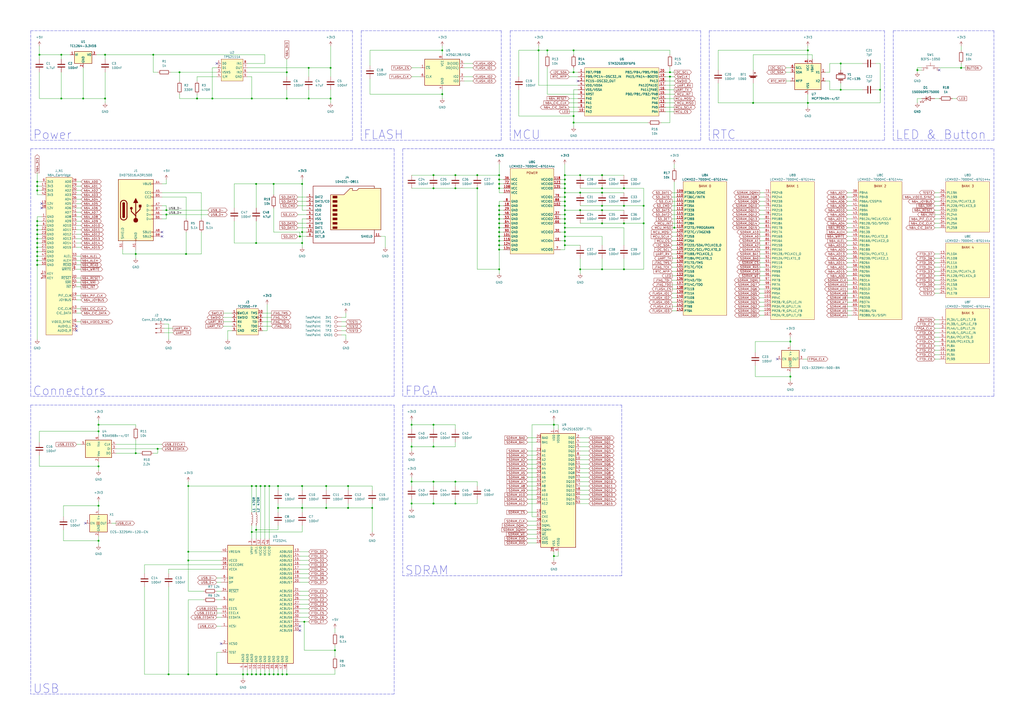
<source format=kicad_sch>
(kicad_sch (version 20211123) (generator eeschema)
  (paper "A2")
  (title_block (title "SC64") (date "2022-05-15") (rev "2.0") (company "Polprzewodnikowy"))
  (lib_symbols
    (symbol "Connector:Conn_01x03_Male" (pin_names (offset 1.016) hide)
      (property "Reference" "J" (at 0 5.08 0))
      (property "Value" "Conn_01x03_Male" (at 0 -5.08 0))
      (symbol "Conn_01x03_Male_1_1"
        (pin passive line (at 5.08 2.54 180) (length 3.81) (name "Pin_1") (number "1"))
        (pin passive line (at 5.08 0 180) (length 3.81) (name "Pin_2") (number "2"))
        (pin passive line (at 5.08 -2.54 180) (length 3.81) (name "Pin_3") (number "3"))
      )
    )
    (symbol "Connector:Micro_SD_Card_Det" (pin_names (offset 1.016))
      (property "Reference" "J" (at -16.51 17.78 0))
      (property "Value" "Micro_SD_Card_Det" (at 16.51 17.78 0))
      (symbol "Micro_SD_Card_Det_1_1"
        (pin bidirectional line (at -22.86 10.16 0) (length 3.81) (name "DAT2") (number "1"))
        (pin passive line (at -22.86 -10.16 0) (length 3.81) (name "DET_A") (number "10"))
        (pin passive line (at 20.32 -12.7 180) (length 3.81) (name "SHIELD") (number "11"))
        (pin bidirectional line (at -22.86 7.62 0) (length 3.81) (name "DAT3/CD") (number "2"))
        (pin input line (at -22.86 5.08 0) (length 3.81) (name "CMD") (number "3"))
        (pin power_in line (at -22.86 2.54 0) (length 3.81) (name "VDD") (number "4"))
        (pin input line (at -22.86 0 0) (length 3.81) (name "CLK") (number "5"))
        (pin power_in line (at -22.86 -2.54 0) (length 3.81) (name "VSS") (number "6"))
        (pin bidirectional line (at -22.86 -5.08 0) (length 3.81) (name "DAT0") (number "7"))
        (pin bidirectional line (at -22.86 -7.62 0) (length 3.81) (name "DAT1") (number "8"))
        (pin passive line (at -22.86 -12.7 0) (length 3.81) (name "DET_B") (number "9"))
      )
    )
    (symbol "Connector:TestPoint" (pin_numbers hide) (pin_names (offset 0.762) hide)
      (property "Reference" "TP" (at 0 6.858 0))
      (property "Value" "TestPoint" (at 0 5.08 0))
      (symbol "TestPoint_1_1"
        (pin passive line (at 0 0 90) (length 2.54) (name "1") (number "1"))
      )
    )
    (symbol "Connector:USB_C_Receptacle_USB2.0" (pin_names (offset 1.016))
      (property "Reference" "J" (at -10.16 19.05 0))
      (property "Value" "USB_C_Receptacle_USB2.0" (at 19.05 19.05 0))
      (symbol "USB_C_Receptacle_USB2.0_1_1"
        (pin passive line (at 0 -22.86 90) (length 5.08) (name "GND") (number "A1"))
        (pin passive line (at 0 -22.86 90) (length 5.08) hide (name "GND") (number "A12"))
        (pin passive line (at 15.24 15.24 180) (length 5.08) (name "VBUS") (number "A4"))
        (pin bidirectional line (at 15.24 10.16 180) (length 5.08) (name "CC1") (number "A5"))
        (pin bidirectional line (at 15.24 -2.54 180) (length 5.08) (name "D+") (number "A6"))
        (pin bidirectional line (at 15.24 2.54 180) (length 5.08) (name "D-") (number "A7"))
        (pin bidirectional line (at 15.24 -12.7 180) (length 5.08) (name "SBU1") (number "A8"))
        (pin passive line (at 15.24 15.24 180) (length 5.08) hide (name "VBUS") (number "A9"))
        (pin passive line (at 0 -22.86 90) (length 5.08) hide (name "GND") (number "B1"))
        (pin passive line (at 0 -22.86 90) (length 5.08) hide (name "GND") (number "B12"))
        (pin passive line (at 15.24 15.24 180) (length 5.08) hide (name "VBUS") (number "B4"))
        (pin bidirectional line (at 15.24 7.62 180) (length 5.08) (name "CC2") (number "B5"))
        (pin bidirectional line (at 15.24 -5.08 180) (length 5.08) (name "D+") (number "B6"))
        (pin bidirectional line (at 15.24 0 180) (length 5.08) (name "D-") (number "B7"))
        (pin bidirectional line (at 15.24 -15.24 180) (length 5.08) (name "SBU2") (number "B8"))
        (pin passive line (at 15.24 15.24 180) (length 5.08) hide (name "VBUS") (number "B9"))
        (pin passive line (at -7.62 -22.86 90) (length 5.08) (name "SHIELD") (number "S1"))
      )
    )
    (symbol "Device:Battery_Cell" (pin_numbers hide) (pin_names (offset 0) hide)
      (property "Reference" "BT" (at 2.54 2.54 0))
      (property "Value" "Battery_Cell" (at 2.54 0 0))
      (symbol "Battery_Cell_1_1"
        (pin passive line (at 0 5.08 270) (length 2.54) (name "+") (number "1"))
        (pin passive line (at 0 -2.54 90) (length 2.54) (name "-") (number "2"))
      )
    )
    (symbol "Device:C" (pin_numbers hide) (pin_names (offset 0.254))
      (property "Reference" "C" (at 0.635 2.54 0))
      (property "Value" "C" (at 0.635 -2.54 0))
      (symbol "C_1_1"
        (pin passive line (at 0 3.81 270) (length 2.794) (name "~") (number "1"))
        (pin passive line (at 0 -3.81 90) (length 2.794) (name "~") (number "2"))
      )
    )
    (symbol "Device:Crystal" (pin_numbers hide) (pin_names (offset 1.016) hide)
      (property "Reference" "Y" (at 0 3.81 0))
      (property "Value" "Crystal" (at 0 -3.81 0))
      (symbol "Crystal_1_1"
        (pin passive line (at -3.81 0 0) (length 1.27) (name "1") (number "1"))
        (pin passive line (at 3.81 0 180) (length 1.27) (name "2") (number "2"))
      )
    )
    (symbol "Device:L" (pin_numbers hide) (pin_names (offset 1.016) hide)
      (property "Reference" "L" (at -1.27 0 90))
      (property "Value" "L" (at 1.905 0 90))
      (symbol "L_1_1"
        (pin passive line (at 0 3.81 270) (length 1.27) (name "1") (number "1"))
        (pin passive line (at 0 -3.81 90) (length 1.27) (name "2") (number "2"))
      )
    )
    (symbol "Device:LED" (pin_numbers hide) (pin_names (offset 1.016) hide)
      (property "Reference" "D" (at 0 2.54 0))
      (property "Value" "LED" (at 0 -2.54 0))
      (symbol "LED_1_1"
        (pin passive line (at -3.81 0 0) (length 2.54) (name "K") (number "1"))
        (pin passive line (at 3.81 0 180) (length 2.54) (name "A") (number "2"))
      )
    )
    (symbol "Device:R" (pin_numbers hide) (pin_names (offset 0))
      (property "Reference" "R" (at 2.032 0 90))
      (property "Value" "R" (at 0 0 90))
      (symbol "R_1_1"
        (pin passive line (at 0 3.81 270) (length 1.27) (name "~") (number "1"))
        (pin passive line (at 0 -3.81 90) (length 1.27) (name "~") (number "2"))
      )
    )
    (symbol "Interface_USB:FT232H"
      (property "Reference" "U" (at -19.05 35.56 0))
      (property "Value" "FT232H" (at 12.7 35.56 0))
      (symbol "FT232H_1_1"
        (pin input line (at -22.86 -12.7 0) (length 3.81) (name "XCSI") (number "1"))
        (pin power_in line (at -2.54 -38.1 90) (length 3.81) (name "GND") (number "10"))
        (pin power_in line (at 0 -38.1 90) (length 3.81) (name "GND") (number "11"))
        (pin power_in line (at 0 38.1 270) (length 3.81) (name "VCCIO") (number "12"))
        (pin bidirectional line (at 22.86 30.48 180) (length 3.81) (name "ADBUS0") (number "13"))
        (pin bidirectional line (at 22.86 27.94 180) (length 3.81) (name "ADBUS1") (number "14"))
        (pin bidirectional line (at 22.86 25.4 180) (length 3.81) (name "ADBUS2") (number "15"))
        (pin bidirectional line (at 22.86 22.86 180) (length 3.81) (name "ADBUS3") (number "16"))
        (pin bidirectional line (at 22.86 20.32 180) (length 3.81) (name "ADBUS4") (number "17"))
        (pin bidirectional line (at 22.86 17.78 180) (length 3.81) (name "ADBUS5") (number "18"))
        (pin bidirectional line (at 22.86 15.24 180) (length 3.81) (name "ADBUS6") (number "19"))
        (pin output line (at -22.86 -22.86 0) (length 3.81) (name "XCSO") (number "2"))
        (pin bidirectional line (at 22.86 12.7 180) (length 3.81) (name "ADBUS7") (number "20"))
        (pin bidirectional line (at 22.86 7.62 180) (length 3.81) (name "ACBUS0") (number "21"))
        (pin power_in line (at 2.54 -38.1 90) (length 3.81) (name "GND") (number "22"))
        (pin power_in line (at 5.08 -38.1 90) (length 3.81) (name "GND") (number "23"))
        (pin power_in line (at 2.54 38.1 270) (length 3.81) (name "VCCIO") (number "24"))
        (pin bidirectional line (at 22.86 5.08 180) (length 3.81) (name "ACBUS1") (number "25"))
        (pin bidirectional line (at 22.86 2.54 180) (length 3.81) (name "ACBUS2") (number "26"))
        (pin bidirectional line (at 22.86 0 180) (length 3.81) (name "ACBUS3") (number "27"))
        (pin bidirectional line (at 22.86 -2.54 180) (length 3.81) (name "ACBUS4") (number "28"))
        (pin bidirectional line (at 22.86 -5.08 180) (length 3.81) (name "ACBUS5") (number "29"))
        (pin power_in line (at -5.08 38.1 270) (length 3.81) (name "VPHY") (number "3"))
        (pin bidirectional line (at 22.86 -7.62 180) (length 3.81) (name "ACBUS6") (number "30"))
        (pin bidirectional line (at 22.86 -10.16 180) (length 3.81) (name "ACBUS7") (number "31"))
        (pin bidirectional line (at 22.86 -12.7 180) (length 3.81) (name "ACBUS8") (number "32"))
        (pin bidirectional line (at 22.86 -15.24 180) (length 3.81) (name "ACBUS9") (number "33"))
        (pin input line (at -22.86 7.62 0) (length 3.81) (name "~{RESET}") (number "34"))
        (pin power_in line (at 7.62 -38.1 90) (length 3.81) (name "GND") (number "35"))
        (pin power_in line (at 10.16 -38.1 90) (length 3.81) (name "GND") (number "36"))
        (pin power_out line (at -22.86 20.32 0) (length 3.81) (name "VCCA") (number "37"))
        (pin power_out line (at -22.86 22.86 0) (length 3.81) (name "VCCCORE") (number "38"))
        (pin power_in line (at -22.86 25.4 0) (length 3.81) (name "VCCD") (number "39"))
        (pin power_in line (at -10.16 -38.1 90) (length 3.81) (name "AGND") (number "4"))
        (pin power_in line (at -22.86 30.48 0) (length 3.81) (name "VREGIN") (number "40"))
        (pin power_in line (at -5.08 -38.1 90) (length 3.81) (name "AGND") (number "41"))
        (pin input line (at -22.86 -27.94 0) (length 3.81) (name "TEST") (number "42"))
        (pin bidirectional line (at -22.86 -7.62 0) (length 3.81) (name "EEDATA") (number "43"))
        (pin input line (at -22.86 -5.08 0) (length 3.81) (name "EECLK") (number "44"))
        (pin input line (at -22.86 -2.54 0) (length 3.81) (name "EECS") (number "45"))
        (pin power_in line (at 5.08 38.1 270) (length 3.81) (name "VCCIO") (number "46"))
        (pin power_in line (at 12.7 -38.1 90) (length 3.81) (name "GND") (number "47"))
        (pin power_in line (at 15.24 -38.1 90) (length 3.81) (name "GND") (number "48"))
        (pin input line (at -22.86 2.54 0) (length 3.81) (name "REF") (number "5"))
        (pin bidirectional line (at -22.86 15.24 0) (length 3.81) (name "DM") (number "6"))
        (pin bidirectional line (at -22.86 12.7 0) (length 3.81) (name "DP") (number "7"))
        (pin power_in line (at -2.54 38.1 270) (length 3.81) (name "VPLL") (number "8"))
        (pin power_in line (at -7.62 -38.1 90) (length 3.81) (name "AGND") (number "9"))
      )
    )
    (symbol "Memory_EEPROM:93AAxxBT-xOT"
      (property "Reference" "U" (at -7.62 6.35 0))
      (property "Value" "93AAxxBT-xOT" (at 1.27 6.35 0))
      (symbol "93AAxxBT-xOT_1_1"
        (pin tri_state line (at 10.16 -2.54 180) (length 2.54) (name "DO") (number "1"))
        (pin power_in line (at 0 -7.62 90) (length 2.54) (name "Vss") (number "2"))
        (pin input line (at 10.16 0 180) (length 2.54) (name "DI") (number "3"))
        (pin input line (at 10.16 2.54 180) (length 2.54) (name "CLK") (number "4"))
        (pin input line (at -10.16 2.54 0) (length 2.54) (name "CS") (number "5"))
        (pin power_in line (at 0 7.62 270) (length 2.54) (name "Vсс") (number "6"))
      )
    )
    (symbol "Memory_Flash:W25Q128JVS"
      (property "Reference" "U" (at -8.89 8.89 0))
      (property "Value" "W25Q128JVS" (at 7.62 8.89 0))
      (symbol "W25Q128JVS_1_1"
        (pin input line (at -12.7 2.54 0) (length 2.54) (name "~{CS}") (number "1"))
        (pin bidirectional line (at 12.7 2.54 180) (length 2.54) (name "DO(IO1)") (number "2"))
        (pin bidirectional line (at 12.7 -2.54 180) (length 2.54) (name "IO2") (number "3"))
        (pin power_in line (at 0 -10.16 90) (length 2.54) (name "GND") (number "4"))
        (pin bidirectional line (at 12.7 5.08 180) (length 2.54) (name "DI(IO0)") (number "5"))
        (pin input line (at -12.7 -2.54 0) (length 2.54) (name "CLK") (number "6"))
        (pin bidirectional line (at 12.7 -5.08 180) (length 2.54) (name "IO3") (number "7"))
        (pin power_in line (at 0 10.16 270) (length 2.54) (name "VCC") (number "8"))
      )
    )
    (symbol "Memory_RAM:MT48LC16M16A2TG"
      (property "Reference" "U" (at -8.89 34.29 0))
      (property "Value" "MT48LC16M16A2TG" (at 8.89 34.29 0))
      (symbol "MT48LC16M16A2TG_1_1"
        (pin power_in line (at -2.54 35.56 270) (length 2.54) (name "VDD") (number "1"))
        (pin bidirectional line (at 12.7 17.78 180) (length 2.54) (name "DQ5") (number "10"))
        (pin bidirectional line (at 12.7 15.24 180) (length 2.54) (name "DQ6") (number "11"))
        (pin passive line (at 0 -35.56 90) (length 2.54) hide (name "VSSQ") (number "12"))
        (pin bidirectional line (at 12.7 12.7 180) (length 2.54) (name "DQ7") (number "13"))
        (pin passive line (at -2.54 35.56 270) (length 2.54) hide (name "VDD") (number "14"))
        (pin input line (at -12.7 -20.32 0) (length 2.54) (name "DQML") (number "15"))
        (pin input line (at -12.7 -25.4 0) (length 2.54) (name "~{WE}") (number "16"))
        (pin input line (at -12.7 -27.94 0) (length 2.54) (name "~{CAS}") (number "17"))
        (pin input line (at -12.7 -30.48 0) (length 2.54) (name "~{RAS}") (number "18"))
        (pin input line (at -12.7 -12.7 0) (length 2.54) (name "~{CS}") (number "19"))
        (pin bidirectional line (at 12.7 30.48 180) (length 2.54) (name "DQ0") (number "2"))
        (pin input line (at -12.7 30.48 0) (length 2.54) (name "BA0") (number "20"))
        (pin input line (at -12.7 27.94 0) (length 2.54) (name "BA1") (number "21"))
        (pin input line (at -12.7 -2.54 0) (length 2.54) (name "A10") (number "22"))
        (pin input line (at -12.7 22.86 0) (length 2.54) (name "A0") (number "23"))
        (pin input line (at -12.7 20.32 0) (length 2.54) (name "A1") (number "24"))
        (pin input line (at -12.7 17.78 0) (length 2.54) (name "A2") (number "25"))
        (pin input line (at -12.7 15.24 0) (length 2.54) (name "A3") (number "26"))
        (pin passive line (at -2.54 35.56 270) (length 2.54) hide (name "VDD") (number "27"))
        (pin power_in line (at -2.54 -35.56 90) (length 2.54) (name "VSS") (number "28"))
        (pin input line (at -12.7 12.7 0) (length 2.54) (name "A4") (number "29"))
        (pin power_in line (at 0 35.56 270) (length 2.54) (name "VDDQ") (number "3"))
        (pin input line (at -12.7 10.16 0) (length 2.54) (name "A5") (number "30"))
        (pin input line (at -12.7 7.62 0) (length 2.54) (name "A6") (number "31"))
        (pin input line (at -12.7 5.08 0) (length 2.54) (name "A7") (number "32"))
        (pin input line (at -12.7 2.54 0) (length 2.54) (name "A8") (number "33"))
        (pin input line (at -12.7 0 0) (length 2.54) (name "A9") (number "34"))
        (pin input line (at -12.7 -5.08 0) (length 2.54) (name "A11") (number "35"))
        (pin input line (at -12.7 -7.62 0) (length 2.54) (name "A12") (number "36"))
        (pin input line (at -12.7 -15.24 0) (length 2.54) (name "CKE") (number "37"))
        (pin input line (at -12.7 -17.78 0) (length 2.54) (name "CLK") (number "38"))
        (pin input line (at -12.7 -22.86 0) (length 2.54) (name "DQMH") (number "39"))
        (pin bidirectional line (at 12.7 27.94 180) (length 2.54) (name "DQ1") (number "4"))
        (pin no_connect line (at 10.16 -20.32 180) (length 2.54) hide (name "NC") (number "40"))
        (pin passive line (at -2.54 -35.56 90) (length 2.54) hide (name "VSS") (number "41"))
        (pin bidirectional line (at 12.7 10.16 180) (length 2.54) (name "DQ8") (number "42"))
        (pin passive line (at 0 35.56 270) (length 2.54) hide (name "VDDQ") (number "43"))
        (pin bidirectional line (at 12.7 7.62 180) (length 2.54) (name "DQ9") (number "44"))
        (pin bidirectional line (at 12.7 5.08 180) (length 2.54) (name "DQ10") (number "45"))
        (pin passive line (at 0 -35.56 90) (length 2.54) hide (name "VSSQ") (number "46"))
        (pin bidirectional line (at 12.7 2.54 180) (length 2.54) (name "DQ11") (number "47"))
        (pin bidirectional line (at 12.7 0 180) (length 2.54) (name "DQ12") (number "48"))
        (pin passive line (at 0 35.56 270) (length 2.54) hide (name "VDDQ") (number "49"))
        (pin bidirectional line (at 12.7 25.4 180) (length 2.54) (name "DQ2") (number "5"))
        (pin bidirectional line (at 12.7 -2.54 180) (length 2.54) (name "DQ13") (number "50"))
        (pin bidirectional line (at 12.7 -5.08 180) (length 2.54) (name "DQ14") (number "51"))
        (pin passive line (at 0 -35.56 90) (length 2.54) hide (name "VSSQ") (number "52"))
        (pin bidirectional line (at 12.7 -7.62 180) (length 2.54) (name "DQ15") (number "53"))
        (pin passive line (at -2.54 -35.56 90) (length 2.54) hide (name "VSS") (number "54"))
        (pin power_in line (at 0 -35.56 90) (length 2.54) (name "VSSQ") (number "6"))
        (pin bidirectional line (at 12.7 22.86 180) (length 2.54) (name "DQ3") (number "7"))
        (pin bidirectional line (at 12.7 20.32 180) (length 2.54) (name "DQ4") (number "8"))
        (pin passive line (at 0 35.56 270) (length 2.54) hide (name "VDDQ") (number "9"))
      )
    )
    (symbol "Oscillator:XO32" (pin_names (offset 0.254))
      (property "Reference" "X" (at -5.08 6.35 0))
      (property "Value" "XO32" (at 1.27 -6.35 0))
      (symbol "XO32_1_1"
        (pin input line (at -7.62 0 0) (length 2.54) (name "EN") (number "1"))
        (pin power_in line (at 0 -7.62 90) (length 2.54) (name "GND") (number "2"))
        (pin output line (at 7.62 0 180) (length 2.54) (name "OUT") (number "3"))
        (pin power_in line (at 0 7.62 270) (length 2.54) (name "V+") (number "4"))
      )
    )
    (symbol "Regulator_Linear:TC1262-33" (pin_names (offset 0.254))
      (property "Reference" "U" (at -3.81 3.175 0))
      (property "Value" "TC1262-33" (at 0 3.175 0))
      (symbol "TC1262-33_1_1"
        (pin power_in line (at -7.62 0 0) (length 2.54) (name "VI") (number "1"))
        (pin power_in line (at 0 -7.62 90) (length 2.54) (name "GND") (number "2"))
        (pin power_out line (at 7.62 0 180) (length 2.54) (name "VO") (number "3"))
      )
    )
    (symbol "Timer_RTC:MCP7940N-xST"
      (property "Reference" "U" (at -6.35 8.89 0))
      (property "Value" "MCP7940N-xST" (at 11.43 8.89 0))
      (symbol "MCP7940N-xST_1_1"
        (pin input line (at 10.16 2.54 180) (length 2.54) (name "X1") (number "1"))
        (pin output line (at 10.16 -2.54 180) (length 2.54) (name "X2") (number "2"))
        (pin power_in line (at 2.54 10.16 270) (length 2.54) (name "VBAT") (number "3"))
        (pin power_in line (at 0 -10.16 90) (length 2.54) (name "VSS") (number "4"))
        (pin bidirectional line (at -10.16 2.54 0) (length 2.54) (name "SDA") (number "5"))
        (pin input line (at -10.16 5.08 0) (length 2.54) (name "SCL") (number "6"))
        (pin open_collector line (at -10.16 -2.54 0) (length 2.54) (name "MFP") (number "7"))
        (pin power_in line (at 0 10.16 270) (length 2.54) (name "VCC") (number "8"))
      )
    )
    (symbol "power:+3V3" (power) (pin_names (offset 0))
      (property "Value" "+3V3" (at 0 3.556 0))
      (symbol "+3V3_1_1"
        (pin power_in line (at 0 0 90) (length 0) hide (name "+3V3") (number "1"))
      )
    )
    (symbol "power:+5V" (power) (pin_names (offset 0))
      (property "Value" "+5V" (at 0 3.556 0))
      (symbol "+5V_1_1"
        (pin power_in line (at 0 0 90) (length 0) hide (name "+5V") (number "1"))
      )
    )
    (symbol "power:GND" (power) (pin_names (offset 0))
      (property "Value" "GND" (at 0 -3.81 0))
      (symbol "GND_1_1"
        (pin power_in line (at 0 0 270) (length 0) hide (name "GND") (number "1"))
      )
    )
    (symbol "sc64v2:LCMXO2-7000Hx-xTG144x"
      (property "Reference" "U" (at 0 3.81 0))
      (property "Value" "LCMXO2-7000Hx-xTG144x" (at 0 1.27 0))
      (symbol "LCMXO2-7000Hx-xTG144x_1_0"
        (text "BANK 0" (at 0 -2.54 0) (effects (font (size 1.27 1.27))))
      )
      (symbol "LCMXO2-7000Hx-xTG144x_1_1"
        (pin bidirectional line (at -16.51 -6.35 0) (length 3.81) (name "PT36D/DONE") (number "109"))
        (pin bidirectional line (at -16.51 -8.89 0) (length 3.81) (name "PT36C/INITN") (number "110"))
        (pin bidirectional line (at -16.51 -11.43 0) (length 3.81) (name "PT35B") (number "111"))
        (pin bidirectional line (at -16.51 -13.97 0) (length 3.81) (name "PT35A") (number "112"))
        (pin bidirectional line (at -16.51 -16.51 0) (length 3.81) (name "PT33B") (number "113"))
        (pin bidirectional line (at -16.51 -19.05 0) (length 3.81) (name "PT33A") (number "114"))
        (pin bidirectional line (at -16.51 -21.59 0) (length 3.81) (name "PT28B") (number "115"))
        (pin bidirectional line (at -16.51 -24.13 0) (length 3.81) (name "PT28A") (number "117"))
        (pin bidirectional line (at -16.51 -26.67 0) (length 3.81) (name "PT27D/PROGRAMN") (number "119"))
        (pin bidirectional line (at -16.51 -29.21 0) (length 3.81) (name "PT27C/JTAGENB") (number "120"))
        (pin bidirectional line (at -16.51 -31.75 0) (length 3.81) (name "PT25B") (number "121"))
        (pin bidirectional line (at -16.51 -34.29 0) (length 3.81) (name "PT25A") (number "122"))
        (pin bidirectional line (at -16.51 -36.83 0) (length 3.81) (name "PT22D/SDA/PCLKC0_0") (number "125"))
        (pin bidirectional line (at -16.51 -39.37 0) (length 3.81) (name "PT22C/SCL/PCLKT0_0") (number "126"))
        (pin bidirectional line (at -16.51 -41.91 0) (length 3.81) (name "PT18B/PCLKC0_1") (number "127"))
        (pin bidirectional line (at -16.51 -44.45 0) (length 3.81) (name "PT18A/PCLKT0_1") (number "128"))
        (pin bidirectional line (at -16.51 -46.99 0) (length 3.81) (name "PT17D/TMS") (number "130"))
        (pin bidirectional line (at -16.51 -49.53 0) (length 3.81) (name "PT17C/TCK") (number "131"))
        (pin bidirectional line (at -16.51 -52.07 0) (length 3.81) (name "PT15B") (number "132"))
        (pin bidirectional line (at -16.51 -54.61 0) (length 3.81) (name "PT15A") (number "133"))
        (pin bidirectional line (at -16.51 -57.15 0) (length 3.81) (name "PT14D/TDI") (number "136"))
        (pin bidirectional line (at -16.51 -59.69 0) (length 3.81) (name "PT14C/TDO") (number "137"))
        (pin bidirectional line (at -16.51 -62.23 0) (length 3.81) (name "PT11B") (number "138"))
        (pin bidirectional line (at -16.51 -64.77 0) (length 3.81) (name "PT11A") (number "139"))
        (pin bidirectional line (at -16.51 -67.31 0) (length 3.81) (name "PT10B") (number "140"))
        (pin bidirectional line (at -16.51 -69.85 0) (length 3.81) (name "PT10A") (number "141"))
        (pin bidirectional line (at -16.51 -72.39 0) (length 3.81) (name "PT9B") (number "142"))
        (pin bidirectional line (at -16.51 -74.93 0) (length 3.81) (name "PT9A") (number "143"))
      )
      (symbol "LCMXO2-7000Hx-xTG144x_2_0"
        (text "BANK 1" (at 0 -2.54 0) (effects (font (size 1.27 1.27))))
      )
      (symbol "LCMXO2-7000Hx-xTG144x_2_1"
        (pin bidirectional line (at -16.51 -64.77 0) (length 3.81) (name "PR5A") (number "100"))
        (pin bidirectional line (at -16.51 -67.31 0) (length 3.81) (name "PR4C") (number "103"))
        (pin bidirectional line (at -16.51 -69.85 0) (length 3.81) (name "PR3B/R_GPLLC_IN") (number "104"))
        (pin bidirectional line (at -16.51 -72.39 0) (length 3.81) (name "PR3A/R_GPLLT_IN") (number "105"))
        (pin bidirectional line (at -16.51 -74.93 0) (length 3.81) (name "PR2B/R_GPLLC_FB") (number "106"))
        (pin bidirectional line (at -16.51 -77.47 0) (length 3.81) (name "PR2A/R_GPLLT_FB") (number "107"))
        (pin bidirectional line (at -16.51 -6.35 0) (length 3.81) (name "PR24B") (number "73"))
        (pin bidirectional line (at -16.51 -8.89 0) (length 3.81) (name "PR24A") (number "74"))
        (pin bidirectional line (at -16.51 -11.43 0) (length 3.81) (name "PR23B") (number "75"))
        (pin bidirectional line (at -16.51 -13.97 0) (length 3.81) (name "PR23A") (number "76"))
        (pin bidirectional line (at -16.51 -16.51 0) (length 3.81) (name "PR21B") (number "77"))
        (pin bidirectional line (at -16.51 -19.05 0) (length 3.81) (name "PR21A") (number "78"))
        (pin bidirectional line (at -16.51 -21.59 0) (length 3.81) (name "PR18B") (number "81"))
        (pin bidirectional line (at -16.51 -24.13 0) (length 3.81) (name "PR18A") (number "82"))
        (pin bidirectional line (at -16.51 -26.67 0) (length 3.81) (name "PR17B") (number "83"))
        (pin bidirectional line (at -16.51 -29.21 0) (length 3.81) (name "PR17A") (number "84"))
        (pin bidirectional line (at -16.51 -31.75 0) (length 3.81) (name "PR16B") (number "85"))
        (pin bidirectional line (at -16.51 -34.29 0) (length 3.81) (name "PR16A") (number "86"))
        (pin bidirectional line (at -16.51 -36.83 0) (length 3.81) (name "PR15B") (number "87"))
        (pin bidirectional line (at -16.51 -39.37 0) (length 3.81) (name "PR15A") (number "89"))
        (pin bidirectional line (at -16.51 -41.91 0) (length 3.81) (name "PR12B/PCLKC1_0") (number "91"))
        (pin bidirectional line (at -16.51 -44.45 0) (length 3.81) (name "PR12A/PCLKT1_0") (number "92"))
        (pin bidirectional line (at -16.51 -46.99 0) (length 3.81) (name "PR11B") (number "93"))
        (pin bidirectional line (at -16.51 -49.53 0) (length 3.81) (name "PR11A") (number "94"))
        (pin bidirectional line (at -16.51 -52.07 0) (length 3.81) (name "PR9B") (number "95"))
        (pin bidirectional line (at -16.51 -54.61 0) (length 3.81) (name "PR9A") (number "96"))
        (pin bidirectional line (at -16.51 -57.15 0) (length 3.81) (name "PR7B") (number "97"))
        (pin bidirectional line (at -16.51 -59.69 0) (length 3.81) (name "PR7A") (number "98"))
        (pin bidirectional line (at -16.51 -62.23 0) (length 3.81) (name "PR5B") (number "99"))
      )
      (symbol "LCMXO2-7000Hx-xTG144x_3_0"
        (text "BANK 2" (at 0 -2.54 0) (effects (font (size 1.27 1.27))))
      )
      (symbol "LCMXO2-7000Hx-xTG144x_3_1"
        (pin bidirectional line (at -16.51 -6.35 0) (length 3.81) (name "PB4A") (number "38"))
        (pin bidirectional line (at -16.51 -8.89 0) (length 3.81) (name "PB4B") (number "39"))
        (pin bidirectional line (at -16.51 -11.43 0) (length 3.81) (name "PB6A/CSSPIN") (number "40"))
        (pin bidirectional line (at -16.51 -13.97 0) (length 3.81) (name "PB6B") (number "41"))
        (pin bidirectional line (at -16.51 -16.51 0) (length 3.81) (name "PB9A") (number "42"))
        (pin bidirectional line (at -16.51 -19.05 0) (length 3.81) (name "PB9B") (number "43"))
        (pin bidirectional line (at -16.51 -21.59 0) (length 3.81) (name "PB12A/MCLK/CCLK") (number "44"))
        (pin bidirectional line (at -16.51 -24.13 0) (length 3.81) (name "PB12B/SO/SPISO") (number "45"))
        (pin bidirectional line (at -16.51 -26.67 0) (length 3.81) (name "PB13A") (number "47"))
        (pin bidirectional line (at -16.51 -29.21 0) (length 3.81) (name "PB13B") (number "48"))
        (pin bidirectional line (at -16.51 -31.75 0) (length 3.81) (name "PB16A/PCLKT2_0") (number "49"))
        (pin bidirectional line (at -16.51 -34.29 0) (length 3.81) (name "PB16B/PCLKC2_0") (number "50"))
        (pin bidirectional line (at -16.51 -36.83 0) (length 3.81) (name "PB18A") (number "52"))
        (pin bidirectional line (at -16.51 -39.37 0) (length 3.81) (name "PB18B") (number "54"))
        (pin bidirectional line (at -16.51 -41.91 0) (length 3.81) (name "PB23A/PCLKT2_1") (number "55"))
        (pin bidirectional line (at -16.51 -44.45 0) (length 3.81) (name "PB23B/PCLKC2_1") (number "56"))
        (pin bidirectional line (at -16.51 -46.99 0) (length 3.81) (name "PB26A") (number "57"))
        (pin bidirectional line (at -16.51 -49.53 0) (length 3.81) (name "PB26B") (number "58"))
        (pin bidirectional line (at -16.51 -52.07 0) (length 3.81) (name "PB29A") (number "59"))
        (pin bidirectional line (at -16.51 -54.61 0) (length 3.81) (name "PB29B") (number "60"))
        (pin bidirectional line (at -16.51 -57.15 0) (length 3.81) (name "PB31A") (number "61"))
        (pin bidirectional line (at -16.51 -59.69 0) (length 3.81) (name "PB31B") (number "62"))
        (pin bidirectional line (at -16.51 -62.23 0) (length 3.81) (name "PB31D") (number "63"))
        (pin bidirectional line (at -16.51 -64.77 0) (length 3.81) (name "PB35A") (number "65"))
        (pin bidirectional line (at -16.51 -67.31 0) (length 3.81) (name "PB35B") (number "67"))
        (pin bidirectional line (at -16.51 -69.85 0) (length 3.81) (name "PB37A") (number "68"))
        (pin bidirectional line (at -16.51 -72.39 0) (length 3.81) (name "PB37B") (number "69"))
        (pin bidirectional line (at -16.51 -74.93 0) (length 3.81) (name "PB38A/SN") (number "70"))
        (pin bidirectional line (at -16.51 -77.47 0) (length 3.81) (name "PB38B/SI/SISPI") (number "71"))
      )
      (symbol "LCMXO2-7000Hx-xTG144x_4_0"
        (text "BANK 3" (at 0 -2.54 0) (effects (font (size 1.27 1.27))))
      )
      (symbol "LCMXO2-7000Hx-xTG144x_4_1"
        (pin bidirectional line (at -16.51 -6.35 0) (length 3.81) (name "PL19A") (number "25"))
        (pin bidirectional line (at -16.51 -8.89 0) (length 3.81) (name "PL19B") (number "26"))
        (pin bidirectional line (at -16.51 -11.43 0) (length 3.81) (name "PL22A/PCLKT3_0") (number "27"))
        (pin bidirectional line (at -16.51 -13.97 0) (length 3.81) (name "PL22B/PCLKC3_0") (number "28"))
        (pin bidirectional line (at -16.51 -16.51 0) (length 3.81) (name "PL23D") (number "31"))
        (pin bidirectional line (at -16.51 -19.05 0) (length 3.81) (name "PL24A") (number "32"))
        (pin bidirectional line (at -16.51 -21.59 0) (length 3.81) (name "PL24B") (number "33"))
        (pin bidirectional line (at -16.51 -24.13 0) (length 3.81) (name "PL25A") (number "34"))
        (pin bidirectional line (at -16.51 -26.67 0) (length 3.81) (name "PL25B") (number "35"))
      )
      (symbol "LCMXO2-7000Hx-xTG144x_5_0"
        (text "BANK 4" (at 0 -2.54 0) (effects (font (size 1.27 1.27))))
      )
      (symbol "LCMXO2-7000Hx-xTG144x_5_1"
        (pin bidirectional line (at -16.51 -6.35 0) (length 3.81) (name "PL10A") (number "13"))
        (pin bidirectional line (at -16.51 -8.89 0) (length 3.81) (name "PL10B") (number "14"))
        (pin bidirectional line (at -16.51 -11.43 0) (length 3.81) (name "PL11A") (number "15"))
        (pin bidirectional line (at -16.51 -13.97 0) (length 3.81) (name "PL11B") (number "17"))
        (pin bidirectional line (at -16.51 -16.51 0) (length 3.81) (name "PL12A/PCLKT4_0") (number "19"))
        (pin bidirectional line (at -16.51 -19.05 0) (length 3.81) (name "PL12B/PCLKC4_0") (number "20"))
        (pin bidirectional line (at -16.51 -21.59 0) (length 3.81) (name "PL15A") (number "21"))
        (pin bidirectional line (at -16.51 -24.13 0) (length 3.81) (name "PL15B") (number "22"))
        (pin bidirectional line (at -16.51 -26.67 0) (length 3.81) (name "PL17A") (number "23"))
        (pin bidirectional line (at -16.51 -29.21 0) (length 3.81) (name "PL17B") (number "24"))
      )
      (symbol "LCMXO2-7000Hx-xTG144x_6_0"
        (text "BANK 5" (at 0 -2.54 0) (effects (font (size 1.27 1.27))))
      )
      (symbol "LCMXO2-7000Hx-xTG144x_6_1"
        (pin bidirectional line (at -16.51 -6.35 0) (length 3.81) (name "PL3A/L_GPLLT_FB") (number "1"))
        (pin bidirectional line (at -16.51 -24.13 0) (length 3.81) (name "PL8B") (number "10"))
        (pin bidirectional line (at -16.51 -26.67 0) (length 3.81) (name "PL9A") (number "11"))
        (pin bidirectional line (at -16.51 -29.21 0) (length 3.81) (name "PL9B") (number "12"))
        (pin bidirectional line (at -16.51 -8.89 0) (length 3.81) (name "PL3B/L_GPLLC_FB") (number "2"))
        (pin bidirectional line (at -16.51 -11.43 0) (length 3.81) (name "PL4A/L_GPLLT_IN") (number "3"))
        (pin bidirectional line (at -16.51 -13.97 0) (length 3.81) (name "PL4B/L_GPLLC_IN") (number "4"))
        (pin bidirectional line (at -16.51 -16.51 0) (length 3.81) (name "PL6A/PCLKT5_0") (number "5"))
        (pin bidirectional line (at -16.51 -19.05 0) (length 3.81) (name "PL6B/PCLKC5_0") (number "6"))
        (pin bidirectional line (at -16.51 -21.59 0) (length 3.81) (name "PL8A") (number "9"))
      )
      (symbol "LCMXO2-7000Hx-xTG144x_7_0"
        (text "POWER" (at 0 -2.54 0) (effects (font (size 1.27 1.27))))
      )
      (symbol "LCMXO2-7000Hx-xTG144x_7_1"
        (pin power_in line (at -16.51 -39.37 0) (length 3.81) (name "GND") (number "101"))
        (pin power_in line (at 16.51 -21.59 180) (length 3.81) (name "VCCIO1") (number "102"))
        (pin power_in line (at -16.51 -11.43 0) (length 3.81) (name "VCC") (number "108"))
        (pin power_in line (at -16.51 -41.91 0) (length 3.81) (name "GND") (number "116"))
        (pin power_in line (at 16.51 -6.35 180) (length 3.81) (name "VCCIO0") (number "118"))
        (pin power_in line (at 16.51 -8.89 180) (length 3.81) (name "VCCIO0") (number "123"))
        (pin power_in line (at -16.51 -44.45 0) (length 3.81) (name "GND") (number "124"))
        (pin no_connect line (at -16.51 -16.51 0) (length 3.81) hide (name "NC") (number "129"))
        (pin power_in line (at -16.51 -46.99 0) (length 3.81) (name "GND") (number "134"))
        (pin power_in line (at 16.51 -11.43 180) (length 3.81) (name "VCCIO0") (number "135"))
        (pin power_in line (at -16.51 -13.97 0) (length 3.81) (name "VCC") (number "144"))
        (pin power_in line (at 16.51 -41.91 180) (length 3.81) (name "VCCIO4") (number "16"))
        (pin power_in line (at -16.51 -21.59 0) (length 3.81) (name "GND") (number "18"))
        (pin power_in line (at -16.51 -24.13 0) (length 3.81) (name "GND") (number "29"))
        (pin power_in line (at 16.51 -36.83 180) (length 3.81) (name "VCCIO3") (number "30"))
        (pin power_in line (at -16.51 -6.35 0) (length 3.81) (name "VCC") (number "36"))
        (pin power_in line (at 16.51 -26.67 180) (length 3.81) (name "VCCIO2") (number "37"))
        (pin power_in line (at -16.51 -26.67 0) (length 3.81) (name "GND") (number "46"))
        (pin power_in line (at 16.51 -29.21 180) (length 3.81) (name "VCCIO2") (number "51"))
        (pin power_in line (at -16.51 -29.21 0) (length 3.81) (name "GND") (number "53"))
        (pin power_in line (at -16.51 -31.75 0) (length 3.81) (name "GND") (number "64"))
        (pin power_in line (at 16.51 -31.75 180) (length 3.81) (name "VCCIO2") (number "66"))
        (pin power_in line (at 16.51 -46.99 180) (length 3.81) (name "VCCIO5") (number "7"))
        (pin power_in line (at -16.51 -8.89 0) (length 3.81) (name "VCC") (number "72"))
        (pin power_in line (at 16.51 -16.51 180) (length 3.81) (name "VCCIO1") (number "79"))
        (pin power_in line (at -16.51 -19.05 0) (length 3.81) (name "GND") (number "8"))
        (pin power_in line (at -16.51 -34.29 0) (length 3.81) (name "GND") (number "80"))
        (pin power_in line (at 16.51 -19.05 180) (length 3.81) (name "VCCIO1") (number "88"))
        (pin power_in line (at -16.51 -36.83 0) (length 3.81) (name "GND") (number "90"))
      )
    )
    (symbol "sc64v2:N64_Cartridge"
      (property "Reference" "J" (at 0 3.81 0))
      (property "Value" "N64_Cartridge" (at 0 1.27 0))
      (symbol "N64_Cartridge_1_1"
        (pin power_out line (at -10.16 -22.86 0) (length 2.54) (name "GND") (number "1"))
        (pin output inverted (at 10.16 -50.8 180) (length 2.54) (name "~{READ}") (number "10"))
        (pin bidirectional line (at 10.16 -30.48 180) (length 2.54) (name "AD11") (number "11"))
        (pin bidirectional line (at 10.16 -27.94 180) (length 2.54) (name "AD10") (number "12"))
        (pin power_out line (at -10.16 -15.24 0) (length 2.54) (name "12V") (number "13"))
        (pin no_connect line (at -10.16 -55.88 0) (length 2.54) (name "KEY") (number "14"))
        (pin bidirectional line (at 10.16 -25.4 180) (length 2.54) (name "AD9") (number "15"))
        (pin bidirectional line (at 10.16 -22.86 180) (length 2.54) (name "AD8") (number "16"))
        (pin power_out line (at -10.16 -5.08 0) (length 2.54) (name "3V3") (number "17"))
        (pin bidirectional line (at 10.16 -78.74 180) (length 2.54) (name "CIC_DATA") (number "18"))
        (pin output clock (at 10.16 -68.58 180) (length 2.54) (name "PIF_CLK") (number "19"))
        (pin power_out line (at -10.16 -25.4 0) (length 2.54) (name "GND") (number "2"))
        (pin output inverted (at 10.16 -58.42 180) (length 2.54) (name "~{RESET}") (number "20"))
        (pin bidirectional line (at 10.16 -71.12 180) (length 2.54) (name "JOYBUS") (number "21"))
        (pin power_out line (at -10.16 -30.48 0) (length 2.54) (name "GND") (number "22"))
        (pin power_out line (at -10.16 -33.02 0) (length 2.54) (name "GND") (number "23"))
        (pin input line (at 10.16 -86.36 180) (length 2.54) (name "AUDIO_L") (number "24"))
        (pin power_out line (at -10.16 -35.56 0) (length 2.54) (name "GND") (number "25"))
        (pin power_out line (at -10.16 -38.1 0) (length 2.54) (name "GND") (number "26"))
        (pin power_out line (at -10.16 -40.64 0) (length 2.54) (name "GND") (number "27"))
        (pin bidirectional line (at 10.16 -2.54 180) (length 2.54) (name "AD0") (number "28"))
        (pin bidirectional line (at 10.16 -5.08 180) (length 2.54) (name "AD1") (number "29"))
        (pin bidirectional line (at 10.16 -40.64 180) (length 2.54) (name "AD15") (number "3"))
        (pin bidirectional line (at 10.16 -7.62 180) (length 2.54) (name "AD2") (number "30"))
        (pin power_out line (at -10.16 -43.18 0) (length 2.54) (name "GND") (number "31"))
        (pin bidirectional line (at 10.16 -10.16 180) (length 2.54) (name "AD3") (number "32"))
        (pin output line (at 10.16 -45.72 180) (length 2.54) (name "ALEL") (number "33"))
        (pin power_out line (at -10.16 -7.62 0) (length 2.54) (name "3V3") (number "34"))
        (pin output line (at 10.16 -48.26 180) (length 2.54) (name "ALEH") (number "35"))
        (pin bidirectional line (at 10.16 -12.7 180) (length 2.54) (name "AD4") (number "36"))
        (pin bidirectional line (at 10.16 -15.24 180) (length 2.54) (name "AD5") (number "37"))
        (pin power_out line (at -10.16 -17.78 0) (length 2.54) (name "12V") (number "38"))
        (pin no_connect line (at -10.16 -58.42 0) (length 2.54) (name "KEY") (number "39"))
        (pin bidirectional line (at 10.16 -38.1 180) (length 2.54) (name "AD14") (number "4"))
        (pin bidirectional line (at 10.16 -17.78 180) (length 2.54) (name "AD6") (number "40"))
        (pin bidirectional line (at 10.16 -20.32 180) (length 2.54) (name "AD7") (number "41"))
        (pin power_out line (at -10.16 -10.16 0) (length 2.54) (name "3V3") (number "42"))
        (pin output clock (at 10.16 -76.2 180) (length 2.54) (name "CIC_CLK") (number "43"))
        (pin output inverted (at 10.16 -63.5 180) (length 2.54) (name "~{INT}") (number "44"))
        (pin output inverted (at 10.16 -60.96 180) (length 2.54) (name "~{NMI}") (number "45"))
        (pin output line (at 10.16 -83.82 180) (length 2.54) (name "VIDEO_SYNC") (number "46"))
        (pin power_out line (at -10.16 -45.72 0) (length 2.54) (name "GND") (number "47"))
        (pin power_out line (at -10.16 -48.26 0) (length 2.54) (name "GND") (number "48"))
        (pin input line (at 10.16 -88.9 180) (length 2.54) (name "AUDIO_R") (number "49"))
        (pin bidirectional line (at 10.16 -35.56 180) (length 2.54) (name "AD13") (number "5"))
        (pin power_out line (at -10.16 -50.8 0) (length 2.54) (name "GND") (number "50"))
        (pin power_out line (at -10.16 -27.94 0) (length 2.54) (name "GND") (number "6"))
        (pin bidirectional line (at 10.16 -33.02 180) (length 2.54) (name "AD12") (number "7"))
        (pin output inverted (at 10.16 -53.34 180) (length 2.54) (name "~{WRITE}") (number "8"))
        (pin power_out line (at -10.16 -2.54 0) (length 2.54) (name "3V3") (number "9"))
      )
    )
    (symbol "sc64v2:STM32G030Fx"
      (property "Reference" "U" (at 0 3.81 0))
      (property "Value" "STM32G030Fx" (at 0 1.27 0))
      (symbol "STM32G030Fx_1_1"
        (pin bidirectional line (at -25.4 -2.54 0) (length 3.81) (name "PB7/PB8") (number "1"))
        (pin bidirectional line (at -25.4 -25.4 0) (length 3.81) (name "PA3") (number "10"))
        (pin bidirectional line (at 25.4 -25.4 180) (length 3.81) (name "PA4") (number "11"))
        (pin bidirectional line (at 25.4 -22.86 180) (length 3.81) (name "PA5") (number "12"))
        (pin bidirectional line (at 25.4 -20.32 180) (length 3.81) (name "PA6") (number "13"))
        (pin bidirectional line (at 25.4 -17.78 180) (length 3.81) (name "PA7") (number "14"))
        (pin bidirectional line (at 25.4 -15.24 180) (length 3.81) (name "PB0/PB1/PB2/PA8") (number "15"))
        (pin bidirectional line (at 25.4 -12.7 180) (length 3.81) (name "PA11[PA9]") (number "16"))
        (pin bidirectional line (at 25.4 -10.16 180) (length 3.81) (name "PA12[PA10]") (number "17"))
        (pin bidirectional line (at 25.4 -7.62 180) (length 3.81) (name "PA13") (number "18"))
        (pin bidirectional line (at 25.4 -5.08 180) (length 3.81) (name "PA15/PA14-BOOT0") (number "19"))
        (pin bidirectional line (at -25.4 -5.08 0) (length 3.81) (name "PB9/PC14-OSC32_IN") (number "2"))
        (pin bidirectional line (at 25.4 -2.54 180) (length 3.81) (name "PB3/PB4/PB5/PB6") (number "20"))
        (pin bidirectional line (at -25.4 -7.62 0) (length 3.81) (name "PC15-OSC32_OUT") (number "3"))
        (pin power_in line (at -25.4 -10.16 0) (length 3.81) (name "VDD/VDDA") (number "4"))
        (pin power_in line (at -25.4 -12.7 0) (length 3.81) (name "VSS/VSSA") (number "5"))
        (pin input line (at -25.4 -15.24 0) (length 3.81) (name "NRST") (number "6"))
        (pin bidirectional line (at -25.4 -17.78 0) (length 3.81) (name "PA0") (number "7"))
        (pin bidirectional line (at -25.4 -20.32 0) (length 3.81) (name "PA1") (number "8"))
        (pin bidirectional line (at -25.4 -22.86 0) (length 3.81) (name "PA2") (number "9"))
      )
    )
    (symbol "sc64v2:TC2050-FP" (in_bom no)
      (property "Reference" "J" (at 0 3.81 0))
      (property "Value" "TC2050-FP" (at 0 1.27 0))
      (symbol "TC2050-FP_1_1"
        (pin output clock (at -8.89 -2.54 0) (length 2.54) (name "SWCLK") (number "1"))
        (pin output line (at 8.89 -2.54 180) (length 2.54) (name "TMS") (number "10"))
        (pin bidirectional line (at -8.89 -5.08 0) (length 2.54) (name "SWDIO") (number "2"))
        (pin input line (at -8.89 -7.62 0) (length 2.54) (name "RX") (number "3"))
        (pin output line (at -8.89 -10.16 0) (length 2.54) (name "TX") (number "4"))
        (pin power_out line (at -8.89 -12.7 0) (length 2.54) (name "GND") (number "5"))
        (pin power_out line (at 8.89 -12.7 180) (length 2.54) (name "VCC") (number "6"))
        (pin output line (at 8.89 -10.16 180) (length 2.54) (name "TDO") (number "7"))
        (pin input line (at 8.89 -7.62 180) (length 2.54) (name "TDI") (number "8"))
        (pin output clock (at 8.89 -5.08 180) (length 2.54) (name "TCK") (number "9"))
      )
    )
    (symbol "sc64v2:TPS2111A"
      (property "Reference" "U" (at 0 3.81 0))
      (property "Value" "TPS2111A" (at 0 1.27 0))
      (symbol "TPS2111A_1_1"
        (pin input line (at -8.89 -2.54 0) (length 2.54) (name "D0") (number "1"))
        (pin input line (at -8.89 -5.08 0) (length 2.54) (name "D1") (number "2"))
        (pin input line (at -8.89 -7.62 0) (length 2.54) (name "VSNS") (number "3"))
        (pin input line (at -8.89 -10.16 0) (length 2.54) (name "ILM") (number "4"))
        (pin power_in line (at 8.89 -10.16 180) (length 2.54) (name "GND") (number "5"))
        (pin power_in line (at 8.89 -7.62 180) (length 2.54) (name "IN2") (number "6"))
        (pin power_out line (at 8.89 -5.08 180) (length 2.54) (name "OUT") (number "7"))
        (pin power_in line (at 8.89 -2.54 180) (length 2.54) (name "IN1") (number "8"))
      )
    )
    (symbol "sc64v2:Tactile_Switch" (pin_numbers hide) (pin_names (offset 1.016) hide)
      (property "Reference" "SW1" (at 0 7.62 0))
      (property "Value" "Tactile_Switch" (at 0 5.08 0))
      (symbol "Tactile_Switch_0_1"
        (pin passive line (at -5.08 0 0) (length 2.54) (name "1") (number "1"))
        (pin passive line (at -5.08 -1.27 0) (length 1.27) (name "2") (number "2"))
        (pin passive line (at 5.08 0 180) (length 2.54) (name "3") (number "3"))
        (pin passive line (at 5.08 -1.27 180) (length 1.27) (name "4") (number "4"))
      )
    )
  )
  (junction (at 332.74 67.31))
  (junction (at 289.56 124.46))
  (junction (at 289.56 156.21))
  (junction (at 361.95 129.54))
  (junction (at 179.07 39.37))
  (junction (at 189.23 281.94))
  (junction (at 151.13 391.16))
  (junction (at 327.66 132.08))
  (junction (at 289.56 129.54))
  (junction (at 361.95 119.38))
  (junction (at 349.25 156.21))
  (junction (at 57.15 270.51))
  (junction (at 109.22 320.04))
  (junction (at 373.38 129.54))
  (junction (at 21.59 105.41))
  (junction (at 97.79 391.16))
  (junction (at 327.66 114.3))
  (junction (at 349.25 111.76))
  (junction (at 21.59 146.05))
  (junction (at 88.9 31.75))
  (junction (at 107.95 147.32))
  (junction (at 251.46 109.22))
  (junction (at 327.66 139.7))
  (junction (at 238.76 279.4))
  (junction (at 114.3 57.15))
  (junction (at 166.37 41.91))
  (junction (at 251.46 259.08))
  (junction (at 161.29 294.64))
  (junction (at 156.21 391.16))
  (junction (at 349.25 109.22))
  (junction (at 57.15 293.37))
  (junction (at 327.66 111.76))
  (junction (at 158.75 391.16))
  (junction (at 276.86 109.22))
  (junction (at 264.16 101.6))
  (junction (at 327.66 137.16))
  (junction (at 327.66 101.6))
  (junction (at 194.31 377.19))
  (junction (at 21.59 130.81))
  (junction (at 327.66 134.62))
  (junction (at 468.63 29.21))
  (junction (at 179.07 57.15))
  (junction (at 96.52 124.46))
  (junction (at 321.31 246.38))
  (junction (at 57.15 313.69))
  (junction (at 166.37 57.15))
  (junction (at 60.96 31.75))
  (junction (at 327.66 116.84))
  (junction (at 327.66 142.24))
  (junction (at 289.56 127))
  (junction (at 327.66 119.38))
  (junction (at 388.62 41.91))
  (junction (at 21.59 153.67))
  (junction (at 264.16 279.4))
  (junction (at 289.56 119.38))
  (junction (at 21.59 128.27))
  (junction (at 175.26 140.97))
  (junction (at 140.97 391.16))
  (junction (at 317.5 29.21))
  (junction (at 289.56 109.22))
  (junction (at 349.25 119.38))
  (junction (at 201.93 281.94))
  (junction (at 336.55 101.6))
  (junction (at 373.38 119.38))
  (junction (at 289.56 144.78))
  (junction (at 175.26 281.94))
  (junction (at 21.59 148.59))
  (junction (at 161.29 281.94))
  (junction (at 312.42 29.21))
  (junction (at 436.88 59.69))
  (junction (at 289.56 106.68))
  (junction (at 332.74 41.91))
  (junction (at 48.26 57.15))
  (junction (at 161.29 391.16))
  (junction (at 361.95 109.22))
  (junction (at 21.59 143.51))
  (junction (at 458.47 218.44))
  (junction (at 57.15 246.38))
  (junction (at 458.47 198.12))
  (junction (at 21.59 107.95))
  (junction (at 468.63 59.69))
  (junction (at 35.56 31.75))
  (junction (at 96.52 121.92))
  (junction (at 21.59 135.89))
  (junction (at 125.73 391.16))
  (junction (at 349.25 121.92))
  (junction (at 532.13 40.64))
  (junction (at 289.56 142.24))
  (junction (at 251.46 279.4))
  (junction (at 264.16 109.22))
  (junction (at 327.66 106.68))
  (junction (at 175.26 294.64))
  (junction (at 91.44 260.35))
  (junction (at 156.21 281.94))
  (junction (at 175.26 106.68))
  (junction (at 146.05 281.94))
  (junction (at 332.74 29.21))
  (junction (at 191.77 39.37))
  (junction (at 388.62 44.45))
  (junction (at 78.74 262.89))
  (junction (at 143.51 391.16))
  (junction (at 146.05 308.61))
  (junction (at 146.05 57.15))
  (junction (at 336.55 121.92))
  (junction (at 349.25 101.6))
  (junction (at 158.75 106.68))
  (junction (at 166.37 391.16))
  (junction (at 251.46 101.6))
  (junction (at 327.66 129.54))
  (junction (at 153.67 391.16))
  (junction (at 289.56 104.14))
  (junction (at 78.74 147.32))
  (junction (at 22.86 31.75))
  (junction (at 487.68 36.83))
  (junction (at 21.59 133.35))
  (junction (at 60.96 57.15))
  (junction (at 264.16 292.1))
  (junction (at 557.53 39.37))
  (junction (at 21.59 110.49))
  (junction (at 289.56 137.16))
  (junction (at 176.53 360.68))
  (junction (at 327.66 104.14))
  (junction (at 35.56 57.15))
  (junction (at 391.16 132.08))
  (junction (at 148.59 307.34))
  (junction (at 276.86 101.6))
  (junction (at 336.55 156.21))
  (junction (at 289.56 101.6))
  (junction (at 289.56 134.62))
  (junction (at 57.15 250.19))
  (junction (at 151.13 281.94))
  (junction (at 349.25 129.54))
  (junction (at 191.77 57.15))
  (junction (at 146.05 391.16))
  (junction (at 510.54 52.07))
  (junction (at 289.56 132.08))
  (junction (at 289.56 121.92))
  (junction (at 487.68 52.07))
  (junction (at 123.19 57.15))
  (junction (at 148.59 391.16))
  (junction (at 175.26 134.62))
  (junction (at 163.83 391.16))
  (junction (at 321.31 322.58))
  (junction (at 215.9 294.64))
  (junction (at 251.46 292.1))
  (junction (at 332.74 71.12))
  (junction (at 173.99 137.16))
  (junction (at 148.59 140.97))
  (junction (at 289.56 139.7))
  (junction (at 361.95 156.21))
  (junction (at 336.55 111.76))
  (junction (at 21.59 151.13))
  (junction (at 153.67 281.94))
  (junction (at 256.54 54.61))
  (junction (at 256.54 29.21))
  (junction (at 104.14 41.91))
  (junction (at 327.66 124.46))
  (junction (at 189.23 294.64))
  (junction (at 238.76 259.08))
  (junction (at 21.59 140.97))
  (junction (at 148.59 281.94))
  (junction (at 109.22 281.94))
  (junction (at 327.66 109.22))
  (junction (at 21.59 138.43))
  (junction (at 238.76 292.1))
  (junction (at 109.22 391.16))
  (junction (at 327.66 127))
  (junction (at 201.93 294.64))
  (junction (at 238.76 246.38))
  (junction (at 109.22 325.12))
  (junction (at 251.46 246.38))
  (junction (at 148.59 106.68))
  (junction (at 327.66 121.92))
  (no_connect (at 44.45 191.77))
  (no_connect (at 44.45 189.23))
  (no_connect (at 24.13 118.11))
  (no_connect (at 24.13 120.65))
  (no_connect (at 335.28 46.99))
  (no_connect (at 125.73 36.83))
  (no_connect (at 544.83 40.64))
  (no_connect (at 173.99 363.22))
  (no_connect (at 173.99 365.76))
  (no_connect (at 93.98 134.62))
  (no_connect (at 93.98 137.16))
  (no_connect (at 49.53 303.53))
  (no_connect (at 128.27 373.38))
  (no_connect (at 450.85 208.28))
  (wire (pts (xy 123.19 39.37) (xy 123.19 57.15)))
  (wire (pts (xy 332.74 39.37) (xy 332.74 41.91)))
  (wire (pts (xy 440.69 165.1) (xy 443.23 165.1)))
  (wire (pts (xy 389.89 147.32) (xy 392.43 147.32)))
  (wire (pts (xy 389.89 114.3) (xy 392.43 114.3)))
  (wire (pts (xy 391.16 95.25) (xy 391.16 97.79)))
  (wire (pts (xy 78.74 255.27) (xy 78.74 262.89)))
  (wire (pts (xy 336.55 289.56) (xy 341.63 289.56)))
  (wire (pts (xy 542.29 127) (xy 544.83 127)))
  (wire (pts (xy 336.55 287.02) (xy 341.63 287.02)))
  (wire (pts (xy 173.99 347.98) (xy 179.07 347.98)))
  (wire (pts (xy 386.08 44.45) (xy 388.62 44.45)))
  (wire (pts (xy 93.98 106.68) (xy 96.52 106.68)))
  (wire (pts (xy 264.16 259.08) (xy 264.16 256.54)))
  (wire (pts (xy 317.5 29.21) (xy 332.74 29.21)))
  (wire (pts (xy 336.55 101.6) (xy 349.25 101.6)))
  (wire (pts (xy 21.59 135.89) (xy 21.59 138.43)))
  (wire (pts (xy 201.93 281.94) (xy 201.93 284.48)))
  (wire (pts (xy 389.89 134.62) (xy 392.43 134.62)))
  (wire (pts (xy 542.29 129.54) (xy 544.83 129.54)))
  (wire (pts (xy 125.73 342.9) (xy 128.27 342.9)))
  (wire (pts (xy 22.86 31.75) (xy 35.56 31.75)))
  (wire (pts (xy 468.63 54.61) (xy 468.63 59.69)))
  (wire (pts (xy 491.49 175.26) (xy 494.03 175.26)))
  (wire (pts (xy 386.08 52.07) (xy 391.16 52.07)))
  (wire (pts (xy 306.07 302.26) (xy 311.15 302.26)))
  (wire (pts (xy 148.59 281.94) (xy 146.05 281.94)))
  (wire (pts (xy 148.59 307.34) (xy 148.59 312.42)))
  (wire (pts (xy 114.3 44.45) (xy 125.73 44.45)))
  (polyline (pts (xy 513.08 17.78) (xy 513.08 81.28)))
  (wire (pts (xy 389.89 172.72) (xy 392.43 172.72)))
  (wire (pts (xy 238.76 243.84) (xy 238.76 246.38)))
  (wire (pts (xy 238.76 39.37) (xy 243.84 39.37)))
  (polyline (pts (xy 295.91 17.78) (xy 406.4 17.78)))
  (wire (pts (xy 481.33 52.07) (xy 487.68 52.07)))
  (wire (pts (xy 125.73 347.98) (xy 128.27 347.98)))
  (wire (pts (xy 325.12 134.62) (xy 327.66 134.62)))
  (wire (pts (xy 83.82 391.16) (xy 97.79 391.16)))
  (wire (pts (xy 542.29 149.86) (xy 544.83 149.86)))
  (wire (pts (xy 238.76 276.86) (xy 238.76 279.4)))
  (wire (pts (xy 491.49 160.02) (xy 494.03 160.02)))
  (wire (pts (xy 383.54 71.12) (xy 388.62 71.12)))
  (wire (pts (xy 361.95 156.21) (xy 373.38 156.21)))
  (wire (pts (xy 373.38 109.22) (xy 373.38 119.38)))
  (wire (pts (xy 276.86 109.22) (xy 276.86 156.21)))
  (wire (pts (xy 57.15 290.83) (xy 57.15 293.37)))
  (wire (pts (xy 158.75 120.65) (xy 158.75 134.62)))
  (wire (pts (xy 491.49 114.3) (xy 494.03 114.3)))
  (wire (pts (xy 321.31 322.58) (xy 323.85 322.58)))
  (wire (pts (xy 306.07 284.48) (xy 311.15 284.48)))
  (wire (pts (xy 44.45 138.43) (xy 46.99 138.43)))
  (wire (pts (xy 458.47 215.9) (xy 458.47 218.44)))
  (wire (pts (xy 264.16 246.38) (xy 264.16 248.92)))
  (wire (pts (xy 78.74 144.78) (xy 78.74 147.32)))
  (wire (pts (xy 238.76 279.4) (xy 251.46 279.4)))
  (wire (pts (xy 93.98 111.76) (xy 116.84 111.76)))
  (wire (pts (xy 308.61 246.38) (xy 321.31 246.38)))
  (polyline (pts (xy 228.6 402.59) (xy 17.78 402.59)))
  (wire (pts (xy 148.59 106.68) (xy 158.75 106.68)))
  (wire (pts (xy 336.55 261.62) (xy 341.63 261.62)))
  (wire (pts (xy 440.69 180.34) (xy 443.23 180.34)))
  (wire (pts (xy 289.56 124.46) (xy 289.56 127)))
  (wire (pts (xy 332.74 71.12) (xy 375.92 71.12)))
  (polyline (pts (xy 233.68 86.36) (xy 233.68 229.87)))
  (wire (pts (xy 256.54 54.61) (xy 214.63 54.61)))
  (wire (pts (xy 330.2 59.69) (xy 335.28 59.69)))
  (wire (pts (xy 175.26 127) (xy 175.26 134.62)))
  (wire (pts (xy 200.66 189.23) (xy 198.12 189.23)))
  (wire (pts (xy 349.25 156.21) (xy 361.95 156.21)))
  (wire (pts (xy 557.53 26.67) (xy 557.53 29.21)))
  (polyline (pts (xy 228.6 229.87) (xy 17.78 229.87)))
  (wire (pts (xy 173.99 345.44) (xy 179.07 345.44)))
  (wire (pts (xy 189.23 292.1) (xy 189.23 294.64)))
  (wire (pts (xy 238.76 248.92) (xy 238.76 246.38)))
  (wire (pts (xy 438.15 198.12) (xy 458.47 198.12)))
  (wire (pts (xy 96.52 119.38) (xy 96.52 121.92)))
  (wire (pts (xy 238.76 292.1) (xy 251.46 292.1)))
  (wire (pts (xy 349.25 119.38) (xy 361.95 119.38)))
  (wire (pts (xy 440.69 111.76) (xy 443.23 111.76)))
  (wire (pts (xy 24.13 125.73) (xy 21.59 125.73)))
  (wire (pts (xy 336.55 259.08) (xy 341.63 259.08)))
  (wire (pts (xy 251.46 246.38) (xy 264.16 246.38)))
  (wire (pts (xy 179.07 39.37) (xy 179.07 44.45)))
  (wire (pts (xy 542.29 132.08) (xy 544.83 132.08)))
  (wire (pts (xy 349.25 137.16) (xy 327.66 137.16)))
  (wire (pts (xy 158.75 106.68) (xy 158.75 113.03)))
  (wire (pts (xy 361.95 132.08) (xy 361.95 142.24)))
  (wire (pts (xy 455.93 39.37) (xy 458.47 39.37)))
  (wire (pts (xy 468.63 59.69) (xy 468.63 62.23)))
  (wire (pts (xy 153.67 391.16) (xy 156.21 391.16)))
  (wire (pts (xy 330.2 64.77) (xy 335.28 64.77)))
  (wire (pts (xy 172.72 114.3) (xy 177.8 114.3)))
  (wire (pts (xy 71.12 144.78) (xy 71.12 147.32)))
  (wire (pts (xy 389.89 111.76) (xy 392.43 111.76)))
  (wire (pts (xy 542.29 162.56) (xy 544.83 162.56)))
  (wire (pts (xy 327.66 132.08) (xy 327.66 129.54)))
  (wire (pts (xy 109.22 325.12) (xy 109.22 320.04)))
  (wire (pts (xy 542.29 114.3) (xy 544.83 114.3)))
  (wire (pts (xy 44.45 173.99) (xy 46.99 173.99)))
  (wire (pts (xy 71.12 147.32) (xy 78.74 147.32)))
  (wire (pts (xy 289.56 109.22) (xy 292.1 109.22)))
  (wire (pts (xy 22.86 26.67) (xy 22.86 31.75)))
  (wire (pts (xy 104.14 41.91) (xy 104.14 46.99)))
  (wire (pts (xy 21.59 130.81) (xy 21.59 133.35)))
  (wire (pts (xy 542.29 160.02) (xy 544.83 160.02)))
  (wire (pts (xy 323.85 248.92) (xy 323.85 246.38)))
  (wire (pts (xy 491.49 124.46) (xy 494.03 124.46)))
  (wire (pts (xy 440.69 127) (xy 443.23 127)))
  (wire (pts (xy 161.29 391.16) (xy 163.83 391.16)))
  (wire (pts (xy 125.73 39.37) (xy 123.19 39.37)))
  (wire (pts (xy 349.25 142.24) (xy 349.25 137.16)))
  (wire (pts (xy 44.45 171.45) (xy 46.99 171.45)))
  (wire (pts (xy 389.89 129.54) (xy 392.43 129.54)))
  (polyline (pts (xy 17.78 234.95) (xy 17.78 402.59)))
  (wire (pts (xy 289.56 119.38) (xy 292.1 119.38)))
  (wire (pts (xy 153.67 36.83) (xy 153.67 31.75)))
  (wire (pts (xy 306.07 271.78) (xy 311.15 271.78)))
  (wire (pts (xy 306.07 289.56) (xy 311.15 289.56)))
  (polyline (pts (xy 576.58 229.87) (xy 233.68 229.87)))
  (wire (pts (xy 176.53 360.68) (xy 179.07 360.68)))
  (wire (pts (xy 491.49 167.64) (xy 494.03 167.64)))
  (wire (pts (xy 389.89 139.7) (xy 392.43 139.7)))
  (wire (pts (xy 24.13 113.03) (xy 21.59 113.03)))
  (wire (pts (xy 135.89 120.65) (xy 135.89 106.68)))
  (wire (pts (xy 220.98 137.16) (xy 223.52 137.16)))
  (wire (pts (xy 361.95 129.54) (xy 373.38 129.54)))
  (wire (pts (xy 148.59 297.18) (xy 148.59 281.94)))
  (wire (pts (xy 306.07 312.42) (xy 311.15 312.42)))
  (wire (pts (xy 491.49 149.86) (xy 494.03 149.86)))
  (wire (pts (xy 21.59 146.05) (xy 21.59 148.59)))
  (wire (pts (xy 373.38 129.54) (xy 373.38 156.21)))
  (wire (pts (xy 91.44 260.35) (xy 93.98 260.35)))
  (wire (pts (xy 22.86 256.54) (xy 22.86 250.19)))
  (wire (pts (xy 289.56 134.62) (xy 292.1 134.62)))
  (wire (pts (xy 57.15 243.84) (xy 57.15 246.38)))
  (wire (pts (xy 289.56 144.78) (xy 289.56 156.21)))
  (wire (pts (xy 312.42 29.21) (xy 312.42 49.53)))
  (wire (pts (xy 389.89 177.8) (xy 392.43 177.8)))
  (wire (pts (xy 57.15 313.69) (xy 57.15 316.23)))
  (wire (pts (xy 200.66 191.77) (xy 198.12 191.77)))
  (wire (pts (xy 336.55 269.24) (xy 341.63 269.24)))
  (wire (pts (xy 146.05 57.15) (xy 123.19 57.15)))
  (wire (pts (xy 289.56 106.68) (xy 292.1 106.68)))
  (wire (pts (xy 323.85 322.58) (xy 323.85 320.04)))
  (wire (pts (xy 44.45 153.67) (xy 46.99 153.67)))
  (wire (pts (xy 88.9 31.75) (xy 88.9 41.91)))
  (wire (pts (xy 327.66 119.38) (xy 327.66 116.84)))
  (wire (pts (xy 166.37 41.91) (xy 166.37 44.45)))
  (wire (pts (xy 289.56 139.7) (xy 292.1 139.7)))
  (wire (pts (xy 125.73 355.6) (xy 128.27 355.6)))
  (wire (pts (xy 97.79 330.2) (xy 97.79 332.74)))
  (wire (pts (xy 269.24 44.45) (xy 274.32 44.45)))
  (wire (pts (xy 88.9 262.89) (xy 91.44 262.89)))
  (wire (pts (xy 57.15 311.15) (xy 57.15 313.69)))
  (wire (pts (xy 552.45 57.15) (xy 554.99 57.15)))
  (wire (pts (xy 276.86 292.1) (xy 276.86 289.56)))
  (wire (pts (xy 289.56 142.24) (xy 292.1 142.24)))
  (wire (pts (xy 21.59 135.89) (xy 24.13 135.89)))
  (wire (pts (xy 166.37 52.07) (xy 166.37 57.15)))
  (wire (pts (xy 542.29 154.94) (xy 544.83 154.94)))
  (wire (pts (xy 330.2 57.15) (xy 335.28 57.15)))
  (wire (pts (xy 173.99 320.04) (xy 179.07 320.04)))
  (wire (pts (xy 276.86 156.21) (xy 289.56 156.21)))
  (wire (pts (xy 173.99 332.74) (xy 179.07 332.74)))
  (wire (pts (xy 35.56 41.91) (xy 35.56 57.15)))
  (wire (pts (xy 542.29 165.1) (xy 544.83 165.1)))
  (wire (pts (xy 481.33 41.91) (xy 481.33 36.83)))
  (wire (pts (xy 143.51 391.16) (xy 146.05 391.16)))
  (wire (pts (xy 491.49 111.76) (xy 494.03 111.76)))
  (wire (pts (xy 491.49 116.84) (xy 494.03 116.84)))
  (wire (pts (xy 140.97 388.62) (xy 140.97 391.16)))
  (wire (pts (xy 140.97 391.16) (xy 143.51 391.16)))
  (wire (pts (xy 292.1 111.76) (xy 289.56 111.76)))
  (wire (pts (xy 44.45 130.81) (xy 46.99 130.81)))
  (wire (pts (xy 440.69 177.8) (xy 443.23 177.8)))
  (wire (pts (xy 264.16 292.1) (xy 276.86 292.1)))
  (wire (pts (xy 487.68 36.83) (xy 487.68 40.64)))
  (wire (pts (xy 129.54 184.15) (xy 134.62 184.15)))
  (wire (pts (xy 289.56 137.16) (xy 292.1 137.16)))
  (wire (pts (xy 349.25 109.22) (xy 361.95 109.22)))
  (wire (pts (xy 166.37 391.16) (xy 166.37 388.62)))
  (wire (pts (xy 175.26 134.62) (xy 175.26 140.97)))
  (wire (pts (xy 491.49 121.92) (xy 494.03 121.92)))
  (wire (pts (xy 60.96 41.91) (xy 60.96 57.15)))
  (wire (pts (xy 440.69 175.26) (xy 443.23 175.26)))
  (wire (pts (xy 336.55 266.7) (xy 341.63 266.7)))
  (wire (pts (xy 116.84 134.62) (xy 116.84 147.32)))
  (wire (pts (xy 542.29 147.32) (xy 544.83 147.32)))
  (wire (pts (xy 96.52 127) (xy 96.52 124.46)))
  (wire (pts (xy 306.07 264.16) (xy 311.15 264.16)))
  (wire (pts (xy 306.07 297.18) (xy 311.15 297.18)))
  (wire (pts (xy 125.73 337.82) (xy 128.27 337.82)))
  (wire (pts (xy 172.72 116.84) (xy 177.8 116.84)))
  (wire (pts (xy 306.07 274.32) (xy 311.15 274.32)))
  (wire (pts (xy 478.79 41.91) (xy 481.33 41.91)))
  (polyline (pts (xy 290.83 81.28) (xy 209.55 81.28)))
  (wire (pts (xy 176.53 377.19) (xy 194.31 377.19)))
  (wire (pts (xy 478.79 46.99) (xy 481.33 46.99)))
  (wire (pts (xy 21.59 140.97) (xy 21.59 143.51)))
  (wire (pts (xy 44.45 181.61) (xy 46.99 181.61)))
  (wire (pts (xy 321.31 246.38) (xy 321.31 248.92)))
  (wire (pts (xy 300.99 67.31) (xy 332.74 67.31)))
  (wire (pts (xy 534.67 39.37) (xy 532.13 39.37)))
  (wire (pts (xy 96.52 104.14) (xy 96.52 106.68)))
  (wire (pts (xy 438.15 218.44) (xy 458.47 218.44)))
  (wire (pts (xy 251.46 279.4) (xy 264.16 279.4)))
  (wire (pts (xy 200.66 194.31) (xy 200.66 196.85)))
  (wire (pts (xy 158.75 388.62) (xy 158.75 391.16)))
  (wire (pts (xy 176.53 360.68) (xy 176.53 377.19)))
  (wire (pts (xy 78.74 147.32) (xy 78.74 149.86)))
  (wire (pts (xy 491.49 144.78) (xy 494.03 144.78)))
  (wire (pts (xy 336.55 111.76) (xy 349.25 111.76)))
  (wire (pts (xy 97.79 330.2) (xy 128.27 330.2)))
  (wire (pts (xy 292.1 116.84) (xy 289.56 116.84)))
  (wire (pts (xy 148.59 391.16) (xy 151.13 391.16)))
  (wire (pts (xy 361.95 149.86) (xy 361.95 156.21)))
  (wire (pts (xy 148.59 128.27) (xy 148.59 140.97)))
  (wire (pts (xy 161.29 281.94) (xy 161.29 284.48)))
  (polyline (pts (xy 576.58 81.28) (xy 518.16 81.28)))
  (polyline (pts (xy 17.78 86.36) (xy 228.6 86.36)))
  (wire (pts (xy 306.07 281.94) (xy 311.15 281.94)))
  (wire (pts (xy 416.56 48.26) (xy 416.56 59.69)))
  (wire (pts (xy 22.86 41.91) (xy 22.86 57.15)))
  (wire (pts (xy 542.29 152.4) (xy 544.83 152.4)))
  (wire (pts (xy 510.54 52.07) (xy 510.54 59.69)))
  (wire (pts (xy 35.56 57.15) (xy 48.26 57.15)))
  (wire (pts (xy 238.76 109.22) (xy 251.46 109.22)))
  (wire (pts (xy 300.99 29.21) (xy 312.42 29.21)))
  (wire (pts (xy 114.3 57.15) (xy 123.19 57.15)))
  (wire (pts (xy 156.21 388.62) (xy 156.21 391.16)))
  (wire (pts (xy 542.29 208.28) (xy 544.83 208.28)))
  (wire (pts (xy 389.89 165.1) (xy 392.43 165.1)))
  (polyline (pts (xy 406.4 17.78) (xy 406.4 81.28)))
  (wire (pts (xy 44.45 105.41) (xy 46.99 105.41)))
  (wire (pts (xy 438.15 204.47) (xy 438.15 198.12)))
  (wire (pts (xy 96.52 124.46) (xy 120.65 124.46)))
  (wire (pts (xy 388.62 41.91) (xy 391.16 41.91)))
  (wire (pts (xy 327.66 111.76) (xy 327.66 114.3)))
  (wire (pts (xy 173.99 358.14) (xy 179.07 358.14)))
  (wire (pts (xy 173.99 353.06) (xy 179.07 353.06)))
  (wire (pts (xy 458.47 218.44) (xy 458.47 220.98)))
  (wire (pts (xy 21.59 128.27) (xy 21.59 130.81)))
  (wire (pts (xy 158.75 106.68) (xy 175.26 106.68)))
  (wire (pts (xy 156.21 281.94) (xy 156.21 312.42)))
  (wire (pts (xy 389.89 144.78) (xy 392.43 144.78)))
  (wire (pts (xy 22.86 57.15) (xy 35.56 57.15)))
  (wire (pts (xy 491.49 170.18) (xy 494.03 170.18)))
  (wire (pts (xy 118.11 342.9) (xy 109.22 342.9)))
  (wire (pts (xy 330.2 62.23) (xy 335.28 62.23)))
  (wire (pts (xy 542.29 111.76) (xy 544.83 111.76)))
  (wire (pts (xy 306.07 261.62) (xy 311.15 261.62)))
  (wire (pts (xy 306.07 254) (xy 311.15 254)))
  (polyline (pts (xy 290.83 17.78) (xy 290.83 81.28)))
  (wire (pts (xy 44.45 156.21) (xy 46.99 156.21)))
  (wire (pts (xy 532.13 40.64) (xy 534.67 40.64)))
  (wire (pts (xy 21.59 133.35) (xy 24.13 133.35)))
  (wire (pts (xy 173.99 335.28) (xy 179.07 335.28)))
  (wire (pts (xy 289.56 132.08) (xy 292.1 132.08)))
  (wire (pts (xy 491.49 139.7) (xy 494.03 139.7)))
  (wire (pts (xy 96.52 121.92) (xy 120.65 121.92)))
  (wire (pts (xy 471.17 31.75) (xy 436.88 31.75)))
  (wire (pts (xy 140.97 391.16) (xy 140.97 393.7)))
  (wire (pts (xy 238.76 259.08) (xy 251.46 259.08)))
  (wire (pts (xy 306.07 287.02) (xy 311.15 287.02)))
  (wire (pts (xy 440.69 139.7) (xy 443.23 139.7)))
  (polyline (pts (xy 17.78 86.36) (xy 17.78 229.87)))
  (wire (pts (xy 175.26 140.97) (xy 175.26 143.51)))
  (wire (pts (xy 22.86 250.19) (xy 57.15 250.19)))
  (wire (pts (xy 175.26 127) (xy 177.8 127)))
  (wire (pts (xy 21.59 133.35) (xy 21.59 135.89)))
  (wire (pts (xy 78.74 262.89) (xy 81.28 262.89)))
  (wire (pts (xy 327.66 119.38) (xy 327.66 121.92)))
  (wire (pts (xy 327.66 121.92) (xy 327.66 124.46)))
  (wire (pts (xy 172.72 137.16) (xy 173.99 137.16)))
  (wire (pts (xy 327.66 124.46) (xy 325.12 124.46)))
  (wire (pts (xy 386.08 49.53) (xy 391.16 49.53)))
  (wire (pts (xy 173.99 330.2) (xy 179.07 330.2)))
  (wire (pts (xy 152.4 181.61) (xy 157.48 181.61)))
  (wire (pts (xy 48.26 39.37) (xy 48.26 57.15)))
  (wire (pts (xy 156.21 391.16) (xy 158.75 391.16)))
  (wire (pts (xy 336.55 264.16) (xy 341.63 264.16)))
  (wire (pts (xy 542.29 198.12) (xy 544.83 198.12)))
  (polyline (pts (xy 17.78 17.78) (xy 204.47 17.78)))
  (wire (pts (xy 44.45 123.19) (xy 46.99 123.19)))
  (wire (pts (xy 440.69 134.62) (xy 443.23 134.62)))
  (wire (pts (xy 175.26 104.14) (xy 175.26 106.68)))
  (wire (pts (xy 109.22 391.16) (xy 125.73 391.16)))
  (wire (pts (xy 57.15 250.19) (xy 57.15 252.73)))
  (wire (pts (xy 336.55 156.21) (xy 336.55 158.75)))
  (wire (pts (xy 60.96 31.75) (xy 88.9 31.75)))
  (wire (pts (xy 327.66 137.16) (xy 327.66 139.7)))
  (wire (pts (xy 289.56 119.38) (xy 289.56 121.92)))
  (wire (pts (xy 251.46 259.08) (xy 264.16 259.08)))
  (wire (pts (xy 67.31 262.89) (xy 78.74 262.89)))
  (wire (pts (xy 542.29 200.66) (xy 544.83 200.66)))
  (wire (pts (xy 97.79 187.96) (xy 97.79 196.85)))
  (wire (pts (xy 349.25 149.86) (xy 349.25 156.21)))
  (wire (pts (xy 116.84 111.76) (xy 116.84 127)))
  (polyline (pts (xy 209.55 17.78) (xy 209.55 81.28)))
  (wire (pts (xy 440.69 129.54) (xy 443.23 129.54)))
  (wire (pts (xy 440.69 132.08) (xy 443.23 132.08)))
  (wire (pts (xy 510.54 36.83) (xy 510.54 52.07)))
  (wire (pts (xy 57.15 246.38) (xy 78.74 246.38)))
  (wire (pts (xy 143.51 388.62) (xy 143.51 391.16)))
  (wire (pts (xy 440.69 121.92) (xy 443.23 121.92)))
  (wire (pts (xy 440.69 154.94) (xy 443.23 154.94)))
  (wire (pts (xy 55.88 31.75) (xy 60.96 31.75)))
  (wire (pts (xy 238.76 246.38) (xy 251.46 246.38)))
  (wire (pts (xy 21.59 140.97) (xy 24.13 140.97)))
  (wire (pts (xy 306.07 269.24) (xy 311.15 269.24)))
  (wire (pts (xy 91.44 41.91) (xy 88.9 41.91)))
  (wire (pts (xy 508 36.83) (xy 510.54 36.83)))
  (wire (pts (xy 152.4 184.15) (xy 157.48 184.15)))
  (wire (pts (xy 327.66 127) (xy 327.66 124.46)))
  (wire (pts (xy 289.56 104.14) (xy 292.1 104.14)))
  (wire (pts (xy 151.13 391.16) (xy 153.67 391.16)))
  (wire (pts (xy 487.68 52.07) (xy 500.38 52.07)))
  (wire (pts (xy 194.31 377.19) (xy 194.31 381)))
  (wire (pts (xy 466.09 208.28) (xy 468.63 208.28)))
  (wire (pts (xy 93.98 114.3) (xy 107.95 114.3)))
  (wire (pts (xy 440.69 124.46) (xy 443.23 124.46)))
  (wire (pts (xy 491.49 182.88) (xy 494.03 182.88)))
  (wire (pts (xy 173.99 322.58) (xy 179.07 322.58)))
  (wire (pts (xy 389.89 127) (xy 392.43 127)))
  (wire (pts (xy 289.56 142.24) (xy 289.56 144.78)))
  (wire (pts (xy 336.55 276.86) (xy 341.63 276.86)))
  (wire (pts (xy 491.49 157.48) (xy 494.03 157.48)))
  (wire (pts (xy 201.93 281.94) (xy 215.9 281.94)))
  (wire (pts (xy 93.98 124.46) (xy 96.52 124.46)))
  (polyline (pts (xy 406.4 81.28) (xy 295.91 81.28)))
  (wire (pts (xy 175.26 292.1) (xy 175.26 294.64)))
  (wire (pts (xy 99.06 41.91) (xy 104.14 41.91)))
  (wire (pts (xy 104.14 41.91) (xy 125.73 41.91)))
  (wire (pts (xy 481.33 36.83) (xy 487.68 36.83)))
  (wire (pts (xy 349.25 129.54) (xy 361.95 129.54)))
  (wire (pts (xy 153.67 281.94) (xy 156.21 281.94)))
  (wire (pts (xy 269.24 39.37) (xy 274.32 39.37)))
  (wire (pts (xy 264.16 101.6) (xy 276.86 101.6)))
  (wire (pts (xy 44.45 161.29) (xy 46.99 161.29)))
  (wire (pts (xy 440.69 147.32) (xy 443.23 147.32)))
  (wire (pts (xy 21.59 143.51) (xy 21.59 146.05)))
  (wire (pts (xy 542.29 187.96) (xy 544.83 187.96)))
  (wire (pts (xy 143.51 36.83) (xy 153.67 36.83)))
  (wire (pts (xy 128.27 327.66) (xy 83.82 327.66)))
  (wire (pts (xy 306.07 276.86) (xy 311.15 276.86)))
  (polyline (pts (xy 209.55 17.78) (xy 290.83 17.78)))
  (polyline (pts (xy 17.78 81.28) (xy 17.78 17.78)))
  (wire (pts (xy 389.89 157.48) (xy 392.43 157.48)))
  (wire (pts (xy 118.11 347.98) (xy 109.22 347.98)))
  (wire (pts (xy 107.95 134.62) (xy 107.95 147.32)))
  (wire (pts (xy 455.93 46.99) (xy 458.47 46.99)))
  (wire (pts (xy 83.82 327.66) (xy 83.82 332.74)))
  (wire (pts (xy 44.45 148.59) (xy 46.99 148.59)))
  (wire (pts (xy 36.83 307.34) (xy 36.83 313.69)))
  (wire (pts (xy 327.66 109.22) (xy 327.66 111.76)))
  (wire (pts (xy 238.76 289.56) (xy 238.76 292.1)))
  (wire (pts (xy 44.45 128.27) (xy 46.99 128.27)))
  (wire (pts (xy 173.99 325.12) (xy 179.07 325.12)))
  (wire (pts (xy 389.89 175.26) (xy 392.43 175.26)))
  (wire (pts (xy 349.25 111.76) (xy 361.95 111.76)))
  (wire (pts (xy 151.13 281.94) (xy 151.13 312.42)))
  (wire (pts (xy 491.49 137.16) (xy 494.03 137.16)))
  (wire (pts (xy 389.89 132.08) (xy 391.16 132.08)))
  (wire (pts (xy 436.88 48.26) (xy 436.88 59.69)))
  (wire (pts (xy 440.69 157.48) (xy 443.23 157.48)))
  (wire (pts (xy 251.46 292.1) (xy 264.16 292.1)))
  (wire (pts (xy 544.83 39.37) (xy 557.53 39.37)))
  (wire (pts (xy 491.49 172.72) (xy 494.03 172.72)))
  (wire (pts (xy 109.22 342.9) (xy 109.22 325.12)))
  (wire (pts (xy 95.25 190.5) (xy 100.33 190.5)))
  (wire (pts (xy 21.59 151.13) (xy 21.59 153.67)))
  (wire (pts (xy 83.82 340.36) (xy 83.82 391.16)))
  (wire (pts (xy 156.21 281.94) (xy 161.29 281.94)))
  (wire (pts (xy 336.55 256.54) (xy 341.63 256.54)))
  (wire (pts (xy 238.76 256.54) (xy 238.76 259.08)))
  (wire (pts (xy 256.54 54.61) (xy 256.54 57.15)))
  (wire (pts (xy 143.51 44.45) (xy 146.05 44.45)))
  (wire (pts (xy 57.15 293.37) (xy 57.15 295.91)))
  (wire (pts (xy 289.56 121.92) (xy 292.1 121.92)))
  (wire (pts (xy 64.77 303.53) (xy 67.31 303.53)))
  (wire (pts (xy 166.37 41.91) (xy 166.37 34.29)))
  (wire (pts (xy 173.99 360.68) (xy 176.53 360.68)))
  (wire (pts (xy 468.63 29.21) (xy 416.56 29.21)))
  (wire (pts (xy 44.45 133.35) (xy 46.99 133.35)))
  (wire (pts (xy 95.25 187.96) (xy 97.79 187.96)))
  (wire (pts (xy 389.89 137.16) (xy 392.43 137.16)))
  (wire (pts (xy 175.26 294.64) (xy 175.26 297.18)))
  (wire (pts (xy 321.31 320.04) (xy 321.31 322.58)))
  (wire (pts (xy 542.29 116.84) (xy 544.83 116.84)))
  (wire (pts (xy 327.66 116.84) (xy 327.66 114.3)))
  (wire (pts (xy 57.15 267.97) (xy 57.15 270.51)))
  (wire (pts (xy 175.26 281.94) (xy 189.23 281.94)))
  (wire (pts (xy 198.12 194.31) (xy 200.66 194.31)))
  (wire (pts (xy 361.95 119.38) (xy 373.38 119.38)))
  (wire (pts (xy 256.54 26.67) (xy 256.54 29.21)))
  (wire (pts (xy 60.96 57.15) (xy 48.26 57.15)))
  (polyline (pts (xy 411.48 17.78) (xy 411.48 81.28)))
  (wire (pts (xy 455.93 41.91) (xy 458.47 41.91)))
  (polyline (pts (xy 228.6 234.95) (xy 228.6 402.59)))
  (wire (pts (xy 361.95 109.22) (xy 373.38 109.22)))
  (wire (pts (xy 146.05 281.94) (xy 146.05 297.18)))
  (wire (pts (xy 22.86 264.16) (xy 22.86 270.51)))
  (wire (pts (xy 491.49 152.4) (xy 494.03 152.4)))
  (wire (pts (xy 148.59 281.94) (xy 151.13 281.94)))
  (wire (pts (xy 44.45 120.65) (xy 46.99 120.65)))
  (wire (pts (xy 173.99 342.9) (xy 179.07 342.9)))
  (wire (pts (xy 289.56 132.08) (xy 289.56 134.62)))
  (wire (pts (xy 238.76 292.1) (xy 238.76 294.64)))
  (wire (pts (xy 416.56 29.21) (xy 416.56 40.64)))
  (wire (pts (xy 35.56 31.75) (xy 40.64 31.75)))
  (wire (pts (xy 21.59 128.27) (xy 24.13 128.27)))
  (wire (pts (xy 325.12 116.84) (xy 327.66 116.84)))
  (wire (pts (xy 386.08 46.99) (xy 391.16 46.99)))
  (wire (pts (xy 93.98 121.92) (xy 96.52 121.92)))
  (wire (pts (xy 336.55 274.32) (xy 341.63 274.32)))
  (wire (pts (xy 78.74 147.32) (xy 107.95 147.32)))
  (wire (pts (xy 289.56 137.16) (xy 289.56 139.7)))
  (wire (pts (xy 491.49 147.32) (xy 494.03 147.32)))
  (wire (pts (xy 542.29 203.2) (xy 544.83 203.2)))
  (wire (pts (xy 201.93 292.1) (xy 201.93 294.64)))
  (wire (pts (xy 189.23 281.94) (xy 189.23 284.48)))
  (wire (pts (xy 97.79 340.36) (xy 97.79 391.16)))
  (wire (pts (xy 44.45 110.49) (xy 46.99 110.49)))
  (wire (pts (xy 542.29 195.58) (xy 544.83 195.58)))
  (wire (pts (xy 109.22 320.04) (xy 128.27 320.04)))
  (wire (pts (xy 44.45 140.97) (xy 46.99 140.97)))
  (wire (pts (xy 289.56 111.76) (xy 289.56 109.22)))
  (wire (pts (xy 57.15 270.51) (xy 57.15 273.05)))
  (wire (pts (xy 135.89 128.27) (xy 135.89 140.97)))
  (wire (pts (xy 391.16 105.41) (xy 391.16 132.08)))
  (polyline (pts (xy 518.16 17.78) (xy 518.16 81.28)))
  (polyline (pts (xy 518.16 17.78) (xy 576.58 17.78)))
  (wire (pts (xy 189.23 294.64) (xy 201.93 294.64)))
  (wire (pts (xy 179.07 52.07) (xy 179.07 57.15)))
  (wire (pts (xy 129.54 186.69) (xy 134.62 186.69)))
  (wire (pts (xy 389.89 121.92) (xy 392.43 121.92)))
  (wire (pts (xy 325.12 109.22) (xy 327.66 109.22)))
  (wire (pts (xy 386.08 62.23) (xy 391.16 62.23)))
  (wire (pts (xy 21.59 148.59) (xy 24.13 148.59)))
  (wire (pts (xy 107.95 147.32) (xy 116.84 147.32)))
  (wire (pts (xy 238.76 281.94) (xy 238.76 279.4)))
  (wire (pts (xy 327.66 101.6) (xy 327.66 104.14)))
  (wire (pts (xy 389.89 180.34) (xy 392.43 180.34)))
  (wire (pts (xy 194.31 374.65) (xy 194.31 377.19)))
  (wire (pts (xy 191.77 59.69) (xy 191.77 57.15)))
  (wire (pts (xy 532.13 39.37) (xy 532.13 40.64)))
  (wire (pts (xy 317.5 39.37) (xy 317.5 54.61)))
  (wire (pts (xy 491.49 165.1) (xy 494.03 165.1)))
  (wire (pts (xy 172.72 129.54) (xy 177.8 129.54)))
  (wire (pts (xy 481.33 46.99) (xy 481.33 52.07)))
  (wire (pts (xy 175.26 294.64) (xy 189.23 294.64)))
  (wire (pts (xy 440.69 160.02) (xy 443.23 160.02)))
  (wire (pts (xy 44.45 125.73) (xy 46.99 125.73)))
  (wire (pts (xy 143.51 41.91) (xy 166.37 41.91)))
  (wire (pts (xy 289.56 127) (xy 289.56 129.54)))
  (wire (pts (xy 175.26 134.62) (xy 177.8 134.62)))
  (wire (pts (xy 332.74 71.12) (xy 332.74 73.66)))
  (wire (pts (xy 256.54 29.21) (xy 214.63 29.21)))
  (wire (pts (xy 44.45 163.83) (xy 46.99 163.83)))
  (wire (pts (xy 264.16 279.4) (xy 276.86 279.4)))
  (wire (pts (xy 158.75 134.62) (xy 173.99 134.62)))
  (wire (pts (xy 306.07 304.8) (xy 311.15 304.8)))
  (wire (pts (xy 173.99 350.52) (xy 179.07 350.52)))
  (wire (pts (xy 542.29 185.42) (xy 544.83 185.42)))
  (wire (pts (xy 215.9 292.1) (xy 215.9 294.64)))
  (wire (pts (xy 44.45 257.81) (xy 46.99 257.81)))
  (wire (pts (xy 161.29 292.1) (xy 161.29 294.64)))
  (wire (pts (xy 104.14 54.61) (xy 104.14 57.15)))
  (wire (pts (xy 173.99 327.66) (xy 179.07 327.66)))
  (wire (pts (xy 215.9 284.48) (xy 215.9 281.94)))
  (wire (pts (xy 321.31 322.58) (xy 321.31 325.12)))
  (wire (pts (xy 88.9 31.75) (xy 153.67 31.75)))
  (wire (pts (xy 311.15 299.72) (xy 308.61 299.72)))
  (polyline (pts (xy 513.08 81.28) (xy 411.48 81.28)))
  (wire (pts (xy 151.13 388.62) (xy 151.13 391.16)))
  (wire (pts (xy 251.46 246.38) (xy 251.46 248.92)))
  (wire (pts (xy 325.12 104.14) (xy 327.66 104.14)))
  (wire (pts (xy 327.66 142.24) (xy 336.55 142.24)))
  (wire (pts (xy 109.22 281.94) (xy 109.22 320.04)))
  (wire (pts (xy 336.55 149.86) (xy 336.55 156.21)))
  (wire (pts (xy 194.31 364.49) (xy 194.31 367.03)))
  (wire (pts (xy 542.29 193.04) (xy 544.83 193.04)))
  (wire (pts (xy 300.99 44.45) (xy 300.99 29.21)))
  (wire (pts (xy 440.69 114.3) (xy 443.23 114.3)))
  (wire (pts (xy 95.25 193.04) (xy 100.33 193.04)))
  (wire (pts (xy 276.86 279.4) (xy 276.86 281.94)))
  (wire (pts (xy 386.08 54.61) (xy 391.16 54.61)))
  (wire (pts (xy 510.54 52.07) (xy 508 52.07)))
  (wire (pts (xy 388.62 39.37) (xy 388.62 41.91)))
  (wire (pts (xy 327.66 134.62) (xy 327.66 137.16)))
  (wire (pts (xy 251.46 279.4) (xy 251.46 281.94)))
  (wire (pts (xy 238.76 259.08) (xy 238.76 261.62)))
  (wire (pts (xy 323.85 246.38) (xy 321.31 246.38)))
  (wire (pts (xy 146.05 57.15) (xy 166.37 57.15)))
  (wire (pts (xy 327.66 114.3) (xy 325.12 114.3)))
  (wire (pts (xy 132.08 191.77) (xy 132.08 196.85)))
  (wire (pts (xy 327.66 132.08) (xy 361.95 132.08)))
  (wire (pts (xy 542.29 119.38) (xy 544.83 119.38)))
  (wire (pts (xy 389.89 170.18) (xy 392.43 170.18)))
  (wire (pts (xy 306.07 292.1) (xy 311.15 292.1)))
  (wire (pts (xy 129.54 181.61) (xy 134.62 181.61)))
  (wire (pts (xy 22.86 270.51) (xy 57.15 270.51)))
  (wire (pts (xy 152.4 186.69) (xy 157.48 186.69)))
  (wire (pts (xy 468.63 59.69) (xy 510.54 59.69)))
  (wire (pts (xy 153.67 388.62) (xy 153.67 391.16)))
  (wire (pts (xy 93.98 119.38) (xy 96.52 119.38)))
  (wire (pts (xy 128.27 378.46) (xy 125.73 378.46)))
  (wire (pts (xy 332.74 67.31) (xy 332.74 71.12)))
  (wire (pts (xy 389.89 152.4) (xy 392.43 152.4)))
  (wire (pts (xy 44.45 151.13) (xy 46.99 151.13)))
  (wire (pts (xy 21.59 100.33) (xy 21.59 105.41)))
  (wire (pts (xy 158.75 391.16) (xy 161.29 391.16)))
  (wire (pts (xy 389.89 162.56) (xy 392.43 162.56)))
  (wire (pts (xy 349.25 101.6) (xy 361.95 101.6)))
  (wire (pts (xy 471.17 34.29) (xy 471.17 31.75)))
  (wire (pts (xy 175.26 121.92) (xy 177.8 121.92)))
  (wire (pts (xy 251.46 101.6) (xy 264.16 101.6)))
  (wire (pts (xy 21.59 146.05) (xy 24.13 146.05)))
  (wire (pts (xy 44.45 186.69) (xy 46.99 186.69)))
  (wire (pts (xy 44.45 166.37) (xy 46.99 166.37)))
  (wire (pts (xy 223.52 137.16) (xy 223.52 143.51)))
  (wire (pts (xy 256.54 52.07) (xy 256.54 54.61)))
  (wire (pts (xy 491.49 177.8) (xy 494.03 177.8)))
  (wire (pts (xy 125.73 378.46) (xy 125.73 391.16)))
  (wire (pts (xy 440.69 142.24) (xy 443.23 142.24)))
  (wire (pts (xy 306.07 256.54) (xy 311.15 256.54)))
  (wire (pts (xy 114.3 54.61) (xy 114.3 57.15)))
  (wire (pts (xy 161.29 281.94) (xy 175.26 281.94)))
  (wire (pts (xy 327.66 121.92) (xy 336.55 121.92)))
  (wire (pts (xy 135.89 140.97) (xy 148.59 140.97)))
  (wire (pts (xy 251.46 289.56) (xy 251.46 292.1)))
  (wire (pts (xy 325.12 127) (xy 327.66 127)))
  (wire (pts (xy 179.07 57.15) (xy 191.77 57.15)))
  (wire (pts (xy 172.72 124.46) (xy 177.8 124.46)))
  (wire (pts (xy 251.46 256.54) (xy 251.46 259.08)))
  (wire (pts (xy 436.88 31.75) (xy 436.88 40.64)))
  (wire (pts (xy 91.44 262.89) (xy 91.44 260.35)))
  (wire (pts (xy 146.05 44.45) (xy 146.05 57.15)))
  (wire (pts (xy 191.77 39.37) (xy 191.77 44.45)))
  (wire (pts (xy 330.2 41.91) (xy 332.74 41.91)))
  (wire (pts (xy 327.66 144.78) (xy 327.66 142.24)))
  (wire (pts (xy 308.61 299.72) (xy 308.61 246.38)))
  (wire (pts (xy 389.89 116.84) (xy 392.43 116.84)))
  (wire (pts (xy 491.49 142.24) (xy 494.03 142.24)))
  (polyline (pts (xy 233.68 234.95) (xy 360.68 234.95)))
  (wire (pts (xy 289.56 121.92) (xy 289.56 124.46)))
  (wire (pts (xy 491.49 119.38) (xy 494.03 119.38)))
  (wire (pts (xy 289.56 106.68) (xy 289.56 104.14)))
  (wire (pts (xy 491.49 180.34) (xy 494.03 180.34)))
  (wire (pts (xy 21.59 138.43) (xy 21.59 140.97)))
  (wire (pts (xy 36.83 293.37) (xy 36.83 299.72)))
  (wire (pts (xy 21.59 151.13) (xy 24.13 151.13)))
  (wire (pts (xy 191.77 57.15) (xy 191.77 52.07)))
  (wire (pts (xy 388.62 44.45) (xy 388.62 71.12)))
  (wire (pts (xy 44.45 107.95) (xy 46.99 107.95)))
  (wire (pts (xy 542.29 157.48) (xy 544.83 157.48)))
  (wire (pts (xy 332.74 41.91) (xy 335.28 41.91)))
  (wire (pts (xy 440.69 116.84) (xy 443.23 116.84)))
  (wire (pts (xy 557.53 39.37) (xy 560.07 39.37)))
  (wire (pts (xy 22.86 31.75) (xy 22.86 34.29)))
  (wire (pts (xy 146.05 391.16) (xy 148.59 391.16)))
  (wire (pts (xy 336.55 292.1) (xy 341.63 292.1)))
  (wire (pts (xy 373.38 119.38) (xy 373.38 129.54)))
  (wire (pts (xy 332.74 29.21) (xy 388.62 29.21)))
  (wire (pts (xy 251.46 109.22) (xy 264.16 109.22)))
  (wire (pts (xy 21.59 110.49) (xy 21.59 107.95)))
  (wire (pts (xy 44.45 135.89) (xy 46.99 135.89)))
  (wire (pts (xy 336.55 279.4) (xy 341.63 279.4)))
  (wire (pts (xy 542.29 124.46) (xy 544.83 124.46)))
  (wire (pts (xy 289.56 127) (xy 292.1 127)))
  (wire (pts (xy 97.79 391.16) (xy 109.22 391.16)))
  (wire (pts (xy 201.93 294.64) (xy 215.9 294.64)))
  (wire (pts (xy 386.08 64.77) (xy 391.16 64.77)))
  (wire (pts (xy 200.66 184.15) (xy 200.66 181.61)))
  (polyline (pts (xy 295.91 17.78) (xy 295.91 81.28)))
  (wire (pts (xy 148.59 140.97) (xy 175.26 140.97)))
  (wire (pts (xy 300.99 52.07) (xy 300.99 67.31)))
  (wire (pts (xy 327.66 101.6) (xy 336.55 101.6)))
  (wire (pts (xy 386.08 57.15) (xy 391.16 57.15)))
  (wire (pts (xy 542.29 167.64) (xy 544.83 167.64)))
  (wire (pts (xy 21.59 130.81) (xy 24.13 130.81)))
  (wire (pts (xy 349.25 156.21) (xy 336.55 156.21)))
  (wire (pts (xy 21.59 138.43) (xy 24.13 138.43)))
  (wire (pts (xy 386.08 59.69) (xy 391.16 59.69)))
  (polyline (pts (xy 204.47 81.28) (xy 17.78 81.28)))
  (wire (pts (xy 491.49 134.62) (xy 494.03 134.62)))
  (wire (pts (xy 289.56 124.46) (xy 292.1 124.46)))
  (wire (pts (xy 458.47 198.12) (xy 458.47 200.66)))
  (wire (pts (xy 215.9 294.64) (xy 215.9 308.61)))
  (wire (pts (xy 173.99 137.16) (xy 177.8 137.16)))
  (wire (pts (xy 67.31 257.81) (xy 93.98 257.81)))
  (wire (pts (xy 391.16 132.08) (xy 392.43 132.08)))
  (wire (pts (xy 289.56 116.84) (xy 289.56 119.38)))
  (wire (pts (xy 109.22 281.94) (xy 146.05 281.94)))
  (wire (pts (xy 389.89 167.64) (xy 392.43 167.64)))
  (wire (pts (xy 289.56 129.54) (xy 289.56 132.08)))
  (wire (pts (xy 109.22 347.98) (xy 109.22 391.16)))
  (wire (pts (xy 152.4 189.23) (xy 157.48 189.23)))
  (wire (pts (xy 491.49 127) (xy 494.03 127)))
  (wire (pts (xy 557.53 36.83) (xy 557.53 39.37)))
  (wire (pts (xy 317.5 29.21) (xy 317.5 31.75)))
  (wire (pts (xy 388.62 44.45) (xy 391.16 44.45)))
  (wire (pts (xy 198.12 184.15) (xy 200.66 184.15)))
  (wire (pts (xy 125.73 353.06) (xy 128.27 353.06)))
  (wire (pts (xy 325.12 106.68) (xy 327.66 106.68)))
  (wire (pts (xy 468.63 59.69) (xy 436.88 59.69)))
  (wire (pts (xy 327.66 129.54) (xy 327.66 127)))
  (wire (pts (xy 276.86 101.6) (xy 289.56 101.6)))
  (wire (pts (xy 238.76 101.6) (xy 251.46 101.6)))
  (wire (pts (xy 389.89 119.38) (xy 392.43 119.38)))
  (polyline (pts (xy 233.68 234.95) (xy 233.68 334.01)))
  (wire (pts (xy 336.55 281.94) (xy 341.63 281.94)))
  (wire (pts (xy 44.45 179.07) (xy 46.99 179.07)))
  (wire (pts (xy 175.26 281.94) (xy 175.26 284.48)))
  (wire (pts (xy 289.56 101.6) (xy 289.56 95.25)))
  (wire (pts (xy 256.54 29.21) (xy 256.54 31.75)))
  (wire (pts (xy 389.89 160.02) (xy 392.43 160.02)))
  (wire (pts (xy 179.07 39.37) (xy 191.77 39.37)))
  (wire (pts (xy 440.69 149.86) (xy 443.23 149.86)))
  (wire (pts (xy 336.55 284.48) (xy 341.63 284.48)))
  (wire (pts (xy 172.72 132.08) (xy 177.8 132.08)))
  (wire (pts (xy 125.73 358.14) (xy 128.27 358.14)))
  (wire (pts (xy 107.95 114.3) (xy 107.95 127)))
  (wire (pts (xy 312.42 29.21) (xy 317.5 29.21)))
  (wire (pts (xy 388.62 31.75) (xy 388.62 29.21)))
  (wire (pts (xy 487.68 48.26) (xy 487.68 52.07)))
  (wire (pts (xy 440.69 137.16) (xy 443.23 137.16)))
  (wire (pts (xy 289.56 104.14) (xy 289.56 101.6)))
  (wire (pts (xy 35.56 31.75) (xy 35.56 34.29)))
  (wire (pts (xy 487.68 36.83) (xy 500.38 36.83)))
  (wire (pts (xy 146.05 308.61) (xy 175.26 308.61)))
  (wire (pts (xy 542.29 57.15) (xy 544.83 57.15)))
  (wire (pts (xy 289.56 139.7) (xy 289.56 142.24)))
  (wire (pts (xy 542.29 170.18) (xy 544.83 170.18)))
  (wire (pts (xy 389.89 124.46) (xy 392.43 124.46)))
  (wire (pts (xy 289.56 109.22) (xy 289.56 106.68)))
  (wire (pts (xy 21.59 153.67) (xy 21.59 196.85)))
  (wire (pts (xy 532.13 57.15) (xy 534.67 57.15)))
  (wire (pts (xy 312.42 26.67) (xy 312.42 29.21)))
  (wire (pts (xy 104.14 57.15) (xy 114.3 57.15)))
  (wire (pts (xy 163.83 388.62) (xy 163.83 391.16)))
  (wire (pts (xy 336.55 129.54) (xy 349.25 129.54)))
  (wire (pts (xy 440.69 119.38) (xy 443.23 119.38)))
  (wire (pts (xy 173.99 355.6) (xy 179.07 355.6)))
  (wire (pts (xy 194.31 388.62) (xy 194.31 391.16)))
  (wire (pts (xy 148.59 120.65) (xy 148.59 106.68)))
  (wire (pts (xy 24.13 107.95) (xy 21.59 107.95)))
  (wire (pts (xy 327.66 142.24) (xy 327.66 139.7)))
  (wire (pts (xy 129.54 189.23) (xy 134.62 189.23)))
  (wire (pts (xy 289.56 129.54) (xy 292.1 129.54)))
  (wire (pts (xy 438.15 212.09) (xy 438.15 218.44)))
  (wire (pts (xy 153.67 281.94) (xy 153.67 312.42)))
  (wire (pts (xy 336.55 254) (xy 341.63 254)))
  (wire (pts (xy 21.59 148.59) (xy 21.59 151.13)))
  (wire (pts (xy 289.56 144.78) (xy 292.1 144.78)))
  (wire (pts (xy 154.94 176.53) (xy 154.94 191.77)))
  (wire (pts (xy 289.56 156.21) (xy 289.56 158.75)))
  (wire (pts (xy 336.55 271.78) (xy 341.63 271.78)))
  (wire (pts (xy 327.66 95.25) (xy 327.66 101.6)))
  (wire (pts (xy 200.66 186.69) (xy 198.12 186.69)))
  (wire (pts (xy 114.3 46.99) (xy 114.3 44.45)))
  (wire (pts (xy 161.29 294.64) (xy 161.29 297.18)))
  (wire (pts (xy 306.07 266.7) (xy 311.15 266.7)))
  (wire (pts (xy 109.22 325.12) (xy 128.27 325.12)))
  (wire (pts (xy 325.12 119.38) (xy 327.66 119.38)))
  (wire (pts (xy 389.89 149.86) (xy 392.43 149.86)))
  (wire (pts (xy 166.37 57.15) (xy 179.07 57.15)))
  (wire (pts (xy 317.5 54.61) (xy 335.28 54.61)))
  (wire (pts (xy 386.08 41.91) (xy 388.62 41.91)))
  (wire (pts (xy 389.89 154.94) (xy 392.43 154.94)))
  (wire (pts (xy 24.13 110.49) (xy 21.59 110.49)))
  (polyline (pts (xy 411.48 17.78) (xy 513.08 17.78)))
  (polyline (pts (xy 228.6 86.36) (xy 228.6 229.87)))
  (wire (pts (xy 21.59 113.03) (xy 21.59 110.49)))
  (wire (pts (xy 532.13 57.15) (xy 532.13 59.69)))
  (wire (pts (xy 134.62 191.77) (xy 132.08 191.77)))
  (wire (pts (xy 440.69 167.64) (xy 443.23 167.64)))
  (wire (pts (xy 389.89 142.24) (xy 392.43 142.24)))
  (wire (pts (xy 440.69 172.72) (xy 443.23 172.72)))
  (wire (pts (xy 57.15 246.38) (xy 57.15 250.19)))
  (wire (pts (xy 332.74 31.75) (xy 332.74 29.21)))
  (wire (pts (xy 173.99 337.82) (xy 179.07 337.82)))
  (wire (pts (xy 67.31 260.35) (xy 91.44 260.35)))
  (wire (pts (xy 161.29 388.62) (xy 161.29 391.16)))
  (wire (pts (xy 191.77 26.67) (xy 191.77 39.37)))
  (wire (pts (xy 148.59 304.8) (xy 148.59 307.34)))
  (wire (pts (xy 173.99 134.62) (xy 173.99 137.16)))
  (wire (pts (xy 109.22 279.4) (xy 109.22 281.94)))
  (wire (pts (xy 21.59 153.67) (xy 24.13 153.67)))
  (wire (pts (xy 327.66 106.68) (xy 327.66 104.14)))
  (wire (pts (xy 161.29 304.8) (xy 161.29 307.34)))
  (wire (pts (xy 336.55 119.38) (xy 349.25 119.38)))
  (wire (pts (xy 330.2 44.45) (xy 335.28 44.45)))
  (wire (pts (xy 36.83 313.69) (xy 57.15 313.69)))
  (wire (pts (xy 336.55 121.92) (xy 349.25 121.92)))
  (wire (pts (xy 269.24 46.99) (xy 274.32 46.99)))
  (wire (pts (xy 491.49 129.54) (xy 494.03 129.54)))
  (wire (pts (xy 325.12 129.54) (xy 327.66 129.54)))
  (wire (pts (xy 440.69 144.78) (xy 443.23 144.78)))
  (wire (pts (xy 491.49 162.56) (xy 494.03 162.56)))
  (wire (pts (xy 264.16 279.4) (xy 264.16 281.94)))
  (wire (pts (xy 542.29 121.92) (xy 544.83 121.92)))
  (polyline (pts (xy 576.58 17.78) (xy 576.58 81.28)))
  (wire (pts (xy 60.96 59.69) (xy 60.96 57.15)))
  (wire (pts (xy 135.89 106.68) (xy 148.59 106.68)))
  (wire (pts (xy 325.12 139.7) (xy 327.66 139.7)))
  (wire (pts (xy 264.16 109.22) (xy 276.86 109.22)))
  (wire (pts (xy 440.69 162.56) (xy 443.23 162.56)))
  (wire (pts (xy 289.56 134.62) (xy 289.56 137.16)))
  (wire (pts (xy 44.45 118.11) (xy 46.99 118.11)))
  (wire (pts (xy 440.69 182.88) (xy 443.23 182.88)))
  (polyline (pts (xy 233.68 86.36) (xy 576.58 86.36)))
  (wire (pts (xy 349.25 121.92) (xy 361.95 121.92)))
  (wire (pts (xy 44.45 143.51) (xy 46.99 143.51)))
  (polyline (pts (xy 204.47 17.78) (xy 204.47 81.28)))
  (wire (pts (xy 306.07 279.4) (xy 311.15 279.4)))
  (wire (pts (xy 172.72 119.38) (xy 177.8 119.38)))
  (wire (pts (xy 542.29 190.5) (xy 544.83 190.5)))
  (wire (pts (xy 146.05 304.8) (xy 146.05 308.61)))
  (wire (pts (xy 143.51 39.37) (xy 179.07 39.37)))
  (wire (pts (xy 306.07 314.96) (xy 311.15 314.96)))
  (wire (pts (xy 214.63 29.21) (xy 214.63 38.1)))
  (polyline (pts (xy 576.58 86.36) (xy 576.58 229.87)))
  (wire (pts (xy 306.07 307.34) (xy 311.15 307.34)))
  (wire (pts (xy 440.69 170.18) (xy 443.23 170.18)))
  (wire (pts (xy 327.66 111.76) (xy 336.55 111.76)))
  (wire (pts (xy 269.24 36.83) (xy 274.32 36.83)))
  (wire (pts (xy 214.63 54.61) (xy 214.63 45.72)))
  (wire (pts (xy 189.23 281.94) (xy 201.93 281.94)))
  (wire (pts (xy 163.83 391.16) (xy 166.37 391.16)))
  (wire (pts (xy 306.07 309.88) (xy 311.15 309.88)))
  (wire (pts (xy 491.49 132.08) (xy 494.03 132.08)))
  (wire (pts (xy 327.66 109.22) (xy 327.66 106.68)))
  (wire (pts (xy 321.31 243.84) (xy 321.31 246.38)))
  (wire (pts (xy 148.59 388.62) (xy 148.59 391.16)))
  (wire (pts (xy 335.28 52.07) (xy 332.74 52.07)))
  (wire (pts (xy 151.13 281.94) (xy 153.67 281.94)))
  (wire (pts (xy 332.74 52.07) (xy 332.74 67.31)))
  (polyline (pts (xy 360.68 234.95) (xy 360.68 334.01)))
  (wire (pts (xy 44.45 113.03) (xy 46.99 113.03)))
  (polyline (pts (xy 360.68 334.01) (xy 233.68 334.01)))
  (wire (pts (xy 125.73 335.28) (xy 128.27 335.28)))
  (wire (pts (xy 125.73 363.22) (xy 128.27 363.22)))
  (wire (pts (xy 125.73 391.16) (xy 140.97 391.16)))
  (wire (pts (xy 194.31 391.16) (xy 166.37 391.16)))
  (wire (pts (xy 325.12 144.78) (xy 327.66 144.78)))
  (wire (pts (xy 146.05 388.62) (xy 146.05 391.16)))
  (wire (pts (xy 152.4 191.77) (xy 154.94 191.77)))
  (wire (pts (xy 78.74 247.65) (xy 78.74 246.38)))
  (wire (pts (xy 146.05 308.61) (xy 146.05 312.42)))
  (wire (pts (xy 21.59 125.73) (xy 21.59 128.27)))
  (wire (pts (xy 327.66 134.62) (xy 327.66 132.08)))
  (wire (pts (xy 161.29 294.64) (xy 175.26 294.64)))
  (polyline (pts (xy 17.78 234.95) (xy 228.6 234.95)))
  (wire (pts (xy 335.28 49.53) (xy 312.42 49.53)))
  (wire (pts (xy 416.56 59.69) (xy 436.88 59.69)))
  (wire (pts (xy 93.98 127) (xy 96.52 127)))
  (wire (pts (xy 468.63 26.67) (xy 468.63 29.21)))
  (wire (pts (xy 336.55 109.22) (xy 349.25 109.22)))
  (wire (pts (xy 542.29 205.74) (xy 544.83 205.74)))
  (wire (pts (xy 491.49 154.94) (xy 494.03 154.94)))
  (wire (pts (xy 21.59 143.51) (xy 24.13 143.51)))
  (wire (pts (xy 24.13 105.41) (xy 21.59 105.41)))
  (wire (pts (xy 440.69 152.4) (xy 443.23 152.4)))
  (wire (pts (xy 148.59 307.34) (xy 161.29 307.34)))
  (wire (pts (xy 60.96 31.75) (xy 60.96 34.29)))
  (wire (pts (xy 175.26 304.8) (xy 175.26 308.61)))
  (wire (pts (xy 21.59 107.95) (xy 21.59 105.41)))
  (wire (pts (xy 458.47 195.58) (xy 458.47 198.12)))
  (wire (pts (xy 532.13 40.64) (xy 532.13 41.91)))
  (wire (pts (xy 238.76 44.45) (xy 243.84 44.45)))
  (wire (pts (xy 36.83 293.37) (xy 57.15 293.37)))
  (wire (pts (xy 44.45 115.57) (xy 46.99 115.57)))
  (wire (pts (xy 468.63 29.21) (xy 468.63 34.29)))
  (wire (pts (xy 175.26 106.68) (xy 175.26 121.92)))
  (wire (pts (xy 264.16 289.56) (xy 264.16 292.1)))
  (text "Power" (at 19.05 81.28 0) (effects (font (size 5.08 5.08)) (justify left bottom)))
  (text "USB" (at 19.05 402.59 0) (effects (font (size 5.08 5.08)) (justify left bottom)))
  (text "LED & Button" (at 519.43 81.28 0) (effects (font (size 5.08 5.08)) (justify left bottom)))
  (text "RTC" (at 412.75 81.28 0) (effects (font (size 5.08 5.08)) (justify left bottom)))
  (text "Connectors" (at 19.05 229.87 0) (effects (font (size 5.08 5.08)) (justify left bottom)))
  (text "MCU" (at 297.18 81.28 0) (effects (font (size 5.08 5.08)) (justify left bottom)))
  (text "FPGA" (at 234.95 229.87 0) (effects (font (size 5.08 5.08)) (justify left bottom)))
  (text "FLASH" (at 210.82 81.28 0) (effects (font (size 5.08 5.08)) (justify left bottom)))
  (text "SDRAM" (at 234.95 334.01 0) (effects (font (size 5.08 5.08)) (justify left bottom)))
  (label "USB_D+" (at 97.79 124.46 0))
  (label "USB_D-" (at 97.79 121.92 0))
  (global_label "~{SDRAM_WE}" (shape output) (at 440.69 160.02 180) (property "Intersheet References" "${INTERSHEET_REFS}" (effects hide)))
  (global_label "N64_AD10" (shape bidirectional) (at 491.49 121.92 180) (property "Intersheet References" "${INTERSHEET_REFS}" (effects hide)))
  (global_label "SD_DAT2" (shape bidirectional) (at 389.89 124.46 180) (property "Intersheet References" "${INTERSHEET_REFS}" (effects hide)))
  (global_label "N64_VIDEO_SYNC" (shape input) (at 542.29 114.3 180) (property "Intersheet References" "${INTERSHEET_REFS}" (effects hide)))
  (global_label "FTDI_C3" (shape bidirectional) (at 542.29 200.66 180) (property "Intersheet References" "${INTERSHEET_REFS}" (effects hide)))
  (global_label "FTDI_D4" (shape bidirectional) (at 542.29 154.94 180) (property "Intersheet References" "${INTERSHEET_REFS}" (effects hide)))
  (global_label "N64_AD7" (shape bidirectional) (at 46.99 123.19 0) (property "Intersheet References" "${INTERSHEET_REFS}" (effects hide)))
  (global_label "~{SDRAM_RAS}" (shape input) (at 306.07 314.96 180) (property "Intersheet References" "${INTERSHEET_REFS}" (effects hide)))
  (global_label "FTDI_D5" (shape bidirectional) (at 542.29 152.4 180) (property "Intersheet References" "${INTERSHEET_REFS}" (effects hide)))
  (global_label "I2C_SDA" (shape bidirectional) (at 455.93 41.91 180) (property "Intersheet References" "${INTERSHEET_REFS}" (effects hide)))
  (global_label "SDRAM_DQ0" (shape bidirectional) (at 341.63 254 0) (property "Intersheet References" "${INTERSHEET_REFS}" (effects hide)))
  (global_label "SWCLK" (shape output) (at 129.54 181.61 180) (property "Intersheet References" "${INTERSHEET_REFS}" (effects hide)))
  (global_label "SDRAM_A5" (shape input) (at 306.07 274.32 180) (property "Intersheet References" "${INTERSHEET_REFS}" (effects hide)))
  (global_label "SDRAM_DQ4" (shape bidirectional) (at 440.69 172.72 180) (property "Intersheet References" "${INTERSHEET_REFS}" (effects hide)))
  (global_label "N64_AD0" (shape bidirectional) (at 46.99 105.41 0) (property "Intersheet References" "${INTERSHEET_REFS}" (effects hide)))
  (global_label "I2C_SCL" (shape output) (at 391.16 41.91 0) (property "Intersheet References" "${INTERSHEET_REFS}" (effects hide)))
  (global_label "SDRAM_A10" (shape output) (at 440.69 134.62 180) (property "Intersheet References" "${INTERSHEET_REFS}" (effects hide)))
  (global_label "SDRAM_BA0" (shape input) (at 306.07 254 180) (property "Intersheet References" "${INTERSHEET_REFS}" (effects hide)))
  (global_label "SDRAM_A7" (shape output) (at 491.49 175.26 180) (property "Intersheet References" "${INTERSHEET_REFS}" (effects hide)))
  (global_label "SD_DAT3" (shape bidirectional) (at 389.89 121.92 180) (property "Intersheet References" "${INTERSHEET_REFS}" (effects hide)))
  (global_label "USB_EEDATA" (shape bidirectional) (at 125.73 358.14 180) (property "Intersheet References" "${INTERSHEET_REFS}" (effects hide)))
  (global_label "LED" (shape output) (at 389.89 160.02 180) (property "Intersheet References" "${INTERSHEET_REFS}" (effects hide)))
  (global_label "~{N64_READ}" (shape input) (at 491.49 132.08 180) (property "Intersheet References" "${INTERSHEET_REFS}" (effects hide)))
  (global_label "N64_AD6" (shape bidirectional) (at 491.49 116.84 180) (property "Intersheet References" "${INTERSHEET_REFS}" (effects hide)))
  (global_label "MCU_MOSI" (shape output) (at 391.16 57.15 0) (property "Intersheet References" "${INTERSHEET_REFS}" (effects hide)))
  (global_label "SDRAM_DQ1" (shape bidirectional) (at 440.69 180.34 180) (property "Intersheet References" "${INTERSHEET_REFS}" (effects hide)))
  (global_label "FTDI_D6" (shape bidirectional) (at 179.07 335.28 0) (property "Intersheet References" "${INTERSHEET_REFS}" (effects hide)))
  (global_label "N64_AD9" (shape bidirectional) (at 491.49 119.38 180) (property "Intersheet References" "${INTERSHEET_REFS}" (effects hide)))
  (global_label "N64_AD10" (shape bidirectional) (at 46.99 130.81 0) (property "Intersheet References" "${INTERSHEET_REFS}" (effects hide)))
  (global_label "TEST1" (shape bidirectional) (at 542.29 167.64 180) (property "Intersheet References" "${INTERSHEET_REFS}" (effects hide)))
  (global_label "USB_D+" (shape bidirectional) (at 125.73 337.82 180) (property "Intersheet References" "${INTERSHEET_REFS}" (effects hide)))
  (global_label "N64_ALEH" (shape input) (at 491.49 134.62 180) (property "Intersheet References" "${INTERSHEET_REFS}" (effects hide)))
  (global_label "FTDI_D6" (shape bidirectional) (at 542.29 149.86 180) (property "Intersheet References" "${INTERSHEET_REFS}" (effects hide)))
  (global_label "~{N64_NMI}" (shape output) (at 46.99 163.83 0) (property "Intersheet References" "${INTERSHEET_REFS}" (effects hide)))
  (global_label "FLASH_CS" (shape input) (at 238.76 39.37 180) (property "Intersheet References" "${INTERSHEET_REFS}" (effects hide)))
  (global_label "JTAG_TDO" (shape input) (at 157.48 189.23 0) (property "Intersheet References" "${INTERSHEET_REFS}" (effects hide)))
  (global_label "SDRAM_DQ9" (shape bidirectional) (at 341.63 276.86 0) (property "Intersheet References" "${INTERSHEET_REFS}" (effects hide)))
  (global_label "SD_DET" (shape input) (at 172.72 137.16 180) (property "Intersheet References" "${INTERSHEET_REFS}" (effects hide)))
  (global_label "USB_EECS" (shape output) (at 125.73 353.06 180) (property "Intersheet References" "${INTERSHEET_REFS}" (effects hide)))
  (global_label "SDRAM_DQ0" (shape bidirectional) (at 440.69 182.88 180) (property "Intersheet References" "${INTERSHEET_REFS}" (effects hide)))
  (global_label "SDRAM_A9" (shape input) (at 306.07 284.48 180) (property "Intersheet References" "${INTERSHEET_REFS}" (effects hide)))
  (global_label "SDRAM_A0" (shape output) (at 440.69 137.16 180) (property "Intersheet References" "${INTERSHEET_REFS}" (effects hide)))
  (global_label "SD_DET" (shape input) (at 389.89 127 180) (property "Intersheet References" "${INTERSHEET_REFS}" (effects hide)))
  (global_label "FLASH_CLK" (shape input) (at 238.76 44.45 180) (property "Intersheet References" "${INTERSHEET_REFS}" (effects hide)))
  (global_label "N64_AD3" (shape bidirectional) (at 491.49 144.78 180) (property "Intersheet References" "${INTERSHEET_REFS}" (effects hide)))
  (global_label "N64_AD13" (shape bidirectional) (at 46.99 138.43 0) (property "Intersheet References" "${INTERSHEET_REFS}" (effects hide)))
  (global_label "MCU_MOSI" (shape input) (at 389.89 134.62 180) (property "Intersheet References" "${INTERSHEET_REFS}" (effects hide)))
  (global_label "SDRAM_DQ6" (shape bidirectional) (at 440.69 167.64 180) (property "Intersheet References" "${INTERSHEET_REFS}" (effects hide)))
  (global_label "~{N64_READ}" (shape output) (at 46.99 153.67 0) (property "Intersheet References" "${INTERSHEET_REFS}" (effects hide)))
  (global_label "N64_AD14" (shape bidirectional) (at 491.49 152.4 180) (property "Intersheet References" "${INTERSHEET_REFS}" (effects hide)))
  (global_label "SDRAM_A2" (shape input) (at 306.07 266.7 180) (property "Intersheet References" "${INTERSHEET_REFS}" (effects hide)))
  (global_label "FTDI_D7" (shape bidirectional) (at 542.29 147.32 180) (property "Intersheet References" "${INTERSHEET_REFS}" (effects hide)))
  (global_label "UART_TX" (shape output) (at 389.89 149.86 180) (property "Intersheet References" "${INTERSHEET_REFS}" (effects hide)))
  (global_label "N64_AD0" (shape bidirectional) (at 491.49 160.02 180) (property "Intersheet References" "${INTERSHEET_REFS}" (effects hide)))
  (global_label "N64_AD13" (shape bidirectional) (at 491.49 147.32 180) (property "Intersheet References" "${INTERSHEET_REFS}" (effects hide)))
  (global_label "SDRAM_A3" (shape output) (at 440.69 144.78 180) (property "Intersheet References" "${INTERSHEET_REFS}" (effects hide)))
  (global_label "FLASH_CS" (shape output) (at 389.89 167.64 180) (property "Intersheet References" "${INTERSHEET_REFS}" (effects hide)))
  (global_label "SDRAM_DQ5" (shape bidirectional) (at 341.63 266.7 0) (property "Intersheet References" "${INTERSHEET_REFS}" (effects hide)))
  (global_label "FTDI_C2" (shape bidirectional) (at 179.07 347.98 0) (property "Intersheet References" "${INTERSHEET_REFS}" (effects hide)))
  (global_label "RTC_MFP" (shape output) (at 455.93 46.99 180) (property "Intersheet References" "${INTERSHEET_REFS}" (effects hide)))
  (global_label "SDRAM_DQ8" (shape bidirectional) (at 440.69 114.3 180) (property "Intersheet References" "${INTERSHEET_REFS}" (effects hide)))
  (global_label "FTDI_C1" (shape bidirectional) (at 179.07 345.44 0) (property "Intersheet References" "${INTERSHEET_REFS}" (effects hide)))
  (global_label "SDRAM_DQ3" (shape bidirectional) (at 440.69 175.26 180) (property "Intersheet References" "${INTERSHEET_REFS}" (effects hide)))
  (global_label "USB_EECLK" (shape input) (at 93.98 257.81 0) (property "Intersheet References" "${INTERSHEET_REFS}" (effects hide)))
  (global_label "FTDI_D0" (shape bidirectional) (at 179.07 320.04 0) (property "Intersheet References" "${INTERSHEET_REFS}" (effects hide)))
  (global_label "FTDI_D3" (shape bidirectional) (at 179.07 327.66 0) (property "Intersheet References" "${INTERSHEET_REFS}" (effects hide)))
  (global_label "N64_AD7" (shape bidirectional) (at 491.49 111.76 180) (property "Intersheet References" "${INTERSHEET_REFS}" (effects hide)))
  (global_label "JTAG_TDO" (shape output) (at 389.89 165.1 180) (property "Intersheet References" "${INTERSHEET_REFS}" (effects hide)))
  (global_label "FLASH_IO2" (shape bidirectional) (at 274.32 44.45 0) (property "Intersheet References" "${INTERSHEET_REFS}" (effects hide)))
  (global_label "MCU_SCLK" (shape output) (at 391.16 62.23 0) (property "Intersheet References" "${INTERSHEET_REFS}" (effects hide)))
  (global_label "SDRAM_DQMH" (shape output) (at 440.69 111.76 180) (property "Intersheet References" "${INTERSHEET_REFS}" (effects hide)))
  (global_label "FTDI_C4" (shape bidirectional) (at 179.07 353.06 0) (property "Intersheet References" "${INTERSHEET_REFS}" (effects hide)))
  (global_label "N64_AD12" (shape bidirectional) (at 46.99 135.89 0) (property "Intersheet References" "${INTERSHEET_REFS}" (effects hide)))
  (global_label "N64_CIC_CLK" (shape input) (at 330.2 59.69 180) (property "Intersheet References" "${INTERSHEET_REFS}" (effects hide)))
  (global_label "N64_CIC_CLK" (shape output) (at 46.99 179.07 0) (property "Intersheet References" "${INTERSHEET_REFS}" (effects hide)))
  (global_label "FTDI_C6" (shape bidirectional) (at 542.29 193.04 180) (property "Intersheet References" "${INTERSHEET_REFS}" (effects hide)))
  (global_label "FLASH_IO3" (shape bidirectional) (at 389.89 180.34 180) (property "Intersheet References" "${INTERSHEET_REFS}" (effects hide)))
  (global_label "SWDIO" (shape bidirectional) (at 129.54 184.15 180) (property "Intersheet References" "${INTERSHEET_REFS}" (effects hide)))
  (global_label "TEST3" (shape bidirectional) (at 542.29 111.76 180) (property "Intersheet References" "${INTERSHEET_REFS}" (effects hide)))
  (global_label "N64_PIF_CLK" (shape output) (at 46.99 171.45 0) (property "Intersheet References" "${INTERSHEET_REFS}" (effects hide)))
  (global_label "~{N64_RESET}" (shape input) (at 330.2 57.15 180) (property "Intersheet References" "${INTERSHEET_REFS}" (effects hide)))
  (global_label "FLASH_IO0" (shape bidirectional) (at 274.32 36.83 0) (property "Intersheet References" "${INTERSHEET_REFS}" (effects hide)))
  (global_label "FTDI_C4" (shape bidirectional) (at 542.29 198.12 180) (property "Intersheet References" "${INTERSHEET_REFS}" (effects hide)))
  (global_label "FTDI_D0" (shape bidirectional) (at 542.29 165.1 180) (property "Intersheet References" "${INTERSHEET_REFS}" (effects hide)))
  (global_label "N64_AD12" (shape bidirectional) (at 491.49 142.24 180) (property "Intersheet References" "${INTERSHEET_REFS}" (effects hide)))
  (global_label "SDRAM_DQ13" (shape bidirectional) (at 341.63 287.02 0) (property "Intersheet References" "${INTERSHEET_REFS}" (effects hide)))
  (global_label "SDRAM_DQ11" (shape bidirectional) (at 440.69 121.92 180) (property "Intersheet References" "${INTERSHEET_REFS}" (effects hide)))
  (global_label "JTAG_TCK" (shape input) (at 389.89 154.94 180) (property "Intersheet References" "${INTERSHEET_REFS}" (effects hide)))
  (global_label "SDRAM_DQ5" (shape bidirectional) (at 440.69 170.18 180) (property "Intersheet References" "${INTERSHEET_REFS}" (effects hide)))
  (global_label "JTAG_TCK" (shape output) (at 157.48 184.15 0) (property "Intersheet References" "${INTERSHEET_REFS}" (effects hide)))
  (global_label "~{N64_INT}" (shape output) (at 46.99 166.37 0) (property "Intersheet References" "${INTERSHEET_REFS}" (effects hide)))
  (global_label "N64_ALEL" (shape input) (at 491.49 139.7 180) (property "Intersheet References" "${INTERSHEET_REFS}" (effects hide)))
  (global_label "FTDI_D3" (shape bidirectional) (at 542.29 157.48 180) (property "Intersheet References" "${INTERSHEET_REFS}" (effects hide)))
  (global_label "FTDI_D5" (shape bidirectional) (at 179.07 332.74 0) (property "Intersheet References" "${INTERSHEET_REFS}" (effects hide)))
  (global_label "N64_3V3" (shape input) (at 166.37 34.29 90) (property "Intersheet References" "${INTERSHEET_REFS}" (effects hide)))
  (global_label "SDRAM_A3" (shape input) (at 306.07 269.24 180) (property "Intersheet References" "${INTERSHEET_REFS}" (effects hide)))
  (global_label "USB_D-" (shape bidirectional) (at 120.65 121.92 0) (property "Intersheet References" "${INTERSHEET_REFS}" (effects hide)))
  (global_label "TEST2" (shape bidirectional) (at 200.66 189.23 0) (property "Intersheet References" "${INTERSHEET_REFS}" (effects hide)))
  (global_label "~{N64_RESET}" (shape input) (at 542.29 121.92 180) (property "Intersheet References" "${INTERSHEET_REFS}" (effects hide)))
  (global_label "~{N64_INT}" (shape output) (at 542.29 124.46 180) (property "Intersheet References" "${INTERSHEET_REFS}" (effects hide)))
  (global_label "UART_RX" (shape output) (at 129.54 186.69 180) (property "Intersheet References" "${INTERSHEET_REFS}" (effects hide)))
  (global_label "MCU_MISO" (shape output) (at 389.89 132.08 180) (property "Intersheet References" "${INTERSHEET_REFS}" (effects hide)))
  (global_label "USB_D+" (shape bidirectional) (at 120.65 124.46 0) (property "Intersheet References" "${INTERSHEET_REFS}" (effects hide)))
  (global_label "N64_JOYBUS" (shape bidirectional) (at 46.99 173.99 0) (property "Intersheet References" "${INTERSHEET_REFS}" (effects hide)))
  (global_label "BUTTON" (shape output) (at 560.07 39.37 0) (property "Intersheet References" "${INTERSHEET_REFS}" (effects hide)))
  (global_label "N64_ALEL" (shape output) (at 46.99 148.59 0) (property "Intersheet References" "${INTERSHEET_REFS}" (effects hide)))
  (global_label "TEST3" (shape bidirectional) (at 200.66 191.77 0) (property "Intersheet References" "${INTERSHEET_REFS}" (effects hide)))
  (global_label "FTDI_D1" (shape bidirectional) (at 542.29 162.56 180) (property "Intersheet References" "${INTERSHEET_REFS}" (effects hide)))
  (global_label "FTDI_D7" (shape bidirectional) (at 179.07 337.82 0) (property "Intersheet References" "${INTERSHEET_REFS}" (effects hide)))
  (global_label "LED" (shape output) (at 330.2 64.77 180) (property "Intersheet References" "${INTERSHEET_REFS}" (effects hide)))
  (global_label "JTAG_TMS" (shape output) (at 157.48 181.61 0) (property "Intersheet References" "${INTERSHEET_REFS}" (effects hide)))
  (global_label "FLASH_IO2" (shape bidirectional) (at 389.89 172.72 180) (property "Intersheet References" "${INTERSHEET_REFS}" (effects hide)))
  (global_label "SDRAM_DQ13" (shape bidirectional) (at 440.69 127 180) (property "Intersheet References" "${INTERSHEET_REFS}" (effects hide)))
  (global_label "N64_AD2" (shape bidirectional) (at 46.99 110.49 0) (property "Intersheet References" "${INTERSHEET_REFS}" (effects hide)))
  (global_label "SD_DAT3" (shape input) (at 172.72 116.84 180) (property "Intersheet References" "${INTERSHEET_REFS}" (effects hide)))
  (global_label "USB_EEDATA" (shape bidirectional) (at 93.98 260.35 0) (property "Intersheet References" "${INTERSHEET_REFS}" (effects hide)))
  (global_label "SDRAM_BA1" (shape output) (at 440.69 147.32 180) (property "Intersheet References" "${INTERSHEET_REFS}" (effects hide)))
  (global_label "SDRAM_A4" (shape input) (at 306.07 271.78 180) (property "Intersheet References" "${INTERSHEET_REFS}" (effects hide)))
  (global_label "UART_TX" (shape input) (at 129.54 189.23 180) (property "Intersheet References" "${INTERSHEET_REFS}" (effects hide)))
  (global_label "TEST2" (shape bidirectional) (at 542.29 170.18 180) (property "Intersheet References" "${INTERSHEET_REFS}" (effects hide)))
  (global_label "FTDI_C7" (shape bidirectional) (at 179.07 360.68 0) (property "Intersheet References" "${INTERSHEET_REFS}" (effects hide)))
  (global_label "UART_TX" (shape input) (at 100.33 193.04 0) (property "Intersheet References" "${INTERSHEET_REFS}" (effects hide)))
  (global_label "N64_VIDEO_SYNC" (shape output) (at 46.99 186.69 0) (property "Intersheet References" "${INTERSHEET_REFS}" (effects hide)))
  (global_label "BUTTON" (shape input) (at 542.29 185.42 180) (property "Intersheet References" "${INTERSHEET_REFS}" (effects hide)))
  (global_label "~{N64_RESET}" (shape output) (at 46.99 161.29 0) (property "Intersheet References" "${INTERSHEET_REFS}" (effects hide)))
  (global_label "N64_AD1" (shape bidirectional) (at 491.49 154.94 180) (property "Intersheet References" "${INTERSHEET_REFS}" (effects hide)))
  (global_label "SD_DAT1" (shape bidirectional) (at 389.89 111.76 180) (property "Intersheet References" "${INTERSHEET_REFS}" (effects hide)))
  (global_label "USB_CLK" (shape input) (at 125.73 363.22 180) (property "Intersheet References" "${INTERSHEET_REFS}" (effects hide)))
  (global_label "SDRAM_A1" (shape output) (at 440.69 139.7 180) (property "Intersheet References" "${INTERSHEET_REFS}" (effects hide)))
  (global_label "SDRAM_A6" (shape input) (at 306.07 276.86 180) (property "Intersheet References" "${INTERSHEET_REFS}" (effects hide)))
  (global_label "SDRAM_DQ12" (shape bidirectional) (at 440.69 124.46 180) (property "Intersheet References" "${INTERSHEET_REFS}" (effects hide)))
  (global_label "MCU_MISO" (shape input) (at 391.16 59.69 0) (property "Intersheet References" "${INTERSHEET_REFS}" (effects hide)))
  (global_label "FLASH_IO1" (shape bidirectional) (at 274.32 39.37 0) (property "Intersheet References" "${INTERSHEET_REFS}" (effects hide)))
  (global_label "SDRAM_DQ14" (shape bidirectional) (at 440.69 129.54 180) (property "Intersheet References" "${INTERSHEET_REFS}" (effects hide)))
  (global_label "I2C_SDA" (shape bidirectional) (at 330.2 41.91 180) (property "Intersheet References" "${INTERSHEET_REFS}" (effects hide)))
  (global_label "SDRAM_A6" (shape output) (at 491.49 177.8 180) (property "Intersheet References" "${INTERSHEET_REFS}" (effects hide)))
  (global_label "FLASH_IO0" (shape bidirectional) (at 389.89 175.26 180) (property "Intersheet References" "${INTERSHEET_REFS}" (effects hide)))
  (global_label "SDRAM_DQ10" (shape bidirectional) (at 341.63 279.4 0) (property "Intersheet References" "${INTERSHEET_REFS}" (effects hide)))
  (global_label "SDRAM_A9" (shape output) (at 491.49 170.18 180) (property "Intersheet References" "${INTERSHEET_REFS}" (effects hide)))
  (global_label "N64_AD1" (shape bidirectional) (at 46.99 107.95 0) (property "Intersheet References" "${INTERSHEET_REFS}" (effects hide)))
  (global_label "SDRAM_DQMH" (shape input) (at 306.07 307.34 180) (property "Intersheet References" "${INTERSHEET_REFS}" (effects hide)))
  (global_label "N64_CIC_DATA" (shape bidirectional) (at 542.29 132.08 180) (property "Intersheet References" "${INTERSHEET_REFS}" (effects hide)))
  (global_label "SDRAM_A5" (shape output) (at 491.49 180.34 180) (property "Intersheet References" "${INTERSHEET_REFS}" (effects hide)))
  (global_label "SDRAM_DQ12" (shape bidirectional) (at 341.63 284.48 0) (property "Intersheet References" "${INTERSHEET_REFS}" (effects hide)))
  (global_label "N64_AD2" (shape bidirectional) (at 491.49 149.86 180) (property "Intersheet References" "${INTERSHEET_REFS}" (effects hide)))
  (global_label "~{SDRAM_CS}" (shape input) (at 306.07 297.18 180) (property "Intersheet References" "${INTERSHEET_REFS}" (effects hide)))
  (global_label "SWDIO" (shape bidirectional) (at 391.16 46.99 0) (property "Intersheet References" "${INTERSHEET_REFS}" (effects hide)))
  (global_label "~{SDRAM_CAS}" (shape input) (at 306.07 312.42 180) (property "Intersheet References" "${INTERSHEET_REFS}" (effects hide)))
  (global_label "MCU_SCLK" (shape input) (at 389.89 137.16 180) (property "Intersheet References" "${INTERSHEET_REFS}" (effects hide)))
  (global_label "USB_D-" (shape bidirectional) (at 125.73 335.28 180) (property "Intersheet References" "${INTERSHEET_REFS}" (effects hide)))
  (global_label "SDRAM_A12" (shape output) (at 491.49 165.1 180) (property "Intersheet References" "${INTERSHEET_REFS}" (effects hide)))
  (global_label "SD_DAT0" (shape bidirectional) (at 389.89 114.3 180) (property "Intersheet References" "${INTERSHEET_REFS}" (effects hide)))
  (global_label "N64_PIF_CLK" (shape input) (at 542.29 127 180) (property "Intersheet References" "${INTERSHEET_REFS}" (effects hide)))
  (global_label "JTAG_TMS" (shape input) (at 389.89 152.4 180) (property "Intersheet References" "${INTERSHEET_REFS}" (effects hide)))
  (global_label "N64_AD9" (shape bidirectional) (at 46.99 128.27 0) (property "Intersheet References" "${INTERSHEET_REFS}" (effects hide)))
  (global_label "RTC_MFP" (shape input) (at 389.89 157.48 180) (property "Intersheet References" "${INTERSHEET_REFS}" (effects hide)))
  (global_label "N64_AD11" (shape bidirectional) (at 46.99 133.35 0) (property "Intersheet References" "${INTERSHEET_REFS}" (effects hide)))
  (global_label "N64_CIC_DATA" (shape bidirectional) (at 46.99 181.61 0) (property "Intersheet References" "${INTERSHEET_REFS}" (effects hide)))
  (global_label "LED" (shape input) (at 554.99 57.15 0) (property "Intersheet References" "${INTERSHEET_REFS}" (effects hide)))
  (global_label "N64_AD5" (shape bidirectional) (at 46.99 118.11 0) (property "Intersheet References" "${INTERSHEET_REFS}" (effects hide)))
  (global_label "MCU_CS" (shape output) (at 391.16 64.77 0) (property "Intersheet References" "${INTERSHEET_REFS}" (effects hide)))
  (global_label "N64_3V3" (shape output) (at 21.59 100.33 90) (property "Intersheet References" "${INTERSHEET_REFS}" (effects hide)))
  (global_label "SDRAM_A10" (shape input) (at 306.07 287.02 180) (property "Intersheet References" "${INTERSHEET_REFS}" (effects hide)))
  (global_label "UART_TX" (shape output) (at 391.16 52.07 0) (property "Intersheet References" "${INTERSHEET_REFS}" (effects hide)))
  (global_label "SDRAM_A1" (shape input) (at 306.07 264.16 180) (property "Intersheet References" "${INTERSHEET_REFS}" (effects hide)))
  (global_label "FTDI_C3" (shape bidirectional) (at 179.07 350.52 0) (property "Intersheet References" "${INTERSHEET_REFS}" (effects hide)))
  (global_label "SDRAM_A12" (shape input) (at 306.07 292.1 180) (property "Intersheet References" "${INTERSHEET_REFS}" (effects hide)))
  (global_label "~{SDRAM_CS}" (shape output) (at 440.69 152.4 180) (property "Intersheet References" "${INTERSHEET_REFS}" (effects hide)))
  (global_label "N64_AD3" (shape bidirectional) (at 46.99 113.03 0) (property "Intersheet References" "${INTERSHEET_REFS}" (effects hide)))
  (global_label "USB_EECS" (shape input) (at 44.45 257.81 180) (property "Intersheet References" "${INTERSHEET_REFS}" (effects hide)))
  (global_label "SDRAM_A4" (shape output) (at 491.49 182.88 180) (property "Intersheet References" "${INTERSHEET_REFS}" (effects hide)))
  (global_label "SDRAM_DQ3" (shape bidirectional) (at 341.63 261.62 0) (property "Intersheet References" "${INTERSHEET_REFS}" (effects hide)))
  (global_label "FTDI_D4" (shape bidirectional) (at 179.07 330.2 0) (property "Intersheet References" "${INTERSHEET_REFS}" (effects hide)))
  (global_label "SD_CMD" (shape bidirectional) (at 389.89 119.38 180) (property "Intersheet References" "${INTERSHEET_REFS}" (effects hide)))
  (global_label "I2C_SDA" (shape bidirectional) (at 389.89 142.24 180) (property "Intersheet References" "${INTERSHEET_REFS}" (effects hide)))
  (global_label "N64_ALEH" (shape output) (at 46.99 151.13 0) (property "Intersheet References" "${INTERSHEET_REFS}" (effects hide)))
  (global_label "FTDI_C0" (shape bidirectional) (at 542.29 208.28 180) (property "Intersheet References" "${INTERSHEET_REFS}" (effects hide)))
  (global_label "N64_AD11" (shape bidirectional) (at 491.49 127 180) (property "Intersheet References" "${INTERSHEET_REFS}" (effects hide)))
  (global_label "MCU_CS" (shape input) (at 389.89 139.7 180) (property "Intersheet References" "${INTERSHEET_REFS}" (effects hide)))
  (global_label "N64_CIC_DATA" (shape bidirectional) (at 330.2 62.23 180) (property "Intersheet References" "${INTERSHEET_REFS}" (effects hide)))
  (global_label "SDRAM_DQ8" (shape bidirectional) (at 341.63 274.32 0) (property "Intersheet References" "${INTERSHEET_REFS}" (effects hide)))
  (global_label "SD_CLK" (shape output) (at 389.89 116.84 180) (property "Intersheet References" "${INTERSHEET_REFS}" (effects hide)))
  (global_label "SDRAM_A7" (shape input) (at 306.07 279.4 180) (property "Intersheet References" "${INTERSHEET_REFS}" (effects hide)))
  (global_label "FLASH_CLK" (shape output) (at 389.89 177.8 180) (property "Intersheet References" "${INTERSHEET_REFS}" (effects hide)))
  (global_label "SDRAM_A0" (shape input) (at 306.07 261.62 180) (property "Intersheet References" "${INTERSHEET_REFS}" (effects hide)))
  (global_label "USB_CLK" (shape output) (at 67.31 303.53 0) (property "Intersheet References" "${INTERSHEET_REFS}" (effects hide)))
  (global_label "N64_JOYBUS" (shape bidirectional) (at 542.29 116.84 180) (property "Intersheet References" "${INTERSHEET_REFS}" (effects hide)))
  (global_label "FTDI_C2" (shape bidirectional) (at 542.29 203.2 180) (property "Intersheet References" "${INTERSHEET_REFS}" (effects hide)))
  (global_label "FTDI_C7" (shape bidirectional) (at 542.29 187.96 180) (property "Intersheet References" "${INTERSHEET_REFS}" (effects hide)))
  (global_label "FPGA_CLK" (shape input) (at 542.29 190.5 180) (property "Intersheet References" "${INTERSHEET_REFS}" (effects hide)))
  (global_label "SDRAM_DQ10" (shape bidirectional) (at 440.69 119.38 180) (property "Intersheet References" "${INTERSHEET_REFS}" (effects hide)))
  (global_label "SDRAM_DQ15" (shape bidirectional) (at 341.63 292.1 0) (property "Intersheet References" "${INTERSHEET_REFS}" (effects hide)))
  (global_label "SD_DAT2" (shape input) (at 172.72 114.3 180) (property "Intersheet References" "${INTERSHEET_REFS}" (effects hide)))
  (global_label "I2C_SCL" (shape input) (at 389.89 144.78 180) (property "Intersheet References" "${INTERSHEET_REFS}" (effects hide)))
  (global_label "SDRAM_A8" (shape input) (at 306.07 281.94 180) (property "Intersheet References" "${INTERSHEET_REFS}" (effects hide)))
  (global_label "SDRAM_DQML" (shape input) (at 306.07 304.8 180) (property "Intersheet References" "${INTERSHEET_REFS}" (effects hide)))
  (global_label "UART_RX" (shape input) (at 391.16 49.53 0) (property "Intersheet References" "${INTERSHEET_REFS}" (effects hide)))
  (global_label "UART_RX" (shape output) (at 100.33 190.5 0) (property "Intersheet References" "${INTERSHEET_REFS}" (effects hide)))
  (global_label "SD_CMD" (shape input) (at 172.72 119.38 180) (property "Intersheet References" "${INTERSHEET_REFS}" (effects hide)))
  (global_label "RTC_MFP" (shape input) (at 330.2 44.45 180) (property "Intersheet References" "${INTERSHEET_REFS}" (effects hide)))
  (global_label "SD_CLK" (shape input) (at 172.72 124.46 180) (property "Intersheet References" "${INTERSHEET_REFS}" (effects hide)))
  (global_label "N64_AD8" (shape bidirectional) (at 491.49 114.3 180) (property "Intersheet References" "${INTERSHEET_REFS}" (effects hide)))
  (global_label "SDRAM_BA1" (shape input) (at 306.07 256.54 180) (property "Intersheet References" "${INTERSHEET_REFS}" (effects hide)))
  (global_label "TEST1" (shape bidirectional) (at 200.66 186.69 0) (property "Intersheet References" "${INTERSHEET_REFS}" (effects hide)))
  (global_label "SDRAM_DQ9" (shape bidirectional) (at 440.69 116.84 180) (property "Intersheet References" "${INTERSHEET_REFS}" (effects hide)))
  (global_label "SDRAM_BA0" (shape output) (at 440.69 149.86 180) (property "Intersheet References" "${INTERSHEET_REFS}" (effects hide)))
  (global_label "~{SDRAM_RAS}" (shape output) (at 440.69 154.94 180) (property "Intersheet References" "${INTERSHEET_REFS}" (effects hide)))
  (global_label "N64_CIC_CLK" (shape input) (at 542.29 129.54 180) (property "Intersheet References" "${INTERSHEET_REFS}" (effects hide)))
  (global_label "UART_RX" (shape input) (at 389.89 147.32 180) (property "Intersheet References" "${INTERSHEET_REFS}" (effects hide)))
  (global_label "N64_AD4" (shape bidirectional) (at 491.49 129.54 180) (property "Intersheet References" "${INTERSHEET_REFS}" (effects hide)))
  (global_label "~{SDRAM_WE}" (shape input) (at 306.07 309.88 180) (property "Intersheet References" "${INTERSHEET_REFS}" (effects hide)))
  (global_label "FTDI_D2" (shape bidirectional) (at 179.07 325.12 0) (property "Intersheet References" "${INTERSHEET_REFS}" (effects hide)))
  (global_label "SDRAM_DQ6" (shape bidirectional) (at 341.63 269.24 0) (property "Intersheet References" "${INTERSHEET_REFS}" (effects hide)))
  (global_label "FTDI_D1" (shape bidirectional) (at 179.07 322.58 0) (property "Intersheet References" "${INTERSHEET_REFS}" (effects hide)))
  (global_label "N64_AD8" (shape bidirectional) (at 46.99 125.73 0) (property "Intersheet References" "${INTERSHEET_REFS}" (effects hide)))
  (global_label "SDRAM_DQ15" (shape bidirectional) (at 440.69 132.08 180) (property "Intersheet References" "${INTERSHEET_REFS}" (effects hide)))
  (global_label "FTDI_D2" (shape bidirectional) (at 542.29 160.02 180) (property "Intersheet References" "${INTERSHEET_REFS}" (effects hide)))
  (global_label "SDRAM_DQ11" (shape bidirectional) (at 341.63 281.94 0) (property "Intersheet References" "${INTERSHEET_REFS}" (effects hide)))
  (global_label "SDRAM_A2" (shape output) (at 440.69 142.24 180) (property "Intersheet References" "${INTERSHEET_REFS}" (effects hide)))
  (global_label "SDRAM_A11" (shape input) (at 306.07 289.56 180) (property "Intersheet References" "${INTERSHEET_REFS}" (effects hide)))
  (global_label "SWCLK" (shape input) (at 391.16 44.45 0) (property "Intersheet References" "${INTERSHEET_REFS}" (effects hide)))
  (global_label "SDRAM_DQ7" (shape bidirectional) (at 341.63 271.78 0) (property "Intersheet References" "${INTERSHEET_REFS}" (effects hide)))
  (global_label "SDRAM_DQ7" (shape bidirectional) (at 440.69 165.1 180) (property "Intersheet References" "${INTERSHEET_REFS}" (effects hide)))
  (global_label "SDRAM_A11" (shape output) (at 491.49 167.64 180) (property "Intersheet References" "${INTERSHEET_REFS}" (effects hide)))
  (global_label "USB_EECLK" (shape output) (at 125.73 355.6 180) (property "Intersheet References" "${INTERSHEET_REFS}" (effects hide)))
  (global_label "FLASH_IO3" (shape bidirectional) (at 274.32 46.99 0) (property "Intersheet References" "${INTERSHEET_REFS}" (effects hide)))
  (global_label "SDRAM_DQ1" (shape bidirectional) (at 341.63 256.54 0) (property "Intersheet References" "${INTERSHEET_REFS}" (effects hide)))
  (global_label "FTDI_C5" (shape bidirectional) (at 179.07 355.6 0) (property "Intersheet References" "${INTERSHEET_REFS}" (effects hide)))
  (global_label "~{N64_WRITE}" (shape input) (at 491.49 137.16 180) (property "Intersheet References" "${INTERSHEET_REFS}" (effects hide)))
  (global_label "I2C_SCL" (shape input) (at 455.93 39.37 180) (property "Intersheet References" "${INTERSHEET_REFS}" (effects hide)))
  (global_label "FTDI_C6" (shape bidirectional) (at 179.07 358.14 0) (property "Intersheet References" "${INTERSHEET_REFS}" (effects hide)))
  (global_label "MCU_INT" (shape output) (at 389.89 129.54 180) (property "Intersheet References" "${INTERSHEET_REFS}" (effects hide)))
  (global_label "~{N64_NMI}" (shape input) (at 542.29 119.38 180) (property "Intersheet References" "${INTERSHEET_REFS}" (effects hide)))
  (global_label "JTAG_TDI" (shape input) (at 389.89 162.56 180) (property "Intersheet References" "${INTERSHEET_REFS}" (effects hide)))
  (global_label "FTDI_C0" (shape bidirectional) (at 179.07 342.9 0) (property "Intersheet References" "${INTERSHEET_REFS}" (effects hide)))
  (global_label "~{N64_WRITE}" (shape output) (at 46.99 156.21 0) (property "Intersheet References" "${INTERSHEET_REFS}" (effects hide)))
  (global_label "SD_DAT0" (shape input) (at 172.72 129.54 180) (property "Intersheet References" "${INTERSHEET_REFS}" (effects hide)))
  (global_label "N64_AD15" (shape bidirectional) (at 491.49 157.48 180) (property "Intersheet References" "${INTERSHEET_REFS}" (effects hide)))
  (global_label "N64_AD14" (shape bidirectional) (at 46.99 140.97 0) (property "Intersheet References" "${INTERSHEET_REFS}" (effects hide)))
  (global_label "SDRAM_CLK" (shape output) (at 491.49 162.56 180) (property "Intersheet References" "${INTERSHEET_REFS}" (effects hide)))
  (global_label "~{SDRAM_CAS}" (shape output) (at 440.69 157.48 180) (property "Intersheet References" "${INTERSHEET_REFS}" (effects hide)))
  (global_label "SD_DAT1" (shape input) (at 172.72 132.08 180) (property "Intersheet References" "${INTERSHEET_REFS}" (effects hide)))
  (global_label "N64_AD5" (shape bidirectional) (at 491.49 124.46 180) (property "Intersheet References" "${INTERSHEET_REFS}" (effects hide)))
  (global_label "FLASH_IO1" (shape bidirectional) (at 389.89 170.18 180) (property "Intersheet References" "${INTERSHEET_REFS}" (effects hide)))
  (global_label "FTDI_C5" (shape bidirectional) (at 542.29 195.58 180) (property "Intersheet References" "${INTERSHEET_REFS}" (effects hide)))
  (global_label "SDRAM_DQ2" (shape bidirectional) (at 440.69 177.8 180) (property "Intersheet References" "${INTERSHEET_REFS}" (effects hide)))
  (global_label "N64_AD4" (shape bidirectional) (at 46.99 115.57 0) (property "Intersheet References" "${INTERSHEET_REFS}" (effects hide)))
  (global_label "SDRAM_DQ14" (shape bidirectional) (at 341.63 289.56 0) (property "Intersheet References" "${INTERSHEET_REFS}" (effects hide)))
  (global_label "N64_AD6" (shape bidirectional) (at 46.99 120.65 0) (property "Intersheet References" "${INTERSHEET_REFS}" (effects hide)))
  (global_label "FTDI_C1" (shape bidirectional) (at 542.29 205.74 180) (property "Intersheet References" "${INTERSHEET_REFS}" (effects hide)))
  (global_label "FPGA_CLK" (shape output) (at 468.63 208.28 0) (property "Intersheet References" "${INTERSHEET_REFS}" (effects hide)))
  (global_label "SDRAM_CLK" (shape input) (at 306.07 302.26 180) (property "Intersheet References" "${INTERSHEET_REFS}" (effects hide)))
  (global_label "JTAG_TDI" (shape output) (at 157.48 186.69 0) (property "Intersheet References" "${INTERSHEET_REFS}" (effects hide)))
  (global_label "SDRAM_DQML" (shape output) (at 440.69 162.56 180) (property "Intersheet References" "${INTERSHEET_REFS}" (effects hide)))
  (global_label "MCU_INT" (shape input) (at 391.16 54.61 0) (property "Intersheet References" "${INTERSHEET_REFS}" (effects hide)))
  (global_label "SDRAM_A8" (shape output) (at 491.49 172.72 180) (property "Intersheet References" "${INTERSHEET_REFS}" (effects hide)))
  (global_label "SDRAM_DQ2" (shape bidirectional) (at 341.63 259.08 0) (property "Intersheet References" "${INTERSHEET_REFS}" (effects hide)))
  (global_label "SDRAM_DQ4" (shape bidirectional) (at 341.63 264.16 0) (property "Intersheet References" "${INTERSHEET_REFS}" (effects hide)))
  (global_label "N64_AD15" (shape bidirectional) (at 46.99 143.51 0) (property "Intersheet References" "${INTERSHEET_REFS}" (effects hide)))
  (symbol (lib_id "power:GND") (at 191.77 59.69 0) (unit 1)
    (property "Reference" "#PWR04" (effects hide))
    (property "Value" "GND" (at 191.77 64.77 0))
  )
  (symbol (lib_id "power:GND") (at 321.31 325.12 0) (unit 1)
    (property "Reference" "#PWR038" (effects hide))
    (property "Value" "GND" (at 321.31 330.2 0))
  )
  (symbol (lib_id "Device:C") (at 161.29 300.99 180) (unit 1)
    (property "Reference" "C8" (at 165.1 299.7199 0) (effects (justify right)))
    (property "Value" "100nF" (at 165.1 302.2599 0) (effects (justify right)))
    (property "Footprint" "Capacitor_SMD:C_0603_1608Metric" (effects hide))
  )
  (symbol (lib_id "Device:C") (at 215.9 288.29 0) (unit 1)
    (property "Reference" "C15" (at 219.71 287.0199 0) (effects (justify left)))
    (property "Value" "100nF" (at 219.71 289.5599 0) (effects (justify left)))
    (property "Footprint" "Capacitor_SMD:C_0603_1608Metric" (effects hide))
  )
  (symbol (lib_id "Connector:Micro_SD_Card_Det") (at 200.66 124.46 0) (unit 1)
    (property "Reference" "J4" (at 201.295 102.87 0))
    (property "Value" "104031-0811" (at 201.295 105.41 0))
    (property "Footprint" "Connector_Card:microSD_HC_Molex_104031-0811" (effects hide))
    (property "Datasheet" "https://www.hirose.com/product/en/download_file/key_name/DM3/category/Catalog/doc_file_id/49662/?file_category_id=4&item_id=195&is_series=1" (effects hide))
  )
  (symbol (lib_id "Device:C") (at 36.83 303.53 0) (unit 1)
    (property "Reference" "C17" (at 40.64 302.2599 0) (effects (justify left)))
    (property "Value" "100nF" (at 40.64 304.7999 0) (effects (justify left)))
    (property "Footprint" "Capacitor_SMD:C_0603_1608Metric" (effects hide))
  )
  (symbol (lib_id "power:+3V3") (at 57.15 243.84 0) (unit 1)
    (property "Reference" "#PWR07" (effects hide))
    (property "Value" "+3V3" (at 57.15 238.76 0))
  )
  (symbol (lib_id "power:GND") (at 223.52 143.51 0) (unit 1)
    (property "Reference" "#PWR044" (effects hide))
    (property "Value" "GND" (at 223.52 148.59 0))
  )
  (symbol (lib_id "Device:R") (at 121.92 347.98 90) (unit 1)
    (property "Reference" "R6" (at 121.92 345.44 90))
    (property "Value" "12k" (at 125.73 345.44 90))
    (property "Footprint" "Resistor_SMD:R_0603_1608Metric" (effects hide))
  )
  (symbol (lib_id "sc64v2:N64_Cartridge") (at 34.29 102.87 0) (unit 1) (in_bom no)
    (property "Reference" "J_N1" (at 34.29 99.06 0))
    (property "Value" "N64_Cartridge" (at 34.29 101.6 0))
    (property "Footprint" "sc64v2:N64_Edge" (effects hide))
    (property "Notes" "Not in BOM" (effects hide))
  )
  (symbol (lib_id "Device:C") (at 97.79 336.55 180) (unit 1)
    (property "Reference" "C13" (at 101.6 335.2799 0) (effects (justify right)))
    (property "Value" "100nF" (at 101.6 337.8199 0) (effects (justify right)))
    (property "Footprint" "Capacitor_SMD:C_0603_1608Metric" (effects hide))
  )
  (symbol (lib_id "power:+3V3") (at 238.76 276.86 0) (unit 1)
    (property "Reference" "#PWR037" (effects hide))
    (property "Value" "+3V3" (at 238.76 271.78 0))
  )
  (symbol (lib_id "power:GND") (at 458.47 220.98 0) (unit 1)
    (property "Reference" "#PWR029" (effects hide))
    (property "Value" "GND" (at 458.47 226.06 0))
  )
  (symbol (lib_id "Memory_Flash:W25Q128JVS") (at 256.54 41.91 0) (unit 1)
    (property "Reference" "U5" (at 258.5594 29.21 0) (effects (justify left)))
    (property "Value" "W25Q128JVSIQ" (at 258.5594 31.75 0) (effects (justify left)))
    (property "Footprint" "Package_SO:SOIC-8_5.23x5.23mm_P1.27mm" (effects hide))
    (property "Datasheet" "http://www.winbond.com/resource-files/w25q128jv_dtr%20revc%2003272018%20plus.pdf" (effects hide))
  )
  (symbol (lib_id "Device:C") (at 361.95 146.05 0) (unit 1)
    (property "Reference" "C39" (at 365.76 144.7799 0) (effects (justify left)))
    (property "Value" "100nF" (at 365.76 147.3199 0) (effects (justify left)))
    (property "Footprint" "Capacitor_SMD:C_0603_1608Metric" (effects hide))
  )
  (symbol (lib_id "sc64v2:TPS2111A") (at 134.62 34.29 0) (unit 1)
    (property "Reference" "U2" (at 134.62 30.48 0))
    (property "Value" "TPS2111A" (at 134.62 33.02 0))
    (property "Footprint" "Package_SO:TSSOP-8_4.4x3mm_P0.65mm" (effects hide))
  )
  (symbol (lib_id "Device:C") (at 504.19 52.07 270) (unit 1)
    (property "Reference" "C22" (at 504.19 44.45 90))
    (property "Value" "7pF" (at 504.19 46.99 90))
    (property "Footprint" "Capacitor_SMD:C_0603_1608Metric" (effects hide))
  )
  (symbol (lib_id "Device:C") (at 191.77 48.26 0) (unit 1)
    (property "Reference" "C5" (at 195.58 46.9899 0) (effects (justify left)))
    (property "Value" "100nF" (at 195.58 49.5299 0) (effects (justify left)))
    (property "Footprint" "Capacitor_SMD:C_0603_1608Metric" (effects hide))
  )
  (symbol (lib_id "power:GND") (at 132.08 196.85 0) (unit 1)
    (property "Reference" "#PWR016" (effects hide))
    (property "Value" "GND" (at 132.08 201.93 0))
  )
  (symbol (lib_id "Connector:Conn_01x03_Male") (at 90.17 190.5 0) (unit 1) (in_bom no)
    (property "Reference" "J2" (at 90.805 182.88 0))
    (property "Value" "Conn_01x03_Male" (at 90.805 185.42 0))
    (property "Footprint" "Connector_PinHeader_2.54mm:PinHeader_1x03_P2.54mm_Vertical" (effects hide))
    (property "Notes" "Not in BOM" (effects hide))
  )
  (symbol (lib_id "power:+3V3") (at 289.56 95.25 0) (unit 1)
    (property "Reference" "#PWR030" (effects hide))
    (property "Value" "+3V3" (at 289.56 90.17 0))
  )
  (symbol (lib_id "power:+3V3") (at 557.53 26.67 0) (unit 1)
    (property "Reference" "#PWR017" (effects hide))
    (property "Value" "+3V3" (at 557.53 21.59 0))
  )
  (symbol (lib_id "Memory_RAM:MT48LC16M16A2TG") (at 323.85 284.48 0) (unit 1)
    (property "Reference" "U9" (at 325.8694 246.38 0) (effects (justify left)))
    (property "Value" "IS42S16320F-7TL" (at 325.8694 248.92 0) (effects (justify left)))
    (property "Footprint" "Package_SO:TSOP-II-54_22.2x10.16mm_P0.8mm" (effects hide))
    (property "Datasheet" "https://www.micron.com/-/media/client/global/documents/products/data-sheet/dram/256mb_sdr.pdf" (effects hide))
  )
  (symbol (lib_id "Device:C") (at 251.46 285.75 0) (unit 1)
    (property "Reference" "C44" (at 255.27 284.4799 0) (effects (justify left)))
    (property "Value" "100nF" (at 255.27 287.0199 0) (effects (justify left)))
    (property "Footprint" "Capacitor_SMD:C_0603_1608Metric" (effects hide))
  )
  (symbol (lib_id "power:+3V3") (at 321.31 243.84 0) (unit 1)
    (property "Reference" "#PWR032" (effects hide))
    (property "Value" "+3V3" (at 321.31 238.76 0))
  )
  (symbol (lib_id "power:GND") (at 532.13 41.91 0) (unit 1)
    (property "Reference" "#PWR018" (effects hide))
    (property "Value" "GND" (at 532.13 46.99 0))
  )
  (symbol (lib_id "Device:R") (at 317.5 35.56 180) (unit 1)
    (property "Reference" "R13" (at 320.04 34.2899 0) (effects (justify right)))
    (property "Value" "10k" (at 320.04 36.8299 0) (effects (justify right)))
    (property "Footprint" "Resistor_SMD:R_0603_1608Metric" (effects hide))
  )
  (symbol (lib_id "Device:C") (at 22.86 38.1 0) (unit 1)
    (property "Reference" "C1" (at 26.67 36.8299 0) (effects (justify left)))
    (property "Value" "4.7uF" (at 26.67 39.3699 0) (effects (justify left)))
    (property "Footprint" "Capacitor_SMD:C_0603_1608Metric" (effects hide))
  )
  (symbol (lib_id "Device:C") (at 35.56 38.1 0) (unit 1)
    (property "Reference" "C2" (at 39.37 36.8299 0) (effects (justify left)))
    (property "Value" "100nF" (at 39.37 39.3699 0) (effects (justify left)))
    (property "Footprint" "Capacitor_SMD:C_0603_1608Metric" (effects hide))
  )
  (symbol (lib_id "Device:C") (at 135.89 124.46 0) (unit 1)
    (property "Reference" "C47" (at 139.7 123.1899 0) (effects (justify left)))
    (property "Value" "100nF" (at 139.7 125.7299 0) (effects (justify left)))
    (property "Footprint" "Capacitor_SMD:C_0603_1608Metric" (effects hide))
  )
  (symbol (lib_id "Device:Battery_Cell") (at 436.88 45.72 0) (unit 1)
    (property "Reference" "BT1" (at 433.07 43.18 0) (effects (justify right)))
    (property "Value" "1060" (at 433.07 45.72 0) (effects (justify right)))
    (property "Footprint" "Battery:BatteryHolder_Keystone_1060_1x2032" (effects hide))
  )
  (symbol (lib_id "Device:C") (at 349.25 105.41 0) (unit 1)
    (property "Reference" "C29" (at 353.06 104.1399 0) (effects (justify left)))
    (property "Value" "100nF" (at 353.06 106.6799 0) (effects (justify left)))
    (property "Footprint" "Capacitor_SMD:C_0603_1608Metric" (effects hide))
  )
  (symbol (lib_id "power:GND") (at 60.96 59.69 0) (unit 1)
    (property "Reference" "#PWR03" (effects hide))
    (property "Value" "GND" (at 60.96 64.77 0))
  )
  (symbol (lib_id "Regulator_Linear:TC1262-33") (at 48.26 31.75 0) (unit 1)
    (property "Reference" "U1" (at 48.26 24.13 0))
    (property "Value" "TC1264-3.3VDB" (at 48.26 26.67 0))
    (property "Footprint" "Package_TO_SOT_SMD:SOT-223-3_TabPin2" (effects hide))
    (property "Datasheet" "http://ww1.microchip.com/downloads/en/DeviceDoc/21373C.pdf" (effects hide))
    (property "Notes" "Can be replaced by: AZ1117CH2-3.3" (effects hide))
  )
  (symbol (lib_id "Device:C") (at 161.29 288.29 0) (unit 1)
    (property "Reference" "C9" (at 165.1 287.0199 0) (effects (justify left)))
    (property "Value" "100nF" (at 165.1 289.5599 0) (effects (justify left)))
    (property "Footprint" "Capacitor_SMD:C_0603_1608Metric" (effects hide))
  )
  (symbol (lib_id "Device:R") (at 332.74 35.56 180) (unit 1)
    (property "Reference" "R14" (at 335.28 34.2899 0) (effects (justify right)))
    (property "Value" "2.2k" (at 335.28 36.8299 0) (effects (justify right)))
    (property "Footprint" "Resistor_SMD:R_0603_1608Metric" (effects hide))
  )
  (symbol (lib_id "Device:R") (at 548.64 57.15 270) (unit 1)
    (property "Reference" "R18" (at 548.64 50.8 90))
    (property "Value" "1k" (at 548.64 53.34 90))
    (property "Footprint" "Resistor_SMD:R_0603_1608Metric" (effects hide))
  )
  (symbol (lib_id "Device:C") (at 336.55 146.05 0) (unit 1)
    (property "Reference" "C37" (at 340.36 144.7799 0) (effects (justify left)))
    (property "Value" "100nF" (at 340.36 147.3199 0) (effects (justify left)))
    (property "Footprint" "Capacitor_SMD:C_0603_1608Metric" (effects hide))
  )
  (symbol (lib_id "power:GND") (at 468.63 62.23 0) (unit 1)
    (property "Reference" "#PWR027" (effects hide))
    (property "Value" "GND" (at 468.63 67.31 0))
  )
  (symbol (lib_id "Device:R") (at 104.14 50.8 0) (unit 1)
    (property "Reference" "R2" (at 106.68 49.5299 0) (effects (justify left)))
    (property "Value" "330R" (at 106.68 52.0699 0) (effects (justify left)))
    (property "Footprint" "Resistor_SMD:R_0603_1608Metric" (effects hide))
  )
  (symbol (lib_id "Device:R") (at 194.31 370.84 180) (unit 1)
    (property "Reference" "R9" (at 196.85 369.5699 0) (effects (justify right)))
    (property "Value" "5.1k" (at 196.85 372.1099 0) (effects (justify right)))
    (property "Footprint" "Resistor_SMD:R_0603_1608Metric" (effects hide))
  )
  (symbol (lib_id "Device:C") (at 60.96 38.1 0) (unit 1)
    (property "Reference" "C3" (at 64.77 36.8299 0) (effects (justify left)))
    (property "Value" "100nF" (at 64.77 39.3699 0) (effects (justify left)))
    (property "Footprint" "Capacitor_SMD:C_0603_1608Metric" (effects hide))
  )
  (symbol (lib_id "power:+3V3") (at 238.76 243.84 0) (unit 1)
    (property "Reference" "#PWR036" (effects hide))
    (property "Value" "+3V3" (at 238.76 238.76 0))
  )
  (symbol (lib_id "power:GND") (at 140.97 393.7 0) (unit 1)
    (property "Reference" "#PWR011" (effects hide))
    (property "Value" "GND" (at 140.97 398.78 0))
  )
  (symbol (lib_id "Device:LED") (at 538.48 57.15 0) (unit 1)
    (property "Reference" "D1" (at 536.8925 50.8 0))
    (property "Value" "150060RS75000" (at 536.8925 53.34 0))
    (property "Footprint" "LED_SMD:LED_0603_1608Metric" (effects hide))
  )
  (symbol (lib_id "Device:L") (at 148.59 300.99 0) (unit 1)
    (property "Reference" "L2" (at 149.86 297.18 90) (effects (justify left)))
    (property "Value" "470R" (at 149.86 293.37 90) (effects (justify left)))
    (property "Footprint" "Inductor_SMD:L_0603_1608Metric" (effects hide))
    (property "Notes" "Use ferrite bead" (effects hide))
  )
  (symbol (lib_id "power:+3V3") (at 154.94 176.53 0) (unit 1)
    (property "Reference" "#PWR014" (effects hide))
    (property "Value" "+3V3" (at 154.94 171.45 0))
  )
  (symbol (lib_id "Device:C") (at 438.15 208.28 0) (unit 1)
    (property "Reference" "C23" (at 441.96 207.0099 0) (effects (justify left)))
    (property "Value" "100nF" (at 441.96 209.5499 0) (effects (justify left)))
    (property "Footprint" "Capacitor_SMD:C_0603_1608Metric" (effects hide))
  )
  (symbol (lib_id "Device:C") (at 238.76 285.75 0) (unit 1)
    (property "Reference" "C43" (at 242.57 284.4799 0) (effects (justify left)))
    (property "Value" "100nF" (at 242.57 287.0199 0) (effects (justify left)))
    (property "Footprint" "Capacitor_SMD:C_0603_1608Metric" (effects hide))
  )
  (symbol (lib_id "Device:C") (at 179.07 48.26 0) (unit 1)
    (property "Reference" "C4" (at 182.88 46.9899 0) (effects (justify left)))
    (property "Value" "47uF" (at 182.88 49.5299 0) (effects (justify left)))
    (property "Footprint" "Capacitor_SMD:C_0805_2012Metric" (effects hide))
  )
  (symbol (lib_id "Device:C") (at 336.55 105.41 0) (unit 1)
    (property "Reference" "C28" (at 340.36 104.1399 0) (effects (justify left)))
    (property "Value" "100nF" (at 340.36 106.6799 0) (effects (justify left)))
    (property "Footprint" "Capacitor_SMD:C_0603_1608Metric" (effects hide))
  )
  (symbol (lib_id "sc64v2:TC2050-FP") (at 143.51 179.07 0) (unit 1) (in_bom no)
    (property "Reference" "J3" (at 143.51 175.26 0))
    (property "Value" "TC2050-FP" (at 143.51 177.8 0))
    (property "Footprint" "sc64v2:TC2050-FP" (effects hide))
    (property "Notes" "Not in BOM" (effects hide))
  )
  (symbol (lib_id "Device:R") (at 121.92 342.9 90) (unit 1)
    (property "Reference" "R7" (at 121.92 340.36 90))
    (property "Value" "12k" (at 125.73 340.36 90))
    (property "Footprint" "Resistor_SMD:R_0603_1608Metric" (effects hide))
  )
  (symbol (lib_id "Device:C") (at 361.95 105.41 0) (unit 1)
    (property "Reference" "C30" (at 365.76 104.1399 0) (effects (justify left)))
    (property "Value" "100nF" (at 365.76 106.6799 0) (effects (justify left)))
    (property "Footprint" "Capacitor_SMD:C_0603_1608Metric" (effects hide))
  )
  (symbol (lib_id "Device:R") (at 158.75 116.84 180) (unit 1)
    (property "Reference" "R19" (at 154.94 115.57 0))
    (property "Value" "10k" (at 154.94 118.11 0))
    (property "Footprint" "Resistor_SMD:R_0603_1608Metric" (effects hide))
  )
  (symbol (lib_id "sc64v2:LCMXO2-7000Hx-xTG144x") (at 408.94 105.41 0) (unit 1)
    (property "Reference" "U8" (at 408.94 101.6 0))
    (property "Value" "LCMXO2-7000HC-6TG144x" (at 408.94 104.14 0))
    (property "Footprint" "Package_QFP:TQFP-144_20x20mm_P0.5mm" (effects hide))
    (property "Notes" "Speed grade 6 is required. Last letter (C/I) is not important" (effects hide))
  )
  (symbol (lib_id "Device:C") (at 349.25 125.73 0) (unit 1)
    (property "Reference" "C35" (at 353.06 124.4599 0) (effects (justify left)))
    (property "Value" "100nF" (at 353.06 126.9999 0) (effects (justify left)))
    (property "Footprint" "Capacitor_SMD:C_0603_1608Metric" (effects hide))
  )
  (symbol (lib_id "Device:C") (at 175.26 300.99 0) (unit 1)
    (property "Reference" "C7" (at 179.07 299.7199 0) (effects (justify left)))
    (property "Value" "100nF" (at 179.07 302.2599 0) (effects (justify left)))
    (property "Footprint" "Capacitor_SMD:C_0603_1608Metric" (effects hide))
  )
  (symbol (lib_id "Device:C") (at 201.93 288.29 0) (unit 1)
    (property "Reference" "C12" (at 205.74 287.0199 0) (effects (justify left)))
    (property "Value" "100nF" (at 205.74 289.5599 0) (effects (justify left)))
    (property "Footprint" "Capacitor_SMD:C_0603_1608Metric" (effects hide))
  )
  (symbol (lib_id "Device:C") (at 214.63 41.91 0) (unit 1)
    (property "Reference" "C18" (at 218.44 40.6399 0) (effects (justify left)))
    (property "Value" "100nF" (at 218.44 43.1799 0) (effects (justify left)))
    (property "Footprint" "Capacitor_SMD:C_0603_1608Metric" (effects hide))
  )
  (symbol (lib_id "power:GND") (at 57.15 316.23 0) (unit 1)
    (property "Reference" "#PWR013" (effects hide))
    (property "Value" "GND" (at 57.15 321.31 0))
  )
  (symbol (lib_id "power:+5V") (at 96.52 104.14 0) (unit 1)
    (property "Reference" "#PWR06" (effects hide))
    (property "Value" "+5V" (at 96.52 99.06 0))
  )
  (symbol (lib_id "power:+3V3") (at 458.47 195.58 0) (unit 1)
    (property "Reference" "#PWR028" (effects hide))
    (property "Value" "+3V3" (at 458.47 190.5 0))
  )
  (symbol (lib_id "Device:C") (at 264.16 285.75 0) (unit 1)
    (property "Reference" "C45" (at 267.97 284.4799 0) (effects (justify left)))
    (property "Value" "100nF" (at 267.97 287.0199 0) (effects (justify left)))
    (property "Footprint" "Capacitor_SMD:C_0603_1608Metric" (effects hide))
  )
  (symbol (lib_id "power:+3V3") (at 312.42 26.67 0) (unit 1)
    (property "Reference" "#PWR021" (effects hide))
    (property "Value" "+3V3" (at 312.42 21.59 0))
  )
  (symbol (lib_id "Device:L") (at 146.05 300.99 0) (unit 1)
    (property "Reference" "L1" (at 147.32 297.18 90) (effects (justify left)))
    (property "Value" "470R" (at 147.32 293.37 90) (effects (justify left)))
    (property "Footprint" "Inductor_SMD:L_0603_1608Metric" (effects hide))
    (property "Notes" "Use ferrite bead" (effects hide))
  )
  (symbol (lib_id "Interface_USB:FT232H") (at 151.13 350.52 0) (unit 1)
    (property "Reference" "U3" (at 158.2294 311.15 0) (effects (justify left)))
    (property "Value" "FT232HL" (at 158.2294 313.69 0) (effects (justify left)))
    (property "Footprint" "Package_QFP:LQFP-48_7x7mm_P0.5mm" (effects hide))
    (property "Datasheet" "https://www.ftdichip.com/Support/Documents/DataSheets/ICs/DS_FT232H.pdf" (effects hide))
  )
  (symbol (lib_id "power:GND") (at 532.13 59.69 0) (unit 1)
    (property "Reference" "#PWR041" (effects hide))
    (property "Value" "GND" (at 532.13 64.77 0))
  )
  (symbol (lib_id "Device:C") (at 361.95 115.57 0) (unit 1)
    (property "Reference" "C33" (at 365.76 114.2999 0) (effects (justify left)))
    (property "Value" "100nF" (at 365.76 116.8399 0) (effects (justify left)))
    (property "Footprint" "Capacitor_SMD:C_0603_1608Metric" (effects hide))
  )
  (symbol (lib_id "Device:R") (at 379.73 71.12 90) (unit 1)
    (property "Reference" "R16" (at 379.73 74.93 90))
    (property "Value" "10k" (at 379.73 77.47 90))
    (property "Footprint" "Resistor_SMD:R_0603_1608Metric" (effects hide))
  )
  (symbol (lib_id "power:+3V3") (at 109.22 279.4 0) (unit 1)
    (property "Reference" "#PWR05" (effects hide))
    (property "Value" "+3V3" (at 109.22 274.32 0))
  )
  (symbol (lib_id "sc64v2:LCMXO2-7000Hx-xTG144x") (at 510.54 105.41 0) (unit 3)
    (property "Reference" "U8" (at 510.54 101.6 0))
    (property "Value" "LCMXO2-7000HC-6TG144x" (at 510.54 104.14 0))
    (property "Footprint" "Package_QFP:TQFP-144_20x20mm_P0.5mm" (effects hide))
    (property "Notes" "Speed grade 6 is required. Last letter (C/I) is not important" (effects hide))
  )
  (symbol (lib_id "Timer_RTC:MCP7940N-xST") (at 468.63 44.45 0) (unit 1)
    (property "Reference" "U7" (at 470.6494 54.61 0) (effects (justify left)))
    (property "Value" "MCP7940N-x/ST" (at 470.6494 57.15 0) (effects (justify left)))
    (property "Footprint" "Package_SO:TSSOP-8_4.4x3mm_P0.65mm" (effects hide))
    (property "Datasheet" "http://ww1.microchip.com/downloads/en/DeviceDoc/20005010F.pdf" (effects hide))
    (property "Notes" "Can be replaced by: MCP79410/MCP79411/MCP79412" (effects hide))
  )
  (symbol (lib_id "power:GND") (at 289.56 158.75 0) (unit 1)
    (property "Reference" "#PWR034" (effects hide))
    (property "Value" "GND" (at 289.56 163.83 0))
  )
  (symbol (lib_id "Device:C") (at 336.55 125.73 0) (unit 1)
    (property "Reference" "C34" (at 340.36 124.4599 0) (effects (justify left)))
    (property "Value" "100nF" (at 340.36 126.9999 0) (effects (justify left)))
    (property "Footprint" "Capacitor_SMD:C_0603_1608Metric" (effects hide))
  )
  (symbol (lib_id "sc64v2:LCMXO2-7000Hx-xTG144x") (at 308.61 97.79 0) (unit 7)
    (property "Reference" "U8" (at 308.61 93.98 0))
    (property "Value" "LCMXO2-7000HC-6TG144x" (at 308.61 96.52 0))
    (property "Footprint" "Package_QFP:TQFP-144_20x20mm_P0.5mm" (effects hide))
    (property "Notes" "Speed grade 6 is required. Last letter (C/I) is not important" (effects hide))
  )
  (symbol (lib_id "sc64v2:LCMXO2-7000Hx-xTG144x") (at 561.34 179.07 0) (unit 6)
    (property "Reference" "U8" (at 561.34 175.26 0))
    (property "Value" "LCMXO2-7000HC-6TG144x" (at 561.34 177.8 0))
    (property "Footprint" "Package_QFP:TQFP-144_20x20mm_P0.5mm" (effects hide))
    (property "Notes" "Speed grade 6 is required. Last letter (C/I) is not important" (effects hide))
  )
  (symbol (lib_id "power:GND") (at 21.59 196.85 0) (unit 1)
    (property "Reference" "#PWR023" (effects hide))
    (property "Value" "GND" (at 21.59 201.93 0))
  )
  (symbol (lib_id "Device:R") (at 107.95 130.81 180) (unit 1)
    (property "Reference" "R5" (at 110.49 129.5399 0) (effects (justify right)))
    (property "Value" "5.1k" (at 110.49 132.0799 0) (effects (justify right)))
    (property "Footprint" "Resistor_SMD:R_0603_1608Metric" (effects hide))
  )
  (symbol (lib_id "power:+3V3") (at 468.63 26.67 0) (unit 1)
    (property "Reference" "#PWR026" (effects hide))
    (property "Value" "+3V3" (at 468.63 21.59 0))
  )
  (symbol (lib_id "Device:C") (at 264.16 252.73 0) (unit 1)
    (property "Reference" "C42" (at 267.97 251.4599 0) (effects (justify left)))
    (property "Value" "100nF" (at 267.97 253.9999 0) (effects (justify left)))
    (property "Footprint" "Capacitor_SMD:C_0603_1608Metric" (effects hide))
  )
  (symbol (lib_id "Device:C") (at 189.23 288.29 0) (unit 1)
    (property "Reference" "C11" (at 193.04 287.0199 0) (effects (justify left)))
    (property "Value" "100nF" (at 193.04 289.5599 0) (effects (justify left)))
    (property "Footprint" "Capacitor_SMD:C_0603_1608Metric" (effects hide))
  )
  (symbol (lib_id "Device:R") (at 95.25 41.91 90) (unit 1)
    (property "Reference" "R1" (at 95.25 35.56 90))
    (property "Value" "1k" (at 95.25 38.1 90))
    (property "Footprint" "Resistor_SMD:R_0603_1608Metric" (effects hide))
  )
  (symbol (lib_id "Device:R") (at 391.16 101.6 180) (unit 1)
    (property "Reference" "R17" (at 384.81 100.33 0) (effects (justify right)))
    (property "Value" "10k" (at 384.81 102.87 0) (effects (justify right)))
    (property "Footprint" "Resistor_SMD:R_0603_1608Metric" (effects hide))
  )
  (symbol (lib_id "Device:C") (at 349.25 146.05 0) (unit 1)
    (property "Reference" "C38" (at 353.06 144.7799 0) (effects (justify left)))
    (property "Value" "100nF" (at 353.06 147.3199 0) (effects (justify left)))
    (property "Footprint" "Capacitor_SMD:C_0603_1608Metric" (effects hide))
  )
  (symbol (lib_id "power:GND") (at 57.15 273.05 0) (unit 1)
    (property "Reference" "#PWR010" (effects hide))
    (property "Value" "GND" (at 57.15 278.13 0))
  )
  (symbol (lib_id "Device:C") (at 166.37 48.26 0) (unit 1)
    (property "Reference" "C6" (at 170.18 46.9899 0) (effects (justify left)))
    (property "Value" "100nF" (at 170.18 49.5299 0) (effects (justify left)))
    (property "Footprint" "Capacitor_SMD:C_0603_1608Metric" (effects hide))
  )
  (symbol (lib_id "sc64v2:STM32G030Fx") (at 360.68 39.37 0) (unit 1)
    (property "Reference" "U6" (at 360.68 34.29 0))
    (property "Value" "STM32G030F6P6" (at 360.68 36.83 0))
    (property "Footprint" "Package_SO:TSSOP-20_4.4x6.5mm_P0.65mm" (effects hide))
  )
  (symbol (lib_id "Device:C") (at 361.95 125.73 0) (unit 1)
    (property "Reference" "C36" (at 365.76 124.4599 0) (effects (justify left)))
    (property "Value" "100nF" (at 365.76 126.9999 0) (effects (justify left)))
    (property "Footprint" "Capacitor_SMD:C_0603_1608Metric" (effects hide))
  )
  (symbol (lib_id "sc64v2:LCMXO2-7000Hx-xTG144x") (at 459.74 105.41 0) (unit 2)
    (property "Reference" "U8" (at 459.74 101.6 0))
    (property "Value" "LCMXO2-7000HC-6TG144x" (at 459.74 104.14 0))
    (property "Footprint" "Package_QFP:TQFP-144_20x20mm_P0.5mm" (effects hide))
    (property "Notes" "Speed grade 6 is required. Last letter (C/I) is not important" (effects hide))
  )
  (symbol (lib_id "Device:C") (at 148.59 124.46 0) (unit 1)
    (property "Reference" "C48" (at 152.4 123.1899 0) (effects (justify left)))
    (property "Value" "47uF" (at 152.4 125.7299 0) (effects (justify left)))
    (property "Footprint" "Capacitor_SMD:C_0805_2012Metric" (effects hide))
  )
  (symbol (lib_id "sc64v2:Tactile_Switch") (at 539.75 39.37 0) (unit 1)
    (property "Reference" "SW1" (at 539.75 31.75 0))
    (property "Value" "B3FS-1050" (at 539.75 34.29 0))
    (property "Footprint" "custom:SW_SPST_Omron_B3FS-105xP_custom" (effects hide))
    (property "Notes" "Recommended button cap: B32-2010" (effects hide))
  )
  (symbol (lib_id "Device:R") (at 116.84 130.81 180) (unit 1)
    (property "Reference" "R4" (at 119.38 129.5399 0) (effects (justify right)))
    (property "Value" "5.1k" (at 119.38 132.0799 0) (effects (justify right)))
    (property "Footprint" "Resistor_SMD:R_0603_1608Metric" (effects hide))
  )
  (symbol (lib_id "power:+3V3") (at 256.54 26.67 0) (unit 1)
    (property "Reference" "#PWR019" (effects hide))
    (property "Value" "+3V3" (at 256.54 21.59 0))
  )
  (symbol (lib_id "Device:C") (at 504.19 36.83 90) (unit 1)
    (property "Reference" "C21" (at 504.19 29.21 90))
    (property "Value" "7pF" (at 504.19 31.75 90))
    (property "Footprint" "Capacitor_SMD:C_0603_1608Metric" (effects hide))
  )
  (symbol (lib_id "Device:C") (at 300.99 48.26 0) (unit 1)
    (property "Reference" "C19" (at 304.8 46.9899 0) (effects (justify left)))
    (property "Value" "100nF" (at 304.8 49.5299 0) (effects (justify left)))
    (property "Footprint" "Capacitor_SMD:C_0603_1608Metric" (effects hide))
  )
  (symbol (lib_id "Device:C") (at 22.86 260.35 180) (unit 1)
    (property "Reference" "C16" (at 26.67 259.0799 0) (effects (justify right)))
    (property "Value" "100nF" (at 26.67 261.6199 0) (effects (justify right)))
    (property "Footprint" "Capacitor_SMD:C_0603_1608Metric" (effects hide))
  )
  (symbol (lib_id "Device:R") (at 78.74 251.46 0) (unit 1)
    (property "Reference" "R11" (at 81.28 250.1899 0) (effects (justify left)))
    (property "Value" "10k" (at 81.28 252.7299 0) (effects (justify left)))
    (property "Footprint" "Resistor_SMD:R_0603_1608Metric" (effects hide))
  )
  (symbol (lib_id "Connector:TestPoint") (at 198.12 184.15 90) (unit 1) (in_bom no)
    (property "Reference" "3V1" (at 190.5 184.15 90))
    (property "Value" "TestPoint" (at 181.61 184.15 90))
    (property "Footprint" "TestPoint:TestPoint_Pad_D1.5mm" (effects hide))
    (property "Notes" "Not in BOM" (effects hide))
  )
  (symbol (lib_id "Device:C") (at 251.46 252.73 0) (unit 1)
    (property "Reference" "C41" (at 255.27 251.4599 0) (effects (justify left)))
    (property "Value" "100nF" (at 255.27 253.9999 0) (effects (justify left)))
    (property "Footprint" "Capacitor_SMD:C_0603_1608Metric" (effects hide))
  )
  (symbol (lib_id "Memory_EEPROM:93AAxxBT-xOT") (at 57.15 260.35 0) (unit 1)
    (property "Reference" "U4" (at 59.1694 250.19 0) (effects (justify left)))
    (property "Value" "93AA56Bx-x/OT" (at 59.1694 252.73 0) (effects (justify left)))
    (property "Footprint" "Package_TO_SOT_SMD:SOT-23-6" (effects hide))
    (property "Datasheet" "http://ww1.microchip.com/downloads/en/DeviceDoc/20001749K.pdf" (effects hide))
    (property "Notes" "Can be replaced by: 93LC56Bx-x/OT or similar" (effects hide))
  )
  (symbol (lib_id "Oscillator:XO32") (at 57.15 303.53 0) (unit 1)
    (property "Reference" "X1" (at 64.77 298.45 0))
    (property "Value" "ECS-3225MV-120-CN" (at 74.93 308.61 0))
    (property "Footprint" "Oscillator:Oscillator_SMD_SeikoEpson_SG8002CE-4Pin_3.2x2.5mm" (effects hide))
    (property "Datasheet" "http://cdn-reichelt.de/documents/datenblatt/B400/XO32.pdf" (effects hide))
  )
  (symbol (lib_id "power:+5V") (at 194.31 364.49 0) (unit 1)
    (property "Reference" "#PWR09" (effects hide))
    (property "Value" "+5V" (at 194.31 359.41 0))
  )
  (symbol (lib_id "power:+3V3") (at 200.66 181.61 0) (unit 1)
    (property "Reference" "#PWR022" (effects hide))
    (property "Value" "+3V3" (at 200.66 176.53 0))
  )
  (symbol (lib_id "power:GND") (at 238.76 294.64 0) (unit 1)
    (property "Reference" "#PWR040" (effects hide))
    (property "Value" "GND" (at 238.76 299.72 0))
  )
  (symbol (lib_id "Device:R") (at 388.62 35.56 180) (unit 1)
    (property "Reference" "R15" (at 391.16 34.2899 0) (effects (justify right)))
    (property "Value" "2.2k" (at 391.16 36.8299 0) (effects (justify right)))
    (property "Footprint" "Resistor_SMD:R_0603_1608Metric" (effects hide))
  )
  (symbol (lib_id "Device:C") (at 264.16 105.41 0) (unit 1)
    (property "Reference" "C26" (at 267.97 104.1399 0) (effects (justify left)))
    (property "Value" "100nF" (at 267.97 106.6799 0) (effects (justify left)))
    (property "Footprint" "Capacitor_SMD:C_0603_1608Metric" (effects hide))
  )
  (symbol (lib_id "power:+3V3") (at 391.16 95.25 0) (unit 1)
    (property "Reference" "#PWR033" (effects hide))
    (property "Value" "+3V3" (at 391.16 90.17 0))
  )
  (symbol (lib_id "power:GND") (at 256.54 57.15 0) (unit 1)
    (property "Reference" "#PWR020" (effects hide))
    (property "Value" "GND" (at 256.54 62.23 0))
  )
  (symbol (lib_id "Device:C") (at 276.86 285.75 0) (unit 1)
    (property "Reference" "C46" (at 280.67 284.4799 0) (effects (justify left)))
    (property "Value" "100nF" (at 280.67 287.0199 0) (effects (justify left)))
    (property "Footprint" "Capacitor_SMD:C_0603_1608Metric" (effects hide))
  )
  (symbol (lib_id "Device:C") (at 175.26 288.29 0) (unit 1)
    (property "Reference" "C10" (at 179.07 287.0199 0) (effects (justify left)))
    (property "Value" "100nF" (at 179.07 289.5599 0) (effects (justify left)))
    (property "Footprint" "Capacitor_SMD:C_0603_1608Metric" (effects hide))
  )
  (symbol (lib_id "Device:C") (at 238.76 252.73 0) (unit 1)
    (property "Reference" "C40" (at 242.57 251.4599 0) (effects (justify left)))
    (property "Value" "100nF" (at 242.57 253.9999 0) (effects (justify left)))
    (property "Footprint" "Capacitor_SMD:C_0603_1608Metric" (effects hide))
  )
  (symbol (lib_id "power:GND") (at 78.74 149.86 0) (unit 1)
    (property "Reference" "#PWR08" (effects hide))
    (property "Value" "GND" (at 78.74 154.94 0))
  )
  (symbol (lib_id "power:GND") (at 332.74 73.66 0) (unit 1)
    (property "Reference" "#PWR025" (effects hide))
    (property "Value" "GND" (at 332.74 78.74 0))
  )
  (symbol (lib_id "power:+3V3") (at 191.77 26.67 0) (unit 1)
    (property "Reference" "#PWR02" (effects hide))
    (property "Value" "+3V3" (at 191.77 21.59 0))
  )
  (symbol (lib_id "Device:Crystal") (at 487.68 44.45 270) (unit 1)
    (property "Reference" "Y1" (at 491.49 43.1799 90) (effects (justify left)))
    (property "Value" "FC-135" (at 491.49 45.7199 90) (effects (justify left)))
    (property "Footprint" "Crystal:Crystal_SMD_3215-2Pin_3.2x1.5mm" (effects hide))
  )
  (symbol (lib_id "Device:C") (at 276.86 105.41 0) (unit 1)
    (property "Reference" "C27" (at 280.67 104.1399 0) (effects (justify left)))
    (property "Value" "100nF" (at 280.67 106.6799 0) (effects (justify left)))
    (property "Footprint" "Capacitor_SMD:C_0603_1608Metric" (effects hide))
  )
  (symbol (lib_id "power:+3V3") (at 175.26 104.14 0) (unit 1)
    (property "Reference" "#PWR042" (effects hide))
    (property "Value" "+3V3" (at 175.26 99.06 0))
  )
  (symbol (lib_id "power:GND") (at 336.55 158.75 0) (unit 1)
    (property "Reference" "#PWR035" (effects hide))
    (property "Value" "GND" (at 336.55 163.83 0))
  )
  (symbol (lib_id "Device:R") (at 194.31 384.81 180) (unit 1)
    (property "Reference" "R8" (at 196.85 383.5399 0) (effects (justify right)))
    (property "Value" "10k" (at 196.85 386.0799 0) (effects (justify right)))
    (property "Footprint" "Resistor_SMD:R_0603_1608Metric" (effects hide))
  )
  (symbol (lib_id "power:GND") (at 215.9 308.61 0) (unit 1)
    (property "Reference" "#PWR0101" (effects hide))
    (property "Value" "GND" (at 215.9 313.69 0))
  )
  (symbol (lib_id "Device:C") (at 416.56 44.45 0) (unit 1)
    (property "Reference" "C20" (at 420.37 43.1799 0) (effects (justify left)))
    (property "Value" "100nF" (at 420.37 45.7199 0) (effects (justify left)))
    (property "Footprint" "Capacitor_SMD:C_0603_1608Metric" (effects hide))
  )
  (symbol (lib_id "sc64v2:LCMXO2-7000Hx-xTG144x") (at 561.34 105.41 0) (unit 4)
    (property "Reference" "U8" (at 561.34 101.6 0))
    (property "Value" "LCMXO2-7000HC-6TG144x" (at 561.34 104.14 0))
    (property "Footprint" "Package_QFP:TQFP-144_20x20mm_P0.5mm" (effects hide))
    (property "Notes" "Speed grade 6 is required. Last letter (C/I) is not important" (effects hide))
  )
  (symbol (lib_id "power:+3V3") (at 327.66 95.25 0) (unit 1)
    (property "Reference" "#PWR031" (effects hide))
    (property "Value" "+3V3" (at 327.66 90.17 0))
  )
  (symbol (lib_id "Connector:TestPoint") (at 198.12 189.23 90) (unit 1) (in_bom no)
    (property "Reference" "TP2" (at 190.5 189.23 90))
    (property "Value" "TestPoint" (at 181.61 189.23 90))
    (property "Footprint" "TestPoint:TestPoint_Pad_D1.5mm" (effects hide))
    (property "Notes" "Not in BOM" (effects hide))
  )
  (symbol (lib_id "power:GND") (at 97.79 196.85 0) (unit 1)
    (property "Reference" "#PWR015" (effects hide))
    (property "Value" "GND" (at 97.79 201.93 0))
  )
  (symbol (lib_id "Connector:USB_C_Receptacle_USB2.0") (at 78.74 121.92 0) (unit 1)
    (property "Reference" "J1" (at 78.74 99.06 0))
    (property "Value" "DX07S016JA3R1500" (at 78.74 101.6 0))
    (property "Footprint" "Connector_USB:USB_C_Receptacle_JAE_DX07S016JA1R1500" (effects hide))
    (property "Datasheet" "https://www.usb.org/sites/default/files/documents/usb_type-c.zip" (effects hide))
  )
  (symbol (lib_id "Device:C") (at 336.55 115.57 0) (unit 1)
    (property "Reference" "C31" (at 340.36 114.2999 0) (effects (justify left)))
    (property "Value" "100nF" (at 340.36 116.8399 0) (effects (justify left)))
    (property "Footprint" "Capacitor_SMD:C_0603_1608Metric" (effects hide))
  )
  (symbol (lib_id "Device:C") (at 251.46 105.41 0) (unit 1)
    (property "Reference" "C25" (at 255.27 104.1399 0) (effects (justify left)))
    (property "Value" "100nF" (at 255.27 106.6799 0) (effects (justify left)))
    (property "Footprint" "Capacitor_SMD:C_0603_1608Metric" (effects hide))
  )
  (symbol (lib_id "Connector:TestPoint") (at 198.12 191.77 90) (unit 1) (in_bom no)
    (property "Reference" "TP3" (at 190.5 191.77 90))
    (property "Value" "TestPoint" (at 181.61 191.77 90))
    (property "Footprint" "TestPoint:TestPoint_Pad_D1.5mm" (effects hide))
    (property "Notes" "Not in BOM" (effects hide))
  )
  (symbol (lib_id "Device:C") (at 349.25 115.57 0) (unit 1)
    (property "Reference" "C32" (at 353.06 114.2999 0) (effects (justify left)))
    (property "Value" "100nF" (at 353.06 116.8399 0) (effects (justify left)))
    (property "Footprint" "Capacitor_SMD:C_0603_1608Metric" (effects hide))
  )
  (symbol (lib_id "Connector:TestPoint") (at 198.12 194.31 90) (unit 1) (in_bom no)
    (property "Reference" "GND1" (at 190.5 194.31 90))
    (property "Value" "TestPoint" (at 181.61 194.31 90))
    (property "Footprint" "TestPoint:TestPoint_Pad_D1.5mm" (effects hide))
    (property "Notes" "Not in BOM" (effects hide))
  )
  (symbol (lib_id "power:GND") (at 238.76 261.62 0) (unit 1)
    (property "Reference" "#PWR039" (effects hide))
    (property "Value" "GND" (at 238.76 266.7 0))
  )
  (symbol (lib_id "power:GND") (at 175.26 143.51 0) (unit 1)
    (property "Reference" "#PWR043" (effects hide))
    (property "Value" "GND" (at 175.26 148.59 0))
  )
  (symbol (lib_id "power:GND") (at 200.66 196.85 0) (unit 1)
    (property "Reference" "#PWR024" (effects hide))
    (property "Value" "GND" (at 200.66 201.93 0))
  )
  (symbol (lib_id "power:+3V3") (at 57.15 290.83 0) (unit 1)
    (property "Reference" "#PWR012" (effects hide))
    (property "Value" "+3V3" (at 57.15 285.75 0))
  )
  (symbol (lib_id "Device:R") (at 114.3 50.8 0) (unit 1)
    (property "Reference" "R3" (at 116.84 49.5299 0) (effects (justify left)))
    (property "Value" "470R" (at 116.84 52.0699 0) (effects (justify left)))
    (property "Footprint" "Resistor_SMD:R_0603_1608Metric" (effects hide))
  )
  (symbol (lib_id "Device:R") (at 85.09 262.89 90) (unit 1)
    (property "Reference" "R10" (at 85.09 266.7 90))
    (property "Value" "2.2k" (at 85.09 269.24 90))
    (property "Footprint" "Resistor_SMD:R_0603_1608Metric" (effects hide))
  )
  (symbol (lib_id "sc64v2:LCMXO2-7000Hx-xTG144x") (at 561.34 140.97 0) (unit 5)
    (property "Reference" "U8" (at 561.34 137.16 0))
    (property "Value" "LCMXO2-7000HC-6TG144x" (at 561.34 139.7 0))
    (property "Footprint" "Package_QFP:TQFP-144_20x20mm_P0.5mm" (effects hide))
    (property "Notes" "Speed grade 6 is required. Last letter (C/I) is not important" (effects hide))
  )
  (symbol (lib_id "Device:R") (at 557.53 33.02 180) (unit 1)
    (property "Reference" "R12" (at 560.07 31.7499 0) (effects (justify right)))
    (property "Value" "10k" (at 560.07 34.2899 0) (effects (justify right)))
    (property "Footprint" "Resistor_SMD:R_0603_1608Metric" (effects hide))
  )
  (symbol (lib_id "Device:C") (at 238.76 105.41 0) (unit 1)
    (property "Reference" "C24" (at 242.57 104.1399 0) (effects (justify left)))
    (property "Value" "100nF" (at 242.57 106.6799 0) (effects (justify left)))
    (property "Footprint" "Capacitor_SMD:C_0603_1608Metric" (effects hide))
  )
  (symbol (lib_id "Oscillator:XO32") (at 458.47 208.28 0) (unit 1)
    (property "Reference" "X2" (at 466.09 203.2 0))
    (property "Value" "ECS-3225MV-500-BN" (at 476.25 213.36 0))
    (property "Footprint" "Oscillator:Oscillator_SMD_SeikoEpson_SG8002CE-4Pin_3.2x2.5mm" (effects hide))
    (property "Datasheet" "http://cdn-reichelt.de/documents/datenblatt/B400/XO32.pdf" (effects hide))
  )
  (symbol (lib_id "Connector:TestPoint") (at 198.12 186.69 90) (unit 1) (in_bom no)
    (property "Reference" "TP1" (at 190.5 186.69 90))
    (property "Value" "TestPoint" (at 181.61 186.69 90))
    (property "Footprint" "TestPoint:TestPoint_Pad_D1.5mm" (effects hide))
    (property "Notes" "Not in BOM" (effects hide))
  )
  (symbol (lib_id "Device:C") (at 83.82 336.55 180) (unit 1)
    (property "Reference" "C14" (at 87.63 335.2799 0) (effects (justify right)))
    (property "Value" "100nF" (at 87.63 337.8199 0) (effects (justify right)))
    (property "Footprint" "Capacitor_SMD:C_0603_1608Metric" (effects hide))
  )
  (symbol (lib_id "power:+5V") (at 22.86 26.67 0) (unit 1)
    (property "Reference" "#PWR01" (effects hide))
    (property "Value" "+5V" (at 22.86 21.59 0))
  )
)
</source>
